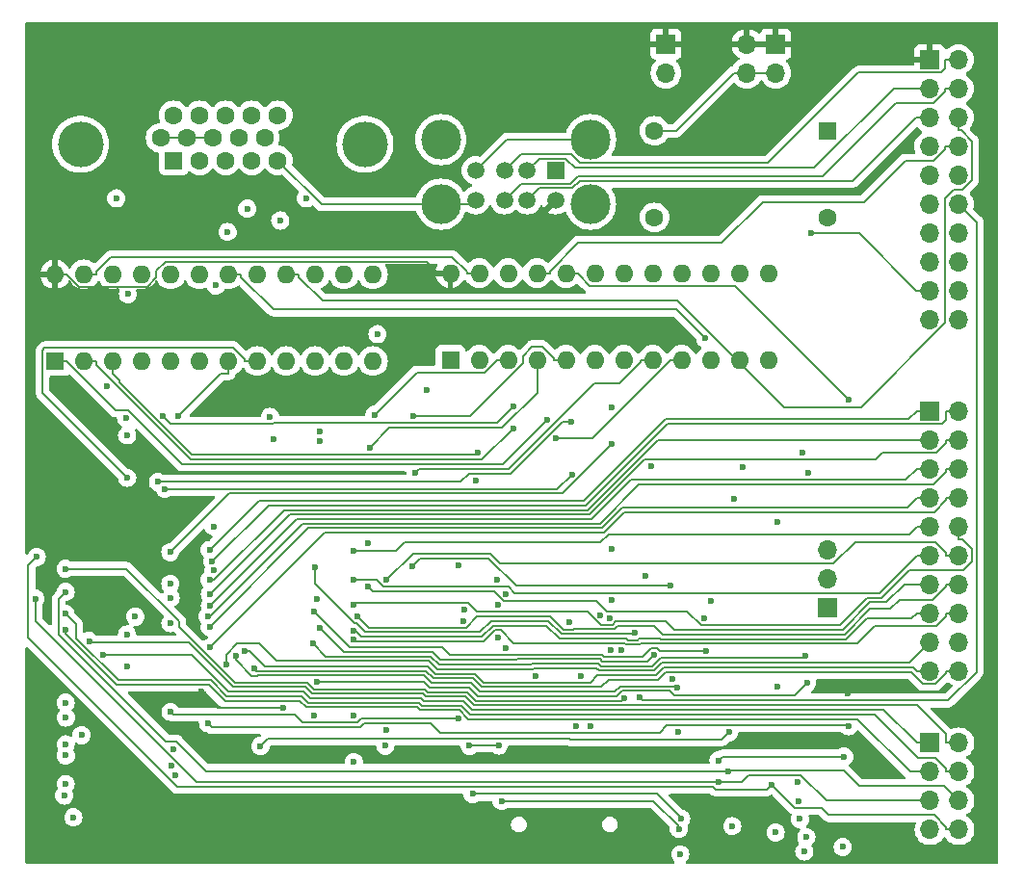
<source format=gbr>
%TF.GenerationSoftware,KiCad,Pcbnew,8.0.4+dfsg-1*%
%TF.CreationDate,2024-12-19T01:42:37-05:00*%
%TF.ProjectId,VGA_SRAM_COMP,5647415f-5352-4414-9d5f-434f4d502e6b,rev?*%
%TF.SameCoordinates,Original*%
%TF.FileFunction,Copper,L3,Inr*%
%TF.FilePolarity,Positive*%
%FSLAX46Y46*%
G04 Gerber Fmt 4.6, Leading zero omitted, Abs format (unit mm)*
G04 Created by KiCad (PCBNEW 8.0.4+dfsg-1) date 2024-12-19 01:42:37*
%MOMM*%
%LPD*%
G01*
G04 APERTURE LIST*
%TA.AperFunction,ComponentPad*%
%ADD10R,1.700000X1.700000*%
%TD*%
%TA.AperFunction,ComponentPad*%
%ADD11O,1.700000X1.700000*%
%TD*%
%TA.AperFunction,ComponentPad*%
%ADD12R,1.600000X1.600000*%
%TD*%
%TA.AperFunction,ComponentPad*%
%ADD13C,1.600000*%
%TD*%
%TA.AperFunction,ComponentPad*%
%ADD14O,1.600000X1.600000*%
%TD*%
%TA.AperFunction,ComponentPad*%
%ADD15R,1.500000X1.500000*%
%TD*%
%TA.AperFunction,ComponentPad*%
%ADD16C,1.500000*%
%TD*%
%TA.AperFunction,ComponentPad*%
%ADD17C,3.500000*%
%TD*%
%TA.AperFunction,ComponentPad*%
%ADD18C,4.000000*%
%TD*%
%TA.AperFunction,ViaPad*%
%ADD19C,0.600000*%
%TD*%
%TA.AperFunction,Conductor*%
%ADD20C,0.200000*%
%TD*%
G04 APERTURE END LIST*
D10*
%TO.N,MCUMEMADDR0*%
%TO.C,J8*%
X137000000Y-91680000D03*
D11*
%TO.N,MCUMEMADDR1*%
X139540000Y-91680000D03*
%TO.N,MCUMEMADDR2*%
X137000000Y-94220000D03*
%TO.N,MCUMEMADDR3*%
X139540000Y-94220000D03*
%TO.N,MCUMEMADDR4*%
X137000000Y-96760000D03*
%TO.N,MCUMEMADDR5*%
X139540000Y-96760000D03*
%TO.N,MCUMEMADDR6*%
X137000000Y-99300000D03*
%TO.N,MCUMEMADDR7*%
X139540000Y-99300000D03*
%TO.N,MCUMEMADDR8*%
X137000000Y-101840000D03*
%TO.N,MCUMEMADDR9*%
X139540000Y-101840000D03*
%TO.N,MCUMEMADDR10*%
X137000000Y-104380000D03*
%TO.N,MCUMEMADDR11*%
X139540000Y-104380000D03*
%TO.N,MCUMEMADDR12*%
X137000000Y-106920000D03*
%TO.N,MCUMEMADDR13*%
X139540000Y-106920000D03*
%TO.N,MCUMEMADDR14*%
X137000000Y-109460000D03*
%TO.N,MCUMEMADDR15*%
X139540000Y-109460000D03*
%TO.N,MCUMEMADDR16*%
X137000000Y-112000000D03*
%TO.N,MCUMEMADDR17*%
X139540000Y-112000000D03*
%TO.N,MCUMEMADDR18*%
X137000000Y-114540000D03*
%TO.N,MCUMEMADDR19*%
X139540000Y-114540000D03*
%TD*%
D10*
%TO.N,DATA0*%
%TO.C,J7*%
X137000000Y-120880000D03*
D11*
%TO.N,DATA1*%
X139540000Y-120880000D03*
%TO.N,DATA2*%
X137000000Y-123420000D03*
%TO.N,DATA3*%
X139540000Y-123420000D03*
%TO.N,DATA4*%
X137000000Y-125960000D03*
%TO.N,DATA5*%
X139540000Y-125960000D03*
%TO.N,DATA6*%
X137000000Y-128500000D03*
%TO.N,DATA7*%
X139540000Y-128500000D03*
%TD*%
%TO.N,/MCU OE*%
%TO.C,J1*%
X139500000Y-83660000D03*
%TO.N,/MCU CE*%
X136960000Y-83660000D03*
%TO.N,/MCU WE*%
X139500000Y-81120000D03*
%TO.N,RESOLUTION*%
X136960000Y-81120000D03*
%TO.N,Net-(J1-Pin_16)*%
X139500000Y-78580000D03*
%TO.N,Net-(J1-Pin_15)*%
X136960000Y-78580000D03*
%TO.N,Net-(J1-Pin_14)*%
X139500000Y-76040000D03*
%TO.N,Net-(J1-Pin_13)*%
X136960000Y-76040000D03*
%TO.N,Net-(J1-Pin_12)*%
X139500000Y-73500000D03*
%TO.N,Net-(J1-Pin_11)*%
X136960000Y-73500000D03*
%TO.N,GND*%
X139500000Y-70960000D03*
X136960000Y-70960000D03*
%TO.N,~{SCREEN_VISIBLE}*%
X139500000Y-68420000D03*
%TO.N,~{V_VISIBLE}*%
X136960000Y-68420000D03*
%TO.N,H_VISIBLE*%
X139500000Y-65880000D03*
%TO.N,Net-(J1-Pin_5)*%
X136960000Y-65880000D03*
%TO.N,Net-(J1-Pin_4)*%
X139500000Y-63340000D03*
%TO.N,Net-(J1-Pin_3)*%
X136960000Y-63340000D03*
%TO.N,Net-(J1-Pin_2)*%
X139500000Y-60800000D03*
D10*
%TO.N,PWR*%
X136960000Y-60800000D03*
%TD*%
D12*
%TO.N,unconnected-(X1-NC-Pad1)*%
%TO.C,X1*%
X128016000Y-67056000D03*
D13*
%TO.N,GND*%
X112776000Y-67056000D03*
%TO.N,H_CLK*%
X112776000Y-74676000D03*
%TO.N,PWR*%
X128016000Y-74676000D03*
%TD*%
D12*
%TO.N,Net-(U5-Q0)*%
%TO.C,U9*%
X94840000Y-87200000D03*
D14*
%TO.N,A10*%
X97380000Y-87200000D03*
%TO.N,A11*%
X99920000Y-87200000D03*
%TO.N,A12*%
X102460000Y-87200000D03*
%TO.N,A13*%
X105000000Y-87200000D03*
%TO.N,A14*%
X107540000Y-87200000D03*
%TO.N,A15*%
X110080000Y-87200000D03*
%TO.N,A16*%
X112620000Y-87200000D03*
%TO.N,A17*%
X115160000Y-87200000D03*
%TO.N,A18*%
X117700000Y-87200000D03*
%TO.N,H_VISIBLE*%
X120240000Y-87200000D03*
%TO.N,GND*%
X122780000Y-87200000D03*
%TO.N,unconnected-(U9-I13-Pad13)*%
X122780000Y-79580000D03*
%TO.N,~{V_VISIBLE}*%
X120240000Y-79580000D03*
%TO.N,V_FRONT_PORCH*%
X117700000Y-79580000D03*
%TO.N,~{V_SYNC}*%
X115160000Y-79580000D03*
%TO.N,unconnected-(U9-IO17-Pad17)*%
X112620000Y-79580000D03*
%TO.N,unconnected-(U9-IO18-Pad18)*%
X110080000Y-79580000D03*
%TO.N,unconnected-(U9-IO19-Pad19)*%
X107540000Y-79580000D03*
%TO.N,~{V_RESET}*%
X105000000Y-79580000D03*
%TO.N,~{SCREEN_VISIBLE}*%
X102460000Y-79580000D03*
%TO.N,unconnected-(U9-IO22-Pad22)*%
X99920000Y-79580000D03*
%TO.N,Net-(U8-IO23)*%
X97380000Y-79580000D03*
%TO.N,PWR*%
X94840000Y-79580000D03*
%TD*%
D12*
%TO.N,A0*%
%TO.C,U8*%
X60100000Y-87300000D03*
D14*
%TO.N,A1*%
X62640000Y-87300000D03*
%TO.N,A2*%
X65180000Y-87300000D03*
%TO.N,A3*%
X67720000Y-87300000D03*
%TO.N,A4*%
X70260000Y-87300000D03*
%TO.N,A5*%
X72800000Y-87300000D03*
%TO.N,A6*%
X75340000Y-87300000D03*
%TO.N,A7*%
X77880000Y-87300000D03*
%TO.N,A8*%
X80420000Y-87300000D03*
%TO.N,A9*%
X82960000Y-87300000D03*
%TO.N,unconnected-(U8-I11-Pad11)*%
X85500000Y-87300000D03*
%TO.N,GND*%
X88040000Y-87300000D03*
%TO.N,unconnected-(U8-I13-Pad13)*%
X88040000Y-79680000D03*
%TO.N,unconnected-(U8-IO14-Pad14)*%
X85500000Y-79680000D03*
%TO.N,unconnected-(U8-IO15-Pad15)*%
X82960000Y-79680000D03*
%TO.N,H_VISIBLE*%
X80420000Y-79680000D03*
%TO.N,unconnected-(U8-IO17-Pad17)*%
X77880000Y-79680000D03*
%TO.N,~{H_SYNC}*%
X75340000Y-79680000D03*
%TO.N,unconnected-(U8-IO19-Pad19)*%
X72800000Y-79680000D03*
%TO.N,Net-(U3-~{MR})*%
X70260000Y-79680000D03*
%TO.N,unconnected-(U8-IO21-Pad21)*%
X67720000Y-79680000D03*
%TO.N,unconnected-(U8-IO22-Pad22)*%
X65180000Y-79680000D03*
%TO.N,Net-(U8-IO23)*%
X62640000Y-79680000D03*
%TO.N,PWR*%
X60100000Y-79680000D03*
%TD*%
D10*
%TO.N,PWR*%
%TO.C,JP1*%
X113792000Y-59436000D03*
D11*
%TO.N,RESOLUTION*%
X113792000Y-61976000D03*
%TD*%
D10*
%TO.N,GND*%
%TO.C,J6*%
X127975000Y-109025000D03*
D11*
%TO.N,Net-(J6-Pin_2)*%
X127975000Y-106485000D03*
X127975000Y-103945000D03*
%TD*%
D15*
%TO.N,PWR*%
%TO.C,J5*%
X104084000Y-70542300D03*
D16*
%TO.N,Net-(J1-Pin_3)*%
X101584000Y-70542300D03*
%TO.N,Net-(J1-Pin_2)*%
X99584000Y-70542300D03*
%TO.N,GND*%
X97084000Y-70542300D03*
%TO.N,PWR*%
X104084000Y-73162300D03*
%TO.N,Net-(J1-Pin_5)*%
X101584000Y-73162300D03*
%TO.N,Net-(J1-Pin_4)*%
X99584000Y-73162300D03*
%TO.N,GND*%
X97084000Y-73162300D03*
D17*
X107154000Y-67832300D03*
X94014000Y-67832300D03*
X107154000Y-73512300D03*
X94014000Y-73512300D03*
%TD*%
D13*
%TO.N,unconnected-(J3-Pad15)*%
%TO.C,J3*%
X79680000Y-65700000D03*
%TO.N,Net-(J3-Pad14)*%
X77390000Y-65700000D03*
%TO.N,Net-(J3-Pad13)*%
X75100000Y-65700000D03*
%TO.N,unconnected-(J3-Pad12)*%
X72810000Y-65700000D03*
%TO.N,unconnected-(J3-Pad11)*%
X70520000Y-65700000D03*
%TO.N,GND*%
X78535000Y-67680000D03*
%TO.N,unconnected-(J3-Pad9)*%
X76245000Y-67680000D03*
%TO.N,GND*%
X73955000Y-67680000D03*
X71665000Y-67680000D03*
X69375000Y-67680000D03*
X79680000Y-69660000D03*
%TO.N,unconnected-(J3-Pad4)*%
X77390000Y-69660000D03*
%TO.N,Net-(J3-Pad3)*%
X75100000Y-69660000D03*
%TO.N,Net-(J3-Pad2)*%
X72810000Y-69660000D03*
D12*
%TO.N,Net-(J3-Pad1)*%
X70520000Y-69660000D03*
D18*
%TO.N,N/C*%
X62335000Y-68240000D03*
X87335000Y-68240000D03*
%TD*%
D10*
%TO.N,PWR*%
%TO.C,J2*%
X123444000Y-59436000D03*
D11*
X120904000Y-59436000D03*
%TO.N,GND*%
X123444000Y-61976000D03*
X120904000Y-61976000D03*
%TD*%
D19*
%TO.N,PWR*%
X129750000Y-116550000D03*
%TO.N,DATA6*%
X123425000Y-128750000D03*
%TO.N,MEMADDR17*%
X99100000Y-121100000D03*
X96525000Y-121125000D03*
%TO.N,A19*%
X97085600Y-97796700D03*
X86349600Y-122553400D03*
%TO.N,MCUMEMADDR13*%
X86668700Y-109749500D03*
%TO.N,MCUMEMADDR19*%
X77597000Y-114355800D03*
%TO.N,MCUMEMADDR12*%
X86326000Y-108765300D03*
%TO.N,MCUMEMADDR16*%
X75162100Y-113984300D03*
%TO.N,MCUMEMADDR2*%
X73691000Y-106530000D03*
%TO.N,MCUMEMADDR0*%
X73692700Y-103899800D03*
%TO.N,MCUMEMADDR14*%
X86288000Y-110987800D03*
%TO.N,MCUMEMADDR11*%
X89215300Y-106561900D03*
%TO.N,MCUMEMADDR3*%
X73699600Y-107800000D03*
%TO.N,MCUMEMADDR9*%
X87584900Y-107147900D03*
%TO.N,MCUMEMADDR5*%
X73511600Y-109749600D03*
%TO.N,MCUMEMADDR6*%
X73679400Y-110682600D03*
%TO.N,MCUMEMADDR8*%
X86326800Y-103990000D03*
%TO.N,MCUMEMADDR18*%
X76721400Y-112795900D03*
%TO.N,MCUMEMADDR15*%
X86331300Y-111798300D03*
%TO.N,MCUMEMADDR7*%
X73694000Y-112482300D03*
%TO.N,MCUMEMADDR4*%
X73696600Y-108816700D03*
%TO.N,Net-(U11-CE)*%
X114163600Y-107059200D03*
X91463400Y-105367200D03*
X82876900Y-118470000D03*
%TO.N,Net-(U1-~{WE})*%
X125339000Y-124286600D03*
X117722600Y-108370300D03*
%TO.N,MCUMEMADDR10*%
X86352100Y-106530000D03*
%TO.N,MCUMEMADDR17*%
X73550900Y-119143800D03*
X129825000Y-119400000D03*
%TO.N,DATA2*%
X61029200Y-110940600D03*
%TO.N,MCUMEMADDR1*%
X73919100Y-104915500D03*
%TO.N,/MCU OE*%
X123558200Y-101474700D03*
%TO.N,DATA1*%
X63090000Y-111927500D03*
%TO.N,DATA5*%
X119262644Y-123339566D03*
X61029800Y-107593900D03*
%TO.N,DATA3*%
X61018800Y-109514200D03*
%TO.N,DATA0*%
X64334000Y-113145500D03*
%TO.N,Net-(U16-Pad8)*%
X117145800Y-109933700D03*
X120515200Y-96626600D03*
%TO.N,~{TIMING ADDR}*%
X109025200Y-103863200D03*
X112498500Y-96577300D03*
X95532800Y-118727600D03*
X70247400Y-118148800D03*
%TO.N,DATA7*%
X123059500Y-124523900D03*
X58481684Y-104527256D03*
%TO.N,DATA4*%
X118400000Y-124300000D03*
X58375000Y-108200000D03*
%TO.N,A17*%
X104122900Y-94100800D03*
X89198100Y-119740000D03*
%TO.N,A18*%
X89121900Y-121115400D03*
%TO.N,A16*%
X91759400Y-97149800D03*
X86328200Y-118470000D03*
%TO.N,Net-(U10-TC)*%
X69144000Y-97935600D03*
X105498100Y-92615100D03*
%TO.N,Net-(J1-Pin_15)*%
X125771100Y-95356600D03*
%TO.N,RESOLUTION*%
X126537600Y-76056700D03*
%TO.N,A14*%
X98996900Y-111585100D03*
%TO.N,A15*%
X99718600Y-112560800D03*
%TO.N,A13*%
X91548000Y-92117200D03*
X96060500Y-109195700D03*
%TO.N,A12*%
X99033100Y-108759600D03*
X87755700Y-94893300D03*
%TO.N,A11*%
X99747300Y-107776300D03*
X88179500Y-92013700D03*
%TO.N,A10*%
X83382500Y-94309300D03*
X98979700Y-106534100D03*
%TO.N,Net-(J1-Pin_16)*%
X126282300Y-97107300D03*
%TO.N,Net-(U5-Q0)*%
X83343100Y-93500000D03*
%TO.N,A9*%
X95553600Y-105260000D03*
X79286400Y-94161200D03*
%TO.N,A8*%
X78996700Y-92207700D03*
X87601500Y-103355000D03*
%TO.N,A7*%
X61702500Y-127422600D03*
X66433100Y-97573500D03*
%TO.N,A5*%
X66430300Y-93829200D03*
X61028100Y-124483800D03*
%TO.N,A4*%
X66332100Y-92290800D03*
X62432600Y-120194800D03*
%TO.N,A6*%
X70947900Y-92133400D03*
X60898000Y-125496800D03*
%TO.N,H_CLK*%
X69587800Y-92151600D03*
X100370500Y-91284800D03*
%TO.N,A3*%
X61041300Y-121979900D03*
X69764500Y-98546900D03*
X105514400Y-97261500D03*
%TO.N,A0*%
X61027500Y-117335000D03*
X103384000Y-92492700D03*
%TO.N,A2*%
X97245200Y-95387800D03*
X61026500Y-121010000D03*
%TO.N,A1*%
X61034200Y-118653600D03*
X100363100Y-93242900D03*
%TO.N,~{VGA_OUT}*%
X109042600Y-94583600D03*
X70228300Y-104099400D03*
%TO.N,MEMADDR6*%
X119331300Y-119942900D03*
X78150900Y-121155200D03*
%TO.N,MEMADDR1*%
X114775000Y-116050000D03*
X75962300Y-113198400D03*
%TO.N,MEMADDR19*%
X115125000Y-127525000D03*
X96805600Y-125367600D03*
%TO.N,MEMADDR18*%
X114924998Y-128425000D03*
X99338900Y-125969700D03*
%TO.N,MEMADDR7*%
X126200000Y-115600000D03*
X83073100Y-115542900D03*
%TO.N,~{OE}*%
X123598800Y-115898700D03*
X112003700Y-106192400D03*
%TO.N,MEMADDR3*%
X117309800Y-112755800D03*
X82891600Y-109337500D03*
X70294800Y-122903800D03*
%TO.N,MEMADDR12*%
X126125000Y-129150000D03*
X105270000Y-110295500D03*
X95954600Y-110141800D03*
%TO.N,MEMADDR4*%
X112745800Y-113126700D03*
X83377500Y-110729900D03*
X70675700Y-123727100D03*
%TO.N,MEMADDR5*%
X126025000Y-113200000D03*
X82748100Y-112157400D03*
%TO.N,MEMADDR15*%
X106300100Y-114964700D03*
X115050000Y-130675000D03*
%TO.N,DATA6*%
X110119900Y-116948000D03*
X61026900Y-105558000D03*
%TO.N,MEMADDR11*%
X119612000Y-128190500D03*
X108044400Y-109630000D03*
%TO.N,MEMADDR10*%
X125563900Y-127566700D03*
X108844600Y-109890800D03*
%TO.N,MEMADDR9*%
X125471700Y-125990100D03*
X109010100Y-108290400D03*
%TO.N,MEMADDR2*%
X114353100Y-115289900D03*
X83146600Y-108238600D03*
X70516700Y-121414100D03*
%TO.N,MEMADDR14*%
X125950000Y-130425000D03*
X108947600Y-112691500D03*
%TO.N,MEMADDR13*%
X129325000Y-130025000D03*
X109881800Y-112710900D03*
%TO.N,MEMADDR0*%
X111066300Y-111221100D03*
X82902300Y-105413000D03*
%TO.N,Net-(U2-B7)*%
X66500000Y-81417500D03*
X66442100Y-114110100D03*
%TO.N,Net-(U2-B6)*%
X64687700Y-89480600D03*
X66422900Y-111341300D03*
%TO.N,Net-(U2-B5)*%
X65481000Y-73000000D03*
X67144400Y-109767900D03*
%TO.N,Net-(U2-B4)*%
X74239400Y-80664200D03*
X70243200Y-110340000D03*
%TO.N,Net-(U2-B3)*%
X75261300Y-75952600D03*
X70250000Y-108106400D03*
%TO.N,Net-(U2-B2)*%
X76994700Y-73907200D03*
X70227700Y-106901600D03*
%TO.N,Net-(U2-B1)*%
X82155600Y-73000000D03*
X74018200Y-105726100D03*
%TO.N,Net-(U2-B0)*%
X79890200Y-74950800D03*
X74030600Y-101852400D03*
%TO.N,Net-(J3-Pad14)*%
X88439500Y-84939500D03*
%TO.N,Net-(J1-Pin_11)*%
X102342900Y-114964700D03*
%TO.N,Net-(J1-Pin_12)*%
X111470200Y-116895500D03*
%TO.N,Net-(J1-Pin_13)*%
X105891600Y-119371100D03*
%TO.N,Net-(J1-Pin_14)*%
X107158300Y-119371100D03*
%TO.N,GND*%
X129450000Y-122075000D03*
X118400000Y-122415700D03*
X119794800Y-99392300D03*
X114850000Y-119942900D03*
%TO.N,~{SCREEN_VISIBLE}*%
X109036900Y-91338900D03*
%TO.N,~{V_RESET}*%
X92800500Y-89887200D03*
X129863900Y-90708100D03*
%TO.N,~{H_SYNC}*%
X117226000Y-85289600D03*
%TO.N,PWR*%
X80125400Y-117793900D03*
X72930200Y-116363600D03*
%TD*%
D20*
%TO.N,MEMADDR18*%
X99338900Y-125969700D02*
X112700465Y-125969700D01*
X114924998Y-128194233D02*
X114924998Y-128425000D01*
X112700465Y-125969700D02*
X114924998Y-128194233D01*
%TO.N,MEMADDR19*%
X115125000Y-127475000D02*
X115125000Y-127525000D01*
X113017600Y-125367600D02*
X115125000Y-127475000D01*
X96805600Y-125367600D02*
X113017600Y-125367600D01*
%TO.N,MEMADDR1*%
X77348500Y-114955900D02*
X77845600Y-114955900D01*
%TO.N,MEMADDR7*%
X83073100Y-115542900D02*
X92551300Y-115542900D01*
X92551300Y-115542900D02*
X93006200Y-115997800D01*
%TO.N,MEMADDR1*%
X77845600Y-114955900D02*
X77858800Y-114942700D01*
%TO.N,MEMADDR7*%
X93006200Y-115997800D02*
X96480700Y-115997800D01*
%TO.N,MEMADDR1*%
X77858800Y-114942700D02*
X92516900Y-114942700D01*
%TO.N,MEMADDR7*%
X109922900Y-116291200D02*
X114125000Y-116291200D01*
%TO.N,MEMADDR1*%
X97413800Y-116365100D02*
X109283200Y-116365100D01*
X75962300Y-113569700D02*
X77348500Y-114955900D01*
X92516900Y-114942700D02*
X93171900Y-115597700D01*
%TO.N,MEMADDR7*%
X96480700Y-115997800D02*
X97248100Y-116765200D01*
%TO.N,MEMADDR1*%
X114615100Y-115890100D02*
X114775000Y-116050000D01*
%TO.N,MEMADDR7*%
X114508800Y-116675000D02*
X125125000Y-116675000D01*
%TO.N,MEMADDR1*%
X109758200Y-115890100D02*
X114615100Y-115890100D01*
%TO.N,MEMADDR7*%
X125125000Y-116675000D02*
X126200000Y-115600000D01*
X114125000Y-116291200D02*
X114508800Y-116675000D01*
%TO.N,MEMADDR1*%
X109283200Y-116365100D02*
X109758200Y-115890100D01*
X75962300Y-113198400D02*
X75962300Y-113569700D01*
%TO.N,MEMADDR7*%
X109448900Y-116765200D02*
X109922900Y-116291200D01*
%TO.N,MEMADDR1*%
X96646400Y-115597700D02*
X97413800Y-116365100D01*
%TO.N,MEMADDR7*%
X97248100Y-116765200D02*
X109448900Y-116765200D01*
%TO.N,MEMADDR1*%
X93171900Y-115597700D02*
X96646400Y-115597700D01*
%TO.N,MCUMEMADDR16*%
X135175000Y-113825000D02*
X137000000Y-112000000D01*
X102061700Y-114397400D02*
X102129300Y-114329800D01*
X113462000Y-113825000D02*
X135175000Y-113825000D01*
X107883300Y-114511300D02*
X112775700Y-114511300D01*
X78060100Y-112149000D02*
X79578900Y-113667800D01*
X76118900Y-112149000D02*
X78060100Y-112149000D01*
X75162100Y-113984300D02*
X75162200Y-113984300D01*
X92939400Y-113667800D02*
X93669000Y-114397400D01*
X93669000Y-114397400D02*
X102061700Y-114397400D01*
%TO.N,MEMADDR5*%
X113365100Y-113356000D02*
X125869000Y-113356000D01*
%TO.N,MCUMEMADDR16*%
X102129300Y-114329800D02*
X107701800Y-114329800D01*
X79578900Y-113667800D02*
X92939400Y-113667800D01*
X75162200Y-113105700D02*
X76118900Y-112149000D01*
%TO.N,MEMADDR5*%
X125869000Y-113356000D02*
X126025000Y-113200000D01*
%TO.N,MCUMEMADDR16*%
X112775700Y-114511300D02*
X113462000Y-113825000D01*
%TO.N,MEMADDR5*%
X112609900Y-114111200D02*
X113365100Y-113356000D01*
%TO.N,MCUMEMADDR16*%
X107701800Y-114329800D02*
X107883300Y-114511300D01*
%TO.N,MEMADDR5*%
X108049000Y-114111200D02*
X112609900Y-114111200D01*
X107867400Y-113929600D02*
X108049000Y-114111200D01*
X101963600Y-113929600D02*
X107867400Y-113929600D01*
X101896000Y-113997200D02*
X101963600Y-113929600D01*
X93834600Y-113997200D02*
X101896000Y-113997200D01*
%TO.N,MCUMEMADDR16*%
X75162200Y-113984300D02*
X75162200Y-113105700D01*
%TO.N,MEMADDR5*%
X93105100Y-113267700D02*
X93834600Y-113997200D01*
X83858400Y-113267700D02*
X93105100Y-113267700D01*
X82748100Y-112157400D02*
X83858400Y-113267700D01*
%TO.N,DATA4*%
X137000000Y-125960000D02*
X127861100Y-125960000D01*
%TO.N,DATA7*%
X57750000Y-111650100D02*
X70865500Y-124765600D01*
%TO.N,DATA5*%
X73365766Y-123339566D02*
X119262644Y-123339566D01*
%TO.N,DATA4*%
X125587600Y-123686500D02*
X121033000Y-123686500D01*
%TO.N,DATA7*%
X122633400Y-124950000D02*
X123059500Y-124523900D01*
X117946361Y-124765600D02*
X118130761Y-124950000D01*
%TO.N,DATA5*%
X61029800Y-107593900D02*
X60409900Y-108213800D01*
%TO.N,DATA7*%
X118130761Y-124950000D02*
X122633400Y-124950000D01*
X70865500Y-124765600D02*
X117946361Y-124765600D01*
%TO.N,DATA4*%
X58375000Y-108200000D02*
X58375000Y-110135300D01*
X127861100Y-125960000D02*
X125587600Y-123686500D01*
%TO.N,DATA5*%
X69847500Y-120755200D02*
X70781400Y-120755200D01*
X130788500Y-124690000D02*
X129384900Y-123286400D01*
%TO.N,DATA7*%
X57750000Y-105258940D02*
X57750000Y-111650100D01*
%TO.N,DATA5*%
X119315810Y-123286400D02*
X119262644Y-123339566D01*
%TO.N,DATA7*%
X58481684Y-104527256D02*
X57750000Y-105258940D01*
%TO.N,DATA4*%
X121033000Y-123686500D02*
X120419500Y-124300000D01*
X58375000Y-110135300D02*
X72539700Y-124300000D01*
X72539700Y-124300000D02*
X118400000Y-124300000D01*
%TO.N,DATA5*%
X139540000Y-125960000D02*
X138270000Y-124690000D01*
X138270000Y-124690000D02*
X130788500Y-124690000D01*
%TO.N,DATA4*%
X120419500Y-124300000D02*
X118400000Y-124300000D01*
%TO.N,DATA5*%
X60409900Y-108213800D02*
X60409900Y-111317600D01*
X129384900Y-123286400D02*
X119315810Y-123286400D01*
X70781400Y-120755200D02*
X73365766Y-123339566D01*
X60409900Y-111317600D02*
X69847500Y-120755200D01*
%TO.N,GND*%
X129450000Y-122075000D02*
X118740700Y-122075000D01*
X118740700Y-122075000D02*
X118400000Y-122415700D01*
%TO.N,MCUMEMADDR17*%
X87244200Y-119138900D02*
X93118300Y-119138900D01*
X73550900Y-119143800D02*
X73896100Y-119489000D01*
X73896100Y-119489000D02*
X86894100Y-119489000D01*
X93955900Y-119976500D02*
X113215200Y-119976500D01*
X86894100Y-119489000D02*
X87244200Y-119138900D01*
X113215200Y-119976500D02*
X113849000Y-119342700D01*
X93118300Y-119138900D02*
X93955900Y-119976500D01*
X113849000Y-119342700D02*
X129767700Y-119342700D01*
X129767700Y-119342700D02*
X129825000Y-119400000D01*
%TO.N,Net-(J1-Pin_12)*%
X141094900Y-75094900D02*
X141094900Y-114634800D01*
X139500000Y-73500000D02*
X141094900Y-75094900D01*
X141094900Y-114634800D02*
X138579700Y-117150000D01*
X138579700Y-117150000D02*
X111724700Y-117150000D01*
X111724700Y-117150000D02*
X111470200Y-116895500D01*
%TO.N,MEMADDR17*%
X99100000Y-121100000D02*
X96550000Y-121100000D01*
X96550000Y-121100000D02*
X96525000Y-121125000D01*
%TO.N,Net-(U8-IO23)*%
X63740100Y-79452000D02*
X63740100Y-79680000D01*
X65034500Y-78157600D02*
X63740100Y-79452000D01*
X94995000Y-78157600D02*
X65034500Y-78157600D01*
X96279900Y-79442500D02*
X94995000Y-78157600D01*
X96279900Y-79580000D02*
X96279900Y-79442500D01*
X97380000Y-79580000D02*
X96279900Y-79580000D01*
X62640000Y-79680000D02*
X63740100Y-79680000D01*
%TO.N,MCUMEMADDR13*%
X139540000Y-106920000D02*
X138389900Y-106920000D01*
X138389900Y-107160500D02*
X138389900Y-106920000D01*
X137240600Y-108309800D02*
X138389900Y-107160500D01*
X134316300Y-108309800D02*
X137240600Y-108309800D01*
X133516100Y-109110000D02*
X134316300Y-108309800D01*
X131711700Y-109110000D02*
X133516100Y-109110000D01*
X129483100Y-111338600D02*
X131711700Y-109110000D01*
X113503800Y-111338600D02*
X129483100Y-111338600D01*
X112760500Y-110595300D02*
X113503800Y-111338600D01*
X109554600Y-110595300D02*
X112760500Y-110595300D01*
X109258900Y-110891000D02*
X109554600Y-110595300D01*
X105675200Y-110891000D02*
X109258900Y-110891000D01*
X105665800Y-110900400D02*
X105675200Y-110891000D01*
X104745700Y-110900400D02*
X105665800Y-110900400D01*
X103605200Y-109759900D02*
X104745700Y-110900400D01*
X97185100Y-109759900D02*
X103605200Y-109759900D01*
X96203100Y-110741900D02*
X97185100Y-109759900D01*
X87661100Y-110741900D02*
X96203100Y-110741900D01*
X86668700Y-109749500D02*
X87661100Y-110741900D01*
%TO.N,MCUMEMADDR19*%
X139540000Y-114540000D02*
X138389900Y-114540000D01*
X138389900Y-114778300D02*
X138389900Y-114540000D01*
X137476000Y-115692200D02*
X138389900Y-114778300D01*
X136363600Y-115692200D02*
X137476000Y-115692200D01*
X135327700Y-114656300D02*
X136363600Y-115692200D01*
X113762300Y-114656300D02*
X135327700Y-114656300D01*
X113107100Y-115311500D02*
X113762300Y-114656300D01*
X108766000Y-115311500D02*
X113107100Y-115311500D01*
X108112500Y-115965000D02*
X108766000Y-115311500D01*
X97579500Y-115965000D02*
X108112500Y-115965000D01*
X96812100Y-115197600D02*
X97579500Y-115965000D01*
X93337600Y-115197600D02*
X96812100Y-115197600D01*
X92682600Y-114542600D02*
X93337600Y-115197600D01*
X77783800Y-114542600D02*
X92682600Y-114542600D01*
X77597000Y-114355800D02*
X77783800Y-114542600D01*
%TO.N,MCUMEMADDR12*%
X137000000Y-106920000D02*
X135849900Y-106920000D01*
X135849900Y-106920100D02*
X135849900Y-106920000D01*
X134742300Y-106920100D02*
X135849900Y-106920100D01*
X133152500Y-108509900D02*
X134742300Y-106920100D01*
X131746000Y-108509900D02*
X133152500Y-108509900D01*
X129317400Y-110938500D02*
X131746000Y-108509900D01*
X114516300Y-110938500D02*
X129317400Y-110938500D01*
X113773000Y-110195200D02*
X114516300Y-110938500D01*
X109388900Y-110195200D02*
X113773000Y-110195200D01*
X109093200Y-110490900D02*
X109388900Y-110195200D01*
X108056700Y-110490900D02*
X109093200Y-110490900D01*
X106925600Y-109359800D02*
X108056700Y-110490900D01*
X97203200Y-109359800D02*
X106925600Y-109359800D01*
X96398000Y-108554600D02*
X97203200Y-109359800D01*
X86536700Y-108554600D02*
X96398000Y-108554600D01*
X86326000Y-108765300D02*
X86536700Y-108554600D01*
%TO.N,MCUMEMADDR2*%
X74078300Y-106530000D02*
X73691000Y-106530000D01*
X80210900Y-100397400D02*
X74078300Y-106530000D01*
X106915900Y-100397400D02*
X80210900Y-100397400D01*
X113093300Y-94220000D02*
X106915900Y-100397400D01*
X137000000Y-94220000D02*
X113093300Y-94220000D01*
%TO.N,MCUMEMADDR0*%
X137000000Y-91680000D02*
X135849900Y-91680000D01*
X77995300Y-99597200D02*
X73692700Y-103899800D01*
X106584500Y-99597200D02*
X77995300Y-99597200D01*
X113751800Y-92429900D02*
X106584500Y-99597200D01*
X135100000Y-92429900D02*
X113751800Y-92429900D01*
X135849900Y-91680000D02*
X135100000Y-92429900D01*
%TO.N,MCUMEMADDR14*%
X137000000Y-109460000D02*
X135849900Y-109460000D01*
X86466100Y-110987800D02*
X86288000Y-110987800D01*
X87020400Y-111542100D02*
X86466100Y-110987800D01*
X97625500Y-111542100D02*
X87020400Y-111542100D01*
X98607500Y-110560100D02*
X97625500Y-111542100D01*
X103273800Y-110560100D02*
X98607500Y-110560100D01*
X104414300Y-111700600D02*
X103273800Y-110560100D01*
X107662100Y-111700600D02*
X104414300Y-111700600D01*
X107671500Y-111691200D02*
X107662100Y-111700600D01*
X110276600Y-111691200D02*
X107671500Y-111691200D01*
X110431000Y-111845600D02*
X110276600Y-111691200D01*
X111290600Y-111845600D02*
X110431000Y-111845600D01*
X111409800Y-111726400D02*
X111290600Y-111845600D01*
X113325800Y-111726400D02*
X111409800Y-111726400D01*
X113355000Y-111755600D02*
X113325800Y-111726400D01*
X129632000Y-111755600D02*
X113355000Y-111755600D01*
X131451100Y-109936500D02*
X129632000Y-111755600D01*
X135373400Y-109936500D02*
X131451100Y-109936500D01*
X135849900Y-109460000D02*
X135373400Y-109936500D01*
%TO.N,MCUMEMADDR11*%
X139540000Y-104380000D02*
X138389900Y-104380000D01*
X138389900Y-104141700D02*
X138389900Y-104380000D01*
X137438400Y-103190200D02*
X138389900Y-104141700D01*
X130425900Y-103190200D02*
X137438400Y-103190200D01*
X128520900Y-105095200D02*
X130425900Y-103190200D01*
X99216800Y-105095200D02*
X128520900Y-105095200D01*
X98354000Y-104232400D02*
X99216800Y-105095200D01*
X91544800Y-104232400D02*
X98354000Y-104232400D01*
X89215300Y-106561900D02*
X91544800Y-104232400D01*
%TO.N,MCUMEMADDR3*%
X139540000Y-94220000D02*
X138389900Y-94220000D01*
X80702100Y-100797500D02*
X73699600Y-107800000D01*
X107081600Y-100797500D02*
X80702100Y-100797500D01*
X111907300Y-95971800D02*
X107081600Y-100797500D01*
X132187800Y-95971800D02*
X111907300Y-95971800D01*
X132789500Y-95370100D02*
X132187800Y-95971800D01*
X137527400Y-95370100D02*
X132789500Y-95370100D01*
X138389900Y-94507600D02*
X137527400Y-95370100D01*
X138389900Y-94220000D02*
X138389900Y-94507600D01*
%TO.N,MCUMEMADDR9*%
X139540000Y-101840000D02*
X139540000Y-102990100D01*
X139827500Y-102990100D02*
X139540000Y-102990100D01*
X140692200Y-103854800D02*
X139827500Y-102990100D01*
X140692200Y-104890400D02*
X140692200Y-103854800D01*
X139932600Y-105650000D02*
X140692200Y-104890400D01*
X135145800Y-105650000D02*
X139932600Y-105650000D01*
X132686100Y-108109700D02*
X135145800Y-105650000D01*
X131491600Y-108109700D02*
X132686100Y-108109700D01*
X129062900Y-110538400D02*
X131491600Y-108109700D01*
X116901900Y-110538400D02*
X129062900Y-110538400D01*
X115654100Y-109290600D02*
X116901900Y-110538400D01*
X108595900Y-109290600D02*
X115654100Y-109290600D01*
X107684700Y-108379400D02*
X108595900Y-109290600D01*
X99501600Y-108379400D02*
X107684700Y-108379400D01*
X98684300Y-107562100D02*
X99501600Y-108379400D01*
X87999100Y-107562100D02*
X98684300Y-107562100D01*
X87584900Y-107147900D02*
X87999100Y-107562100D01*
%TO.N,MCUMEMADDR5*%
X139540000Y-96760000D02*
X138389900Y-96760000D01*
X73719600Y-109749600D02*
X73511600Y-109749600D01*
X81871500Y-101597700D02*
X73719600Y-109749600D01*
X107978800Y-101597700D02*
X81871500Y-101597700D01*
X111426700Y-98149800D02*
X107978800Y-101597700D01*
X137287600Y-98149800D02*
X111426700Y-98149800D01*
X138389900Y-97047500D02*
X137287600Y-98149800D01*
X138389900Y-96760000D02*
X138389900Y-97047500D01*
%TO.N,MCUMEMADDR6*%
X137000000Y-99300000D02*
X135849900Y-99300000D01*
X82364200Y-101997800D02*
X73679400Y-110682600D01*
X108144500Y-101997800D02*
X82364200Y-101997800D01*
X109972500Y-100169800D02*
X108144500Y-101997800D01*
X134980100Y-100169800D02*
X109972500Y-100169800D01*
X135849900Y-99300000D02*
X134980100Y-100169800D01*
%TO.N,MCUMEMADDR8*%
X137000000Y-101840000D02*
X135849900Y-101840000D01*
X135172600Y-102517300D02*
X135849900Y-101840000D01*
X108756600Y-102517300D02*
X135172600Y-102517300D01*
X108041500Y-103232400D02*
X108756600Y-102517300D01*
X90851500Y-103232400D02*
X108041500Y-103232400D01*
X90093900Y-103990000D02*
X90851500Y-103232400D01*
X86326800Y-103990000D02*
X90093900Y-103990000D01*
%TO.N,MCUMEMADDR18*%
X137000000Y-114540000D02*
X135849900Y-114540000D01*
X135553400Y-114243500D02*
X135849900Y-114540000D01*
X113609300Y-114243500D02*
X135553400Y-114243500D01*
X112941400Y-114911400D02*
X113609300Y-114243500D01*
X107774500Y-114911400D02*
X112941400Y-114911400D01*
X107121000Y-115564900D02*
X107774500Y-114911400D01*
X97745200Y-115564900D02*
X107121000Y-115564900D01*
X96977800Y-114797500D02*
X97745200Y-115564900D01*
X93503300Y-114797500D02*
X96977800Y-114797500D01*
X92848300Y-114142500D02*
X93503300Y-114797500D01*
X78532900Y-114142500D02*
X92848300Y-114142500D01*
X77186300Y-112795900D02*
X78532900Y-114142500D01*
X76721400Y-112795900D02*
X77186300Y-112795900D01*
%TO.N,MCUMEMADDR15*%
X139540000Y-109460000D02*
X138389900Y-109460000D01*
X86500400Y-111967400D02*
X86331300Y-111798300D01*
X97766100Y-111967400D02*
X86500400Y-111967400D01*
X98773300Y-110960200D02*
X97766100Y-111967400D01*
X99270300Y-110960200D02*
X98773300Y-110960200D01*
X100410800Y-112100700D02*
X99270300Y-110960200D01*
X107827800Y-112100700D02*
X100410800Y-112100700D01*
X107837200Y-112091300D02*
X107827800Y-112100700D01*
X110110900Y-112091300D02*
X107837200Y-112091300D01*
X110265300Y-112245700D02*
X110110900Y-112091300D01*
X111456300Y-112245700D02*
X110265300Y-112245700D01*
X111575500Y-112126500D02*
X111456300Y-112245700D01*
X113160100Y-112126500D02*
X111575500Y-112126500D01*
X113189300Y-112155700D02*
X113160100Y-112126500D01*
X130597800Y-112155700D02*
X113189300Y-112155700D01*
X132143400Y-110610100D02*
X130597800Y-112155700D01*
X137527400Y-110610100D02*
X132143400Y-110610100D01*
X138389900Y-109747600D02*
X137527400Y-110610100D01*
X138389900Y-109460000D02*
X138389900Y-109747600D01*
%TO.N,MCUMEMADDR7*%
X139540000Y-99300000D02*
X138389900Y-99300000D01*
X83778400Y-102397900D02*
X73694000Y-112482300D01*
X108310200Y-102397900D02*
X83778400Y-102397900D01*
X110138100Y-100570000D02*
X108310200Y-102397900D01*
X137358200Y-100570000D02*
X110138100Y-100570000D01*
X138389900Y-99538300D02*
X137358200Y-100570000D01*
X138389900Y-99300000D02*
X138389900Y-99538300D01*
%TO.N,MCUMEMADDR4*%
X137000000Y-96760000D02*
X135849900Y-96760000D01*
X81315700Y-101197600D02*
X73696600Y-108816700D01*
X107247300Y-101197600D02*
X81315700Y-101197600D01*
X110695300Y-97749600D02*
X107247300Y-101197600D01*
X134860300Y-97749600D02*
X110695300Y-97749600D01*
X135849900Y-96760000D02*
X134860300Y-97749600D01*
%TO.N,Net-(U11-CE)*%
X100615000Y-107059200D02*
X114163600Y-107059200D01*
X98188300Y-104632500D02*
X100615000Y-107059200D01*
X92198100Y-104632500D02*
X98188300Y-104632500D01*
X91463400Y-105367200D02*
X92198100Y-104632500D01*
%TO.N,MCUMEMADDR10*%
X137000000Y-104380000D02*
X135849900Y-104380000D01*
X132550100Y-107679800D02*
X135849900Y-104380000D01*
X100499500Y-107679800D02*
X132550100Y-107679800D01*
X99981700Y-107162000D02*
X100499500Y-107679800D01*
X88966800Y-107162000D02*
X99981700Y-107162000D01*
X88334800Y-106530000D02*
X88966800Y-107162000D01*
X86352100Y-106530000D02*
X88334800Y-106530000D01*
%TO.N,DATA2*%
X61029200Y-111311700D02*
X61029200Y-110940600D01*
X65480900Y-115763400D02*
X61029200Y-111311700D01*
X73628700Y-115763400D02*
X65480900Y-115763400D01*
X75059000Y-117193700D02*
X73628700Y-115763400D01*
X81612100Y-117193700D02*
X75059000Y-117193700D01*
X82161800Y-117743400D02*
X81612100Y-117193700D01*
X91922800Y-117743400D02*
X82161800Y-117743400D01*
X92177700Y-117998300D02*
X91922800Y-117743400D01*
X95652200Y-117998300D02*
X92177700Y-117998300D01*
X96419600Y-118765700D02*
X95652200Y-117998300D01*
X130576600Y-118765700D02*
X96419600Y-118765700D01*
X135230900Y-123420000D02*
X130576600Y-118765700D01*
X137000000Y-123420000D02*
X135230900Y-123420000D01*
%TO.N,MCUMEMADDR1*%
X139540000Y-91680000D02*
X138389900Y-91680000D01*
X78837300Y-99997300D02*
X73919100Y-104915500D01*
X106750200Y-99997300D02*
X78837300Y-99997300D01*
X113917400Y-92830100D02*
X106750200Y-99997300D01*
X138030500Y-92830100D02*
X113917400Y-92830100D01*
X138389900Y-92470700D02*
X138030500Y-92830100D01*
X138389900Y-91680000D02*
X138389900Y-92470700D01*
%TO.N,DATA1*%
X139540000Y-120880000D02*
X138389900Y-120880000D01*
X63223500Y-112061000D02*
X63090000Y-111927500D01*
X71817300Y-112061000D02*
X63223500Y-112061000D01*
X75721300Y-115965000D02*
X71817300Y-112061000D01*
X82080800Y-115965000D02*
X75721300Y-115965000D01*
X82658900Y-116543100D02*
X82080800Y-115965000D01*
X92419900Y-116543100D02*
X82658900Y-116543100D01*
X92674800Y-116798000D02*
X92419900Y-116543100D01*
X96149300Y-116798000D02*
X92674800Y-116798000D01*
X96916700Y-117565400D02*
X96149300Y-116798000D01*
X135866000Y-117565400D02*
X96916700Y-117565400D01*
X138389900Y-120089300D02*
X135866000Y-117565400D01*
X138389900Y-120880000D02*
X138389900Y-120089300D01*
%TO.N,DATA3*%
X139540000Y-123420000D02*
X138389900Y-123420000D01*
X61963600Y-110459000D02*
X61018800Y-109514200D01*
X61963600Y-111656200D02*
X61963600Y-110459000D01*
X65634100Y-115326700D02*
X61963600Y-111656200D01*
X73757800Y-115326700D02*
X65634100Y-115326700D01*
X75196300Y-116765200D02*
X73757800Y-115326700D01*
X81749400Y-116765200D02*
X75196300Y-116765200D01*
X82327500Y-117343300D02*
X81749400Y-116765200D01*
X92088500Y-117343300D02*
X82327500Y-117343300D01*
X92343400Y-117598200D02*
X92088500Y-117343300D01*
X95817900Y-117598200D02*
X92343400Y-117598200D01*
X96585300Y-118365600D02*
X95817900Y-117598200D01*
X132108300Y-118365600D02*
X96585300Y-118365600D01*
X135958200Y-122215500D02*
X132108300Y-118365600D01*
X137473000Y-122215500D02*
X135958200Y-122215500D01*
X138389900Y-123132400D02*
X137473000Y-122215500D01*
X138389900Y-123420000D02*
X138389900Y-123132400D01*
%TO.N,Net-(J1-Pin_4)*%
X139500000Y-63340000D02*
X138349900Y-63340000D01*
X101034300Y-71712000D02*
X99584000Y-73162300D01*
X105377100Y-71712000D02*
X101034300Y-71712000D01*
X106035800Y-71053300D02*
X105377100Y-71712000D01*
X127574900Y-71053300D02*
X106035800Y-71053300D01*
X134018200Y-64610000D02*
X127574900Y-71053300D01*
X137318200Y-64610000D02*
X134018200Y-64610000D01*
X138349900Y-63578300D02*
X137318200Y-64610000D01*
X138349900Y-63340000D02*
X138349900Y-63578300D01*
%TO.N,Net-(J1-Pin_5)*%
X130227700Y-71462200D02*
X135809900Y-65880000D01*
X106192800Y-71462200D02*
X130227700Y-71462200D01*
X105542800Y-72112200D02*
X106192800Y-71462200D01*
X102634100Y-72112200D02*
X105542800Y-72112200D01*
X101584000Y-73162300D02*
X102634100Y-72112200D01*
X136960000Y-65880000D02*
X135809900Y-65880000D01*
%TO.N,DATA0*%
X137000000Y-120880000D02*
X135849900Y-120880000D01*
X72142400Y-113145500D02*
X64334000Y-113145500D01*
X75362000Y-116365100D02*
X72142400Y-113145500D01*
X81915100Y-116365100D02*
X75362000Y-116365100D01*
X82493200Y-116943200D02*
X81915100Y-116365100D01*
X92254200Y-116943200D02*
X82493200Y-116943200D01*
X92509100Y-117198100D02*
X92254200Y-116943200D01*
X95983600Y-117198100D02*
X92509100Y-117198100D01*
X96751000Y-117965500D02*
X95983600Y-117198100D01*
X132935400Y-117965500D02*
X96751000Y-117965500D01*
X135849900Y-120880000D02*
X132935400Y-117965500D01*
%TO.N,~{TIMING ADDR}*%
X70492700Y-118394100D02*
X70247400Y-118148800D01*
X81169400Y-118394100D02*
X70492700Y-118394100D01*
X81864200Y-119088900D02*
X81169400Y-118394100D01*
X86628200Y-119088900D02*
X81864200Y-119088900D01*
X86989500Y-118727600D02*
X86628200Y-119088900D01*
X95532800Y-118727600D02*
X86989500Y-118727600D01*
%TO.N,DATA7*%
X138389900Y-128261700D02*
X138389900Y-128500000D01*
X137358200Y-127230000D02*
X138389900Y-128261700D01*
X128096200Y-127230000D02*
X137358200Y-127230000D01*
X127456500Y-126590300D02*
X128096200Y-127230000D01*
X125125900Y-126590300D02*
X127456500Y-126590300D01*
X123059500Y-124523900D02*
X125125900Y-126590300D01*
X139540000Y-128500000D02*
X138389900Y-128500000D01*
%TO.N,A17*%
X115160000Y-87200000D02*
X114059900Y-87200000D01*
X107296600Y-94100800D02*
X104122900Y-94100800D01*
X114059900Y-87337500D02*
X107296600Y-94100800D01*
X114059900Y-87200000D02*
X114059900Y-87337500D01*
%TO.N,A16*%
X112620000Y-87200000D02*
X111519900Y-87200000D01*
X92112700Y-96796500D02*
X91759400Y-97149800D01*
X99930200Y-96796500D02*
X92112700Y-96796500D01*
X107479600Y-89247100D02*
X99930200Y-96796500D01*
X109700700Y-89247100D02*
X107479600Y-89247100D01*
X111519900Y-87427900D02*
X109700700Y-89247100D01*
X111519900Y-87200000D02*
X111519900Y-87427900D01*
%TO.N,Net-(U10-TC)*%
X95715200Y-97935600D02*
X69144000Y-97935600D01*
X96454200Y-97196600D02*
X95715200Y-97935600D01*
X100096000Y-97196600D02*
X96454200Y-97196600D01*
X104677500Y-92615100D02*
X100096000Y-97196600D01*
X105498100Y-92615100D02*
X104677500Y-92615100D01*
%TO.N,RESOLUTION*%
X130746600Y-76056700D02*
X135809900Y-81120000D01*
X126537600Y-76056700D02*
X130746600Y-76056700D01*
X136960000Y-81120000D02*
X135809900Y-81120000D01*
%TO.N,A13*%
X105000000Y-87200000D02*
X103899900Y-87200000D01*
X96567700Y-92117200D02*
X91548000Y-92117200D01*
X101190000Y-87494900D02*
X96567700Y-92117200D01*
X101190000Y-86903100D02*
X101190000Y-87494900D01*
X102014500Y-86078600D02*
X101190000Y-86903100D01*
X102916000Y-86078600D02*
X102014500Y-86078600D01*
X103899900Y-87062500D02*
X102916000Y-86078600D01*
X103899900Y-87200000D02*
X103899900Y-87062500D01*
%TO.N,A12*%
X89456200Y-93192800D02*
X87755700Y-94893300D01*
X99378000Y-93192800D02*
X89456200Y-93192800D01*
X102460000Y-90110800D02*
X99378000Y-93192800D01*
X102460000Y-87200000D02*
X102460000Y-90110800D01*
%TO.N,A11*%
X91893100Y-88300100D02*
X88179500Y-92013700D01*
X97857400Y-88300100D02*
X91893100Y-88300100D01*
X98819900Y-87337600D02*
X97857400Y-88300100D01*
X98819900Y-87200000D02*
X98819900Y-87337600D01*
X99920000Y-87200000D02*
X98819900Y-87200000D01*
%TO.N,A7*%
X58999800Y-90140200D02*
X66433100Y-97573500D01*
X58999800Y-86361100D02*
X58999800Y-90140200D01*
X59192900Y-86168000D02*
X58999800Y-86361100D01*
X75785400Y-86168000D02*
X59192900Y-86168000D01*
X76779900Y-87162500D02*
X75785400Y-86168000D01*
X76779900Y-87300000D02*
X76779900Y-87162500D01*
X77880000Y-87300000D02*
X76779900Y-87300000D01*
%TO.N,A6*%
X75340000Y-87300000D02*
X75340000Y-88400100D01*
X74681200Y-88400100D02*
X70947900Y-92133400D01*
X75340000Y-88400100D02*
X74681200Y-88400100D01*
%TO.N,H_CLK*%
X98927200Y-92728100D02*
X100370500Y-91284800D01*
X79325000Y-92728100D02*
X98927200Y-92728100D01*
X79245300Y-92807800D02*
X79325000Y-92728100D01*
X70244000Y-92807800D02*
X79245300Y-92807800D01*
X69587800Y-92151600D02*
X70244000Y-92807800D01*
%TO.N,A3*%
X104229000Y-98546900D02*
X69764500Y-98546900D01*
X105514400Y-97261500D02*
X104229000Y-98546900D01*
%TO.N,A0*%
X60100000Y-87300000D02*
X61200100Y-87300000D01*
X61200100Y-87437500D02*
X61200100Y-87300000D01*
X65395300Y-91632700D02*
X61200100Y-87437500D01*
X66522800Y-91632700D02*
X65395300Y-91632700D01*
X71286500Y-96396400D02*
X66522800Y-91632700D01*
X99480300Y-96396400D02*
X71286500Y-96396400D01*
X103384000Y-92492700D02*
X99480300Y-96396400D01*
%TO.N,A2*%
X65180000Y-87300000D02*
X65180000Y-88400100D01*
X97139600Y-95493400D02*
X97245200Y-95387800D01*
X72080800Y-95493400D02*
X97139600Y-95493400D01*
X65781000Y-89193600D02*
X72080800Y-95493400D01*
X65781000Y-89001100D02*
X65781000Y-89193600D01*
X65180000Y-88400100D02*
X65781000Y-89001100D01*
%TO.N,A1*%
X62640000Y-87300000D02*
X63740100Y-87300000D01*
X63740100Y-87684400D02*
X63740100Y-87300000D01*
X65380900Y-89325200D02*
X63740100Y-87684400D01*
X65380900Y-89379200D02*
X65380900Y-89325200D01*
X71989700Y-95988000D02*
X65380900Y-89379200D01*
X97618000Y-95988000D02*
X71989700Y-95988000D01*
X100363100Y-93242900D02*
X97618000Y-95988000D01*
%TO.N,~{VGA_OUT}*%
X75380700Y-98947000D02*
X70228300Y-104099400D01*
X104679200Y-98947000D02*
X75380700Y-98947000D01*
X109042600Y-94583600D02*
X104679200Y-98947000D01*
%TO.N,MEMADDR6*%
X118708000Y-120566200D02*
X119331300Y-119942900D01*
X105363400Y-120566200D02*
X118708000Y-120566200D01*
X105285200Y-120488000D02*
X105363400Y-120566200D01*
X78818100Y-120488000D02*
X105285200Y-120488000D01*
X78150900Y-121155200D02*
X78818100Y-120488000D01*
%TO.N,Net-(J1-Pin_3)*%
X133785900Y-63340000D02*
X136960000Y-63340000D01*
X126825800Y-70300100D02*
X133785900Y-63340000D01*
X105794400Y-70300100D02*
X126825800Y-70300100D01*
X104986400Y-69492100D02*
X105794400Y-70300100D01*
X102634200Y-69492100D02*
X104986400Y-69492100D01*
X101584000Y-70542300D02*
X102634200Y-69492100D01*
%TO.N,MEMADDR3*%
X113223600Y-112755800D02*
X117309800Y-112755800D01*
X112994400Y-112526600D02*
X113223600Y-112755800D01*
X112497300Y-112526600D02*
X112994400Y-112526600D01*
X111712900Y-113311000D02*
X112497300Y-112526600D01*
X108380400Y-113311000D02*
X111712900Y-113311000D01*
X108164500Y-113095100D02*
X108380400Y-113311000D01*
X100578000Y-113095100D02*
X108164500Y-113095100D01*
X100512100Y-113161000D02*
X100578000Y-113095100D01*
X94778400Y-113161000D02*
X100512100Y-113161000D01*
X94084800Y-112467400D02*
X94778400Y-113161000D01*
X86021500Y-112467400D02*
X94084800Y-112467400D01*
X82891600Y-109337500D02*
X86021500Y-112467400D01*
%TO.N,MEMADDR4*%
X112161400Y-113711100D02*
X112745800Y-113126700D01*
X108214700Y-113711100D02*
X112161400Y-113711100D01*
X108003600Y-113500000D02*
X108214700Y-113711100D01*
X100738900Y-113500000D02*
X108003600Y-113500000D01*
X100677800Y-113561100D02*
X100738900Y-113500000D01*
X93964300Y-113561100D02*
X100677800Y-113561100D01*
X93270700Y-112867500D02*
X93964300Y-113561100D01*
X85515100Y-112867500D02*
X93270700Y-112867500D01*
X83377500Y-110729900D02*
X85515100Y-112867500D01*
%TO.N,DATA6*%
X66371100Y-105558000D02*
X61026900Y-105558000D01*
X70999400Y-110186300D02*
X66371100Y-105558000D01*
X70999400Y-110677200D02*
X70999400Y-110186300D01*
X75887100Y-115564900D02*
X70999400Y-110677200D01*
X82246500Y-115564900D02*
X75887100Y-115564900D01*
X82824600Y-116143000D02*
X82246500Y-115564900D01*
X92585600Y-116143000D02*
X82824600Y-116143000D01*
X92840500Y-116397900D02*
X92585600Y-116143000D01*
X96315000Y-116397900D02*
X92840500Y-116397900D01*
X97082400Y-117165300D02*
X96315000Y-116397900D01*
X109902600Y-117165300D02*
X97082400Y-117165300D01*
X110119900Y-116948000D02*
X109902600Y-117165300D01*
%TO.N,MEMADDR0*%
X110996300Y-111291100D02*
X111066300Y-111221100D01*
X106936900Y-111291100D02*
X110996300Y-111291100D01*
X106927500Y-111300500D02*
X106936900Y-111291100D01*
X104580000Y-111300500D02*
X106927500Y-111300500D01*
X103439500Y-110160000D02*
X104580000Y-111300500D01*
X98441800Y-110160000D02*
X103439500Y-110160000D01*
X97459800Y-111142000D02*
X98441800Y-110160000D01*
X87366900Y-111142000D02*
X97459800Y-111142000D01*
X86574600Y-110349700D02*
X87366900Y-111142000D01*
X86406900Y-110349700D02*
X86574600Y-110349700D01*
X82902300Y-106845100D02*
X86406900Y-110349700D01*
X82902300Y-105413000D02*
X82902300Y-106845100D01*
%TO.N,GND*%
X120904000Y-61976000D02*
X123444000Y-61976000D01*
X114673900Y-67056000D02*
X112776000Y-67056000D01*
X119753900Y-61976000D02*
X114673900Y-67056000D01*
X120904000Y-61976000D02*
X119753900Y-61976000D01*
X69375000Y-67680000D02*
X71665000Y-67680000D01*
X71665000Y-67680000D02*
X73955000Y-67680000D01*
X96734000Y-73512300D02*
X97084000Y-73162300D01*
X94014000Y-73512300D02*
X96734000Y-73512300D01*
X83532300Y-73512300D02*
X94014000Y-73512300D01*
X79680000Y-69660000D02*
X83532300Y-73512300D01*
X99794000Y-67832300D02*
X97084000Y-70542300D01*
X107154000Y-67832300D02*
X99794000Y-67832300D01*
%TO.N,Net-(J1-Pin_2)*%
X139500000Y-60800000D02*
X138349900Y-60800000D01*
X101034300Y-69092000D02*
X99584000Y-70542300D01*
X105434900Y-69092000D02*
X101034300Y-69092000D01*
X106236300Y-69893400D02*
X105434900Y-69092000D01*
X122774000Y-69893400D02*
X106236300Y-69893400D01*
X130717200Y-61950200D02*
X122774000Y-69893400D01*
X138013000Y-61950200D02*
X130717200Y-61950200D01*
X138349900Y-61613300D02*
X138013000Y-61950200D01*
X138349900Y-60800000D02*
X138349900Y-61613300D01*
%TO.N,~{SCREEN_VISIBLE}*%
X138349900Y-68658300D02*
X138349900Y-68420000D01*
X137318200Y-69690000D02*
X138349900Y-68658300D01*
X134811300Y-69690000D02*
X137318200Y-69690000D01*
X131191400Y-73309900D02*
X134811300Y-69690000D01*
X122278500Y-73309900D02*
X131191400Y-73309900D01*
X118685400Y-76903000D02*
X122278500Y-73309900D01*
X106099600Y-76903000D02*
X118685400Y-76903000D01*
X103560100Y-79442500D02*
X106099600Y-76903000D01*
X103560100Y-79580000D02*
X103560100Y-79442500D01*
X102460000Y-79580000D02*
X103560100Y-79580000D01*
X139500000Y-68420000D02*
X138349900Y-68420000D01*
%TO.N,~{V_RESET}*%
X119835900Y-80680100D02*
X129863900Y-90708100D01*
X107062600Y-80680100D02*
X119835900Y-80680100D01*
X106100100Y-79717600D02*
X107062600Y-80680100D01*
X106100100Y-79580000D02*
X106100100Y-79717600D01*
X105000000Y-79580000D02*
X106100100Y-79580000D01*
%TO.N,~{H_SYNC}*%
X75340000Y-79680000D02*
X76440100Y-79680000D01*
X114712600Y-82776200D02*
X117226000Y-85289600D01*
X79308300Y-82776200D02*
X114712600Y-82776200D01*
X76440100Y-79908000D02*
X79308300Y-82776200D01*
X76440100Y-79680000D02*
X76440100Y-79908000D01*
%TO.N,H_VISIBLE*%
X120240000Y-87200000D02*
X119995700Y-87200000D01*
X139500000Y-65880000D02*
X139500000Y-67030100D01*
X124145900Y-91350200D02*
X119995700Y-87200000D01*
X130951400Y-91350200D02*
X124145900Y-91350200D01*
X138349800Y-83951800D02*
X130951400Y-91350200D01*
X138349800Y-72961800D02*
X138349800Y-83951800D01*
X139081600Y-72230000D02*
X138349800Y-72961800D01*
X139866000Y-72230000D02*
X139081600Y-72230000D01*
X140697800Y-71398200D02*
X139866000Y-72230000D01*
X140697800Y-67989600D02*
X140697800Y-71398200D01*
X139738300Y-67030100D02*
X140697800Y-67989600D01*
X139500000Y-67030100D02*
X139738300Y-67030100D01*
X80420000Y-79680000D02*
X81520100Y-79680000D01*
X114771700Y-81976000D02*
X119995700Y-87200000D01*
X83588100Y-81976000D02*
X114771700Y-81976000D01*
X81520100Y-79908000D02*
X83588100Y-81976000D01*
X81520100Y-79680000D02*
X81520100Y-79908000D01*
%TO.N,PWR*%
X60100000Y-79680000D02*
X61200100Y-79680000D01*
X94840000Y-79580000D02*
X93739900Y-79580000D01*
X61200100Y-79817500D02*
X61200100Y-79680000D01*
X62178000Y-80795400D02*
X61200100Y-79817500D01*
X68169800Y-80795400D02*
X62178000Y-80795400D01*
X68990000Y-79975200D02*
X68169800Y-80795400D01*
X68990000Y-79364600D02*
X68990000Y-79975200D01*
X69787800Y-78566800D02*
X68990000Y-79364600D01*
X92726700Y-78566800D02*
X69787800Y-78566800D01*
X93739900Y-79580000D02*
X92726700Y-78566800D01*
X74360500Y-117793900D02*
X80125400Y-117793900D01*
X72930200Y-116363600D02*
X74360500Y-117793900D01*
X113792000Y-59436000D02*
X120904000Y-59436000D01*
X120904000Y-59436000D02*
X123444000Y-59436000D01*
%TD*%
%TA.AperFunction,Conductor*%
%TO.N,PWR*%
G36*
X122978075Y-59243007D02*
G01*
X122944000Y-59370174D01*
X122944000Y-59501826D01*
X122978075Y-59628993D01*
X123010988Y-59686000D01*
X121337012Y-59686000D01*
X121369925Y-59628993D01*
X121404000Y-59501826D01*
X121404000Y-59370174D01*
X121369925Y-59243007D01*
X121337012Y-59186000D01*
X123010988Y-59186000D01*
X122978075Y-59243007D01*
G37*
%TD.AperFunction*%
%TA.AperFunction,Conductor*%
G36*
X142942539Y-57520185D02*
G01*
X142988294Y-57572989D01*
X142999500Y-57624500D01*
X142999500Y-131375500D01*
X142979815Y-131442539D01*
X142927011Y-131488294D01*
X142875500Y-131499500D01*
X115656940Y-131499500D01*
X115589901Y-131479815D01*
X115544146Y-131427011D01*
X115534202Y-131357853D01*
X115563227Y-131294297D01*
X115569259Y-131287819D01*
X115679816Y-131177262D01*
X115775789Y-131024522D01*
X115835368Y-130854255D01*
X115835369Y-130854249D01*
X115855565Y-130675003D01*
X115855565Y-130674996D01*
X115835369Y-130495750D01*
X115835368Y-130495745D01*
X115810612Y-130424996D01*
X115775789Y-130325478D01*
X115679816Y-130172738D01*
X115552262Y-130045184D01*
X115520144Y-130025003D01*
X115399523Y-129949211D01*
X115229254Y-129889631D01*
X115229249Y-129889630D01*
X115050004Y-129869435D01*
X115049996Y-129869435D01*
X114870750Y-129889630D01*
X114870745Y-129889631D01*
X114700476Y-129949211D01*
X114547737Y-130045184D01*
X114420184Y-130172737D01*
X114324211Y-130325476D01*
X114264631Y-130495745D01*
X114264630Y-130495750D01*
X114244435Y-130674996D01*
X114244435Y-130675003D01*
X114264630Y-130854249D01*
X114264631Y-130854254D01*
X114324211Y-131024523D01*
X114420184Y-131177262D01*
X114530741Y-131287819D01*
X114564226Y-131349142D01*
X114559242Y-131418834D01*
X114517370Y-131474767D01*
X114451906Y-131499184D01*
X114443060Y-131499500D01*
X57624500Y-131499500D01*
X57557461Y-131479815D01*
X57511706Y-131427011D01*
X57500500Y-131375500D01*
X57500500Y-127422596D01*
X60896935Y-127422596D01*
X60896935Y-127422603D01*
X60917130Y-127601849D01*
X60917131Y-127601854D01*
X60976711Y-127772123D01*
X61019975Y-127840976D01*
X61072684Y-127924862D01*
X61200238Y-128052416D01*
X61352978Y-128148389D01*
X61523245Y-128207968D01*
X61523250Y-128207969D01*
X61702496Y-128228165D01*
X61702500Y-128228165D01*
X61702504Y-128228165D01*
X61881749Y-128207969D01*
X61881752Y-128207968D01*
X61881755Y-128207968D01*
X62052022Y-128148389D01*
X62118624Y-128106540D01*
X100162031Y-128106540D01*
X100188950Y-128241867D01*
X100188953Y-128241877D01*
X100241753Y-128369349D01*
X100241760Y-128369362D01*
X100318417Y-128484086D01*
X100318420Y-128484090D01*
X100415986Y-128581656D01*
X100415990Y-128581659D01*
X100530714Y-128658316D01*
X100530727Y-128658323D01*
X100658199Y-128711123D01*
X100658204Y-128711125D01*
X100658208Y-128711125D01*
X100658209Y-128711126D01*
X100793536Y-128738045D01*
X100793539Y-128738045D01*
X100931527Y-128738045D01*
X101022573Y-128719934D01*
X101066860Y-128711125D01*
X101194343Y-128658320D01*
X101309074Y-128581659D01*
X101406646Y-128484087D01*
X101483307Y-128369356D01*
X101485372Y-128364372D01*
X101515146Y-128292489D01*
X101536112Y-128241873D01*
X101554707Y-128148389D01*
X101563032Y-128106540D01*
X108162031Y-128106540D01*
X108188950Y-128241867D01*
X108188953Y-128241877D01*
X108241753Y-128369349D01*
X108241760Y-128369362D01*
X108318417Y-128484086D01*
X108318420Y-128484090D01*
X108415986Y-128581656D01*
X108415990Y-128581659D01*
X108530714Y-128658316D01*
X108530727Y-128658323D01*
X108658199Y-128711123D01*
X108658204Y-128711125D01*
X108658208Y-128711125D01*
X108658209Y-128711126D01*
X108793536Y-128738045D01*
X108793539Y-128738045D01*
X108931527Y-128738045D01*
X109022573Y-128719934D01*
X109066860Y-128711125D01*
X109194343Y-128658320D01*
X109309074Y-128581659D01*
X109406646Y-128484087D01*
X109483307Y-128369356D01*
X109485372Y-128364372D01*
X109515146Y-128292489D01*
X109536112Y-128241873D01*
X109554707Y-128148389D01*
X109563032Y-128106540D01*
X109563032Y-127968549D01*
X109536113Y-127833222D01*
X109536112Y-127833221D01*
X109536112Y-127833217D01*
X109518036Y-127789577D01*
X109483310Y-127705740D01*
X109483303Y-127705727D01*
X109406646Y-127591003D01*
X109406643Y-127590999D01*
X109309077Y-127493433D01*
X109309073Y-127493430D01*
X109194349Y-127416773D01*
X109194336Y-127416766D01*
X109066864Y-127363966D01*
X109066854Y-127363963D01*
X108931527Y-127337045D01*
X108931525Y-127337045D01*
X108793539Y-127337045D01*
X108793537Y-127337045D01*
X108658209Y-127363963D01*
X108658199Y-127363966D01*
X108530727Y-127416766D01*
X108530714Y-127416773D01*
X108415990Y-127493430D01*
X108415986Y-127493433D01*
X108318420Y-127590999D01*
X108318417Y-127591003D01*
X108241760Y-127705727D01*
X108241753Y-127705740D01*
X108188953Y-127833212D01*
X108188950Y-127833222D01*
X108162032Y-127968549D01*
X108162032Y-127968552D01*
X108162032Y-128106538D01*
X108162032Y-128106540D01*
X108162031Y-128106540D01*
X101563032Y-128106540D01*
X101563032Y-127968549D01*
X101536113Y-127833222D01*
X101536112Y-127833221D01*
X101536112Y-127833217D01*
X101518036Y-127789577D01*
X101483310Y-127705740D01*
X101483303Y-127705727D01*
X101406646Y-127591003D01*
X101406643Y-127590999D01*
X101309077Y-127493433D01*
X101309073Y-127493430D01*
X101194349Y-127416773D01*
X101194336Y-127416766D01*
X101066864Y-127363966D01*
X101066854Y-127363963D01*
X100931527Y-127337045D01*
X100931525Y-127337045D01*
X100793539Y-127337045D01*
X100793537Y-127337045D01*
X100658209Y-127363963D01*
X100658199Y-127363966D01*
X100530727Y-127416766D01*
X100530714Y-127416773D01*
X100415990Y-127493430D01*
X100415986Y-127493433D01*
X100318420Y-127590999D01*
X100318417Y-127591003D01*
X100241760Y-127705727D01*
X100241753Y-127705740D01*
X100188953Y-127833212D01*
X100188950Y-127833222D01*
X100162032Y-127968549D01*
X100162032Y-127968552D01*
X100162032Y-128106538D01*
X100162032Y-128106540D01*
X100162031Y-128106540D01*
X62118624Y-128106540D01*
X62204762Y-128052416D01*
X62332316Y-127924862D01*
X62428289Y-127772122D01*
X62487868Y-127601855D01*
X62489091Y-127590999D01*
X62508065Y-127422603D01*
X62508065Y-127422596D01*
X62487869Y-127243350D01*
X62487868Y-127243345D01*
X62464120Y-127175478D01*
X62428289Y-127073078D01*
X62332316Y-126920338D01*
X62204762Y-126792784D01*
X62144739Y-126755069D01*
X62052023Y-126696811D01*
X61881754Y-126637231D01*
X61881749Y-126637230D01*
X61702504Y-126617035D01*
X61702496Y-126617035D01*
X61523250Y-126637230D01*
X61523245Y-126637231D01*
X61352976Y-126696811D01*
X61200237Y-126792784D01*
X61072684Y-126920337D01*
X60976711Y-127073076D01*
X60917131Y-127243345D01*
X60917130Y-127243350D01*
X60896935Y-127422596D01*
X57500500Y-127422596D01*
X57500500Y-125496796D01*
X60092435Y-125496796D01*
X60092435Y-125496803D01*
X60112630Y-125676049D01*
X60112631Y-125676054D01*
X60172211Y-125846323D01*
X60265170Y-125994265D01*
X60268184Y-125999062D01*
X60395738Y-126126616D01*
X60548478Y-126222589D01*
X60718745Y-126282168D01*
X60718750Y-126282169D01*
X60897996Y-126302365D01*
X60898000Y-126302365D01*
X60898004Y-126302365D01*
X61077249Y-126282169D01*
X61077252Y-126282168D01*
X61077255Y-126282168D01*
X61247522Y-126222589D01*
X61400262Y-126126616D01*
X61527816Y-125999062D01*
X61623789Y-125846322D01*
X61683368Y-125676055D01*
X61683369Y-125676049D01*
X61703565Y-125496803D01*
X61703565Y-125496796D01*
X61683369Y-125317550D01*
X61683366Y-125317537D01*
X61623789Y-125147278D01*
X61620769Y-125141006D01*
X61623613Y-125139636D01*
X61608357Y-125085837D01*
X61628663Y-125018983D01*
X61644672Y-124999305D01*
X61657916Y-124986062D01*
X61753889Y-124833322D01*
X61813468Y-124663055D01*
X61813469Y-124663049D01*
X61833665Y-124483803D01*
X61833665Y-124483796D01*
X61813469Y-124304550D01*
X61813468Y-124304545D01*
X61753888Y-124134276D01*
X61682397Y-124020500D01*
X61657916Y-123981538D01*
X61530362Y-123853984D01*
X61426489Y-123788716D01*
X61377623Y-123758011D01*
X61207354Y-123698431D01*
X61207349Y-123698430D01*
X61028104Y-123678235D01*
X61028096Y-123678235D01*
X60848850Y-123698430D01*
X60848845Y-123698431D01*
X60678576Y-123758011D01*
X60525837Y-123853984D01*
X60398284Y-123981537D01*
X60302311Y-124134276D01*
X60242731Y-124304545D01*
X60242730Y-124304550D01*
X60222535Y-124483796D01*
X60222535Y-124483803D01*
X60242730Y-124663049D01*
X60242733Y-124663062D01*
X60302310Y-124833321D01*
X60305331Y-124839594D01*
X60302533Y-124840941D01*
X60317737Y-124895069D01*
X60297266Y-124961873D01*
X60281432Y-124981287D01*
X60268188Y-124994531D01*
X60268186Y-124994534D01*
X60172211Y-125147276D01*
X60112631Y-125317545D01*
X60112630Y-125317550D01*
X60092435Y-125496796D01*
X57500500Y-125496796D01*
X57500500Y-121009996D01*
X60220935Y-121009996D01*
X60220935Y-121010003D01*
X60241130Y-121189249D01*
X60241131Y-121189254D01*
X60300712Y-121359525D01*
X60351752Y-121440756D01*
X60370752Y-121507993D01*
X60351752Y-121572698D01*
X60315512Y-121630374D01*
X60255931Y-121800645D01*
X60255930Y-121800650D01*
X60235735Y-121979896D01*
X60235735Y-121979903D01*
X60255930Y-122159149D01*
X60255931Y-122159154D01*
X60315511Y-122329423D01*
X60369723Y-122415700D01*
X60411484Y-122482162D01*
X60539038Y-122609716D01*
X60629380Y-122666482D01*
X60690388Y-122704816D01*
X60691778Y-122705689D01*
X60787164Y-122739066D01*
X60862045Y-122765268D01*
X60862050Y-122765269D01*
X61041296Y-122785465D01*
X61041300Y-122785465D01*
X61041304Y-122785465D01*
X61220549Y-122765269D01*
X61220552Y-122765268D01*
X61220555Y-122765268D01*
X61390822Y-122705689D01*
X61543562Y-122609716D01*
X61671116Y-122482162D01*
X61767089Y-122329422D01*
X61826668Y-122159155D01*
X61834097Y-122093224D01*
X61846865Y-121979903D01*
X61846865Y-121979896D01*
X61826669Y-121800650D01*
X61826668Y-121800645D01*
X61815256Y-121768031D01*
X61767089Y-121630378D01*
X61767088Y-121630376D01*
X61716046Y-121549143D01*
X61697046Y-121481906D01*
X61716045Y-121417201D01*
X61752289Y-121359522D01*
X61791476Y-121247533D01*
X61811866Y-121189262D01*
X61811869Y-121189249D01*
X61832065Y-121010003D01*
X61832065Y-121009999D01*
X61830928Y-120999909D01*
X61842982Y-120931087D01*
X61890330Y-120879707D01*
X61957940Y-120862082D01*
X62020120Y-120881030D01*
X62083078Y-120920589D01*
X62241276Y-120975945D01*
X62253345Y-120980168D01*
X62253350Y-120980169D01*
X62432596Y-121000365D01*
X62432600Y-121000365D01*
X62432604Y-121000365D01*
X62611849Y-120980169D01*
X62611852Y-120980168D01*
X62611855Y-120980168D01*
X62782122Y-120920589D01*
X62934862Y-120824616D01*
X63062416Y-120697062D01*
X63158389Y-120544322D01*
X63217968Y-120374055D01*
X63218444Y-120369830D01*
X63238165Y-120194803D01*
X63238165Y-120194796D01*
X63217969Y-120015550D01*
X63217968Y-120015545D01*
X63205362Y-119979519D01*
X63158389Y-119845278D01*
X63156018Y-119841505D01*
X63105413Y-119760967D01*
X63062416Y-119692538D01*
X62934862Y-119564984D01*
X62902959Y-119544938D01*
X62782123Y-119469011D01*
X62611854Y-119409431D01*
X62611849Y-119409430D01*
X62432604Y-119389235D01*
X62432596Y-119389235D01*
X62253350Y-119409430D01*
X62253345Y-119409431D01*
X62083076Y-119469011D01*
X61930337Y-119564984D01*
X61802784Y-119692537D01*
X61706811Y-119845276D01*
X61647231Y-120015545D01*
X61647230Y-120015550D01*
X61627035Y-120194796D01*
X61627035Y-120194801D01*
X61628172Y-120204896D01*
X61616114Y-120273718D01*
X61568763Y-120325095D01*
X61501152Y-120342717D01*
X61438979Y-120323769D01*
X61376023Y-120284211D01*
X61205754Y-120224631D01*
X61205749Y-120224630D01*
X61026504Y-120204435D01*
X61026496Y-120204435D01*
X60847250Y-120224630D01*
X60847245Y-120224631D01*
X60676976Y-120284211D01*
X60524237Y-120380184D01*
X60396684Y-120507737D01*
X60300711Y-120660476D01*
X60241131Y-120830745D01*
X60241130Y-120830750D01*
X60220935Y-121009996D01*
X57500500Y-121009996D01*
X57500500Y-117334996D01*
X60221935Y-117334996D01*
X60221935Y-117335003D01*
X60242130Y-117514249D01*
X60242131Y-117514254D01*
X60301711Y-117684523D01*
X60369848Y-117792961D01*
X60397684Y-117837262D01*
X60461280Y-117900858D01*
X60470391Y-117909969D01*
X60503875Y-117971293D01*
X60498890Y-118040984D01*
X60470391Y-118085331D01*
X60404383Y-118151339D01*
X60308411Y-118304076D01*
X60248831Y-118474345D01*
X60248830Y-118474350D01*
X60228635Y-118653596D01*
X60228635Y-118653603D01*
X60248830Y-118832849D01*
X60248831Y-118832854D01*
X60308411Y-119003123D01*
X60315425Y-119014285D01*
X60404384Y-119155862D01*
X60531938Y-119283416D01*
X60595023Y-119323055D01*
X60684284Y-119379142D01*
X60684678Y-119379389D01*
X60770536Y-119409432D01*
X60854945Y-119438968D01*
X60854950Y-119438969D01*
X61034196Y-119459165D01*
X61034200Y-119459165D01*
X61034204Y-119459165D01*
X61213449Y-119438969D01*
X61213452Y-119438968D01*
X61213455Y-119438968D01*
X61383722Y-119379389D01*
X61536462Y-119283416D01*
X61664016Y-119155862D01*
X61759989Y-119003122D01*
X61819568Y-118832855D01*
X61819569Y-118832849D01*
X61839765Y-118653603D01*
X61839765Y-118653596D01*
X61819569Y-118474350D01*
X61819568Y-118474345D01*
X61768379Y-118328055D01*
X61759989Y-118304078D01*
X61664016Y-118151338D01*
X61591309Y-118078631D01*
X61557824Y-118017308D01*
X61562808Y-117947616D01*
X61591309Y-117903269D01*
X61593720Y-117900858D01*
X61657316Y-117837262D01*
X61753289Y-117684522D01*
X61812868Y-117514255D01*
X61812869Y-117514249D01*
X61833065Y-117335003D01*
X61833065Y-117334996D01*
X61812869Y-117155750D01*
X61812868Y-117155745D01*
X61753288Y-116985476D01*
X61657315Y-116832737D01*
X61529762Y-116705184D01*
X61377023Y-116609211D01*
X61206754Y-116549631D01*
X61206749Y-116549630D01*
X61027504Y-116529435D01*
X61027496Y-116529435D01*
X60848250Y-116549630D01*
X60848245Y-116549631D01*
X60677976Y-116609211D01*
X60525237Y-116705184D01*
X60397684Y-116832737D01*
X60301711Y-116985476D01*
X60242131Y-117155745D01*
X60242130Y-117155750D01*
X60221935Y-117334996D01*
X57500500Y-117334996D01*
X57500500Y-112549197D01*
X57520185Y-112482158D01*
X57572989Y-112436403D01*
X57642147Y-112426459D01*
X57705703Y-112455484D01*
X57712181Y-112461516D01*
X70380639Y-125129974D01*
X70380649Y-125129985D01*
X70384979Y-125134315D01*
X70384980Y-125134316D01*
X70496784Y-125246120D01*
X70571687Y-125289365D01*
X70633715Y-125325177D01*
X70786443Y-125366101D01*
X70786446Y-125366101D01*
X70952153Y-125366101D01*
X70952169Y-125366100D01*
X95889053Y-125366100D01*
X95956092Y-125385785D01*
X96001847Y-125438589D01*
X96012273Y-125476217D01*
X96020230Y-125546850D01*
X96020231Y-125546854D01*
X96079811Y-125717123D01*
X96084507Y-125724596D01*
X96175784Y-125869862D01*
X96303338Y-125997416D01*
X96456078Y-126093389D01*
X96614862Y-126148950D01*
X96626345Y-126152968D01*
X96626350Y-126152969D01*
X96805596Y-126173165D01*
X96805600Y-126173165D01*
X96805604Y-126173165D01*
X96984849Y-126152969D01*
X96984852Y-126152968D01*
X96984855Y-126152968D01*
X97155122Y-126093389D01*
X97307862Y-125997416D01*
X97307867Y-125997410D01*
X97310697Y-125995155D01*
X97312875Y-125994265D01*
X97313758Y-125993711D01*
X97313855Y-125993865D01*
X97375383Y-125968745D01*
X97388012Y-125968100D01*
X98422341Y-125968100D01*
X98489380Y-125987785D01*
X98535135Y-126040589D01*
X98545561Y-126078216D01*
X98553530Y-126148950D01*
X98553531Y-126148954D01*
X98613111Y-126319223D01*
X98678736Y-126423664D01*
X98709084Y-126471962D01*
X98836638Y-126599516D01*
X98989378Y-126695489D01*
X99159645Y-126755068D01*
X99159650Y-126755069D01*
X99338896Y-126775265D01*
X99338900Y-126775265D01*
X99338904Y-126775265D01*
X99518149Y-126755069D01*
X99518152Y-126755068D01*
X99518155Y-126755068D01*
X99688422Y-126695489D01*
X99841162Y-126599516D01*
X99841167Y-126599510D01*
X99843997Y-126597255D01*
X99846175Y-126596365D01*
X99847058Y-126595811D01*
X99847155Y-126595965D01*
X99908683Y-126570845D01*
X99921312Y-126570200D01*
X112400368Y-126570200D01*
X112467407Y-126589885D01*
X112488049Y-126606519D01*
X114096153Y-128214624D01*
X114129638Y-128275947D01*
X114131692Y-128316188D01*
X114119433Y-128424996D01*
X114119433Y-128425003D01*
X114139628Y-128604249D01*
X114139629Y-128604254D01*
X114199209Y-128774523D01*
X114227983Y-128820316D01*
X114295182Y-128927262D01*
X114422736Y-129054816D01*
X114575476Y-129150789D01*
X114675646Y-129185840D01*
X114745743Y-129210368D01*
X114745748Y-129210369D01*
X114924994Y-129230565D01*
X114924998Y-129230565D01*
X114925002Y-129230565D01*
X115104247Y-129210369D01*
X115104250Y-129210368D01*
X115104253Y-129210368D01*
X115274520Y-129150789D01*
X115427260Y-129054816D01*
X115554814Y-128927262D01*
X115650787Y-128774522D01*
X115710366Y-128604255D01*
X115712912Y-128581659D01*
X115730563Y-128425003D01*
X115730563Y-128424996D01*
X115710367Y-128245753D01*
X115710365Y-128245742D01*
X115691033Y-128190496D01*
X118806435Y-128190496D01*
X118806435Y-128190503D01*
X118826630Y-128369749D01*
X118826631Y-128369754D01*
X118886211Y-128540023D01*
X118982184Y-128692762D01*
X119109738Y-128820316D01*
X119262478Y-128916289D01*
X119299533Y-128929255D01*
X119432745Y-128975868D01*
X119432750Y-128975869D01*
X119611996Y-128996065D01*
X119612000Y-128996065D01*
X119612004Y-128996065D01*
X119791249Y-128975869D01*
X119791252Y-128975868D01*
X119791255Y-128975868D01*
X119961522Y-128916289D01*
X120114262Y-128820316D01*
X120184582Y-128749996D01*
X122619435Y-128749996D01*
X122619435Y-128750003D01*
X122639630Y-128929249D01*
X122639631Y-128929254D01*
X122699211Y-129099523D01*
X122753448Y-129185840D01*
X122795184Y-129252262D01*
X122922738Y-129379816D01*
X123075478Y-129475789D01*
X123143306Y-129499523D01*
X123245745Y-129535368D01*
X123245750Y-129535369D01*
X123424996Y-129555565D01*
X123425000Y-129555565D01*
X123425004Y-129555565D01*
X123604249Y-129535369D01*
X123604252Y-129535368D01*
X123604255Y-129535368D01*
X123774522Y-129475789D01*
X123927262Y-129379816D01*
X124054816Y-129252262D01*
X124150789Y-129099522D01*
X124210368Y-128929255D01*
X124211829Y-128916288D01*
X124230565Y-128750003D01*
X124230565Y-128749996D01*
X124210369Y-128570750D01*
X124210368Y-128570745D01*
X124167779Y-128449032D01*
X124150789Y-128400478D01*
X124131484Y-128369755D01*
X124072541Y-128275947D01*
X124054816Y-128247738D01*
X123927262Y-128120184D01*
X123845738Y-128068959D01*
X123774523Y-128024211D01*
X123604254Y-127964631D01*
X123604249Y-127964630D01*
X123425004Y-127944435D01*
X123424996Y-127944435D01*
X123245750Y-127964630D01*
X123245745Y-127964631D01*
X123075476Y-128024211D01*
X122922737Y-128120184D01*
X122795184Y-128247737D01*
X122699211Y-128400476D01*
X122639631Y-128570745D01*
X122639630Y-128570750D01*
X122619435Y-128749996D01*
X120184582Y-128749996D01*
X120241816Y-128692762D01*
X120337789Y-128540022D01*
X120397368Y-128369755D01*
X120397369Y-128369749D01*
X120417565Y-128190503D01*
X120417565Y-128190496D01*
X120397369Y-128011250D01*
X120397368Y-128011245D01*
X120364118Y-127916222D01*
X120337789Y-127840978D01*
X120332912Y-127833217D01*
X120255817Y-127710521D01*
X120241816Y-127688238D01*
X120114262Y-127560684D01*
X120057476Y-127525003D01*
X119961523Y-127464711D01*
X119791254Y-127405131D01*
X119791249Y-127405130D01*
X119612004Y-127384935D01*
X119611996Y-127384935D01*
X119432750Y-127405130D01*
X119432745Y-127405131D01*
X119262476Y-127464711D01*
X119109737Y-127560684D01*
X118982184Y-127688237D01*
X118886211Y-127840976D01*
X118826631Y-128011245D01*
X118826630Y-128011250D01*
X118806435Y-128190496D01*
X115691033Y-128190496D01*
X115690988Y-128190366D01*
X115687426Y-128120587D01*
X115720349Y-128061729D01*
X115754813Y-128027265D01*
X115754813Y-128027264D01*
X115754816Y-128027262D01*
X115850789Y-127874522D01*
X115910368Y-127704255D01*
X115912173Y-127688237D01*
X115930565Y-127525003D01*
X115930565Y-127524996D01*
X115910369Y-127345750D01*
X115910368Y-127345745D01*
X115868859Y-127227119D01*
X115850789Y-127175478D01*
X115831729Y-127145145D01*
X115786445Y-127073076D01*
X115754816Y-127022738D01*
X115627262Y-126895184D01*
X115525752Y-126831401D01*
X115474521Y-126799210D01*
X115304249Y-126739630D01*
X115273679Y-126736186D01*
X115209266Y-126709119D01*
X115199883Y-126700647D01*
X114648186Y-126148950D01*
X114077015Y-125577780D01*
X114043531Y-125516458D01*
X114048515Y-125446766D01*
X114090387Y-125390833D01*
X114155851Y-125366416D01*
X114164697Y-125366100D01*
X117646263Y-125366100D01*
X117713302Y-125385785D01*
X117733944Y-125402419D01*
X117762045Y-125430520D01*
X117846847Y-125479480D01*
X117846848Y-125479481D01*
X117898970Y-125509574D01*
X117898973Y-125509576D01*
X117898975Y-125509576D01*
X117898976Y-125509577D01*
X118051704Y-125550501D01*
X118051707Y-125550501D01*
X118217414Y-125550501D01*
X118217430Y-125550500D01*
X122546731Y-125550500D01*
X122546747Y-125550501D01*
X122554343Y-125550501D01*
X122712454Y-125550501D01*
X122712457Y-125550501D01*
X122865185Y-125509577D01*
X122902838Y-125487838D01*
X122917313Y-125479481D01*
X122917313Y-125479480D01*
X122917314Y-125479480D01*
X122992479Y-125436083D01*
X123060374Y-125419612D01*
X123126401Y-125442464D01*
X123142156Y-125455791D01*
X124641039Y-126954674D01*
X124641049Y-126954685D01*
X124757185Y-127070821D01*
X124761095Y-127073078D01*
X124778139Y-127082918D01*
X124826355Y-127133483D01*
X124839580Y-127202090D01*
X124833183Y-127231261D01*
X124778531Y-127387445D01*
X124778530Y-127387450D01*
X124758335Y-127566696D01*
X124758335Y-127566703D01*
X124778530Y-127745949D01*
X124778531Y-127745954D01*
X124838111Y-127916223D01*
X124897818Y-128011245D01*
X124934084Y-128068962D01*
X125061638Y-128196516D01*
X125139998Y-128245753D01*
X125188051Y-128275947D01*
X125214378Y-128292489D01*
X125282106Y-128316188D01*
X125384645Y-128352068D01*
X125384650Y-128352069D01*
X125457120Y-128360233D01*
X125493849Y-128364372D01*
X125558264Y-128391438D01*
X125597819Y-128449032D01*
X125599958Y-128518869D01*
X125567649Y-128575273D01*
X125495183Y-128647739D01*
X125399211Y-128800476D01*
X125339631Y-128970745D01*
X125339630Y-128970750D01*
X125319435Y-129149996D01*
X125319435Y-129150003D01*
X125339630Y-129329249D01*
X125339631Y-129329254D01*
X125399211Y-129499523D01*
X125480215Y-129628439D01*
X125499215Y-129695676D01*
X125478847Y-129762511D01*
X125452545Y-129791349D01*
X125447741Y-129795180D01*
X125320184Y-129922737D01*
X125224211Y-130075476D01*
X125164631Y-130245745D01*
X125164630Y-130245750D01*
X125144435Y-130424996D01*
X125144435Y-130425003D01*
X125164630Y-130604249D01*
X125164631Y-130604254D01*
X125224211Y-130774523D01*
X125320184Y-130927262D01*
X125447738Y-131054816D01*
X125600478Y-131150789D01*
X125770745Y-131210368D01*
X125770750Y-131210369D01*
X125949996Y-131230565D01*
X125950000Y-131230565D01*
X125950004Y-131230565D01*
X126129249Y-131210369D01*
X126129252Y-131210368D01*
X126129255Y-131210368D01*
X126299522Y-131150789D01*
X126452262Y-131054816D01*
X126579816Y-130927262D01*
X126675789Y-130774522D01*
X126735368Y-130604255D01*
X126744043Y-130527262D01*
X126755565Y-130425003D01*
X126755565Y-130424996D01*
X126735369Y-130245750D01*
X126735368Y-130245745D01*
X126720848Y-130204249D01*
X126675789Y-130075478D01*
X126644069Y-130024996D01*
X128519435Y-130024996D01*
X128519435Y-130025003D01*
X128539630Y-130204249D01*
X128539631Y-130204254D01*
X128599211Y-130374523D01*
X128675384Y-130495750D01*
X128695184Y-130527262D01*
X128822738Y-130654816D01*
X128975478Y-130750789D01*
X129043306Y-130774523D01*
X129145745Y-130810368D01*
X129145750Y-130810369D01*
X129324996Y-130830565D01*
X129325000Y-130830565D01*
X129325004Y-130830565D01*
X129504249Y-130810369D01*
X129504252Y-130810368D01*
X129504255Y-130810368D01*
X129674522Y-130750789D01*
X129827262Y-130654816D01*
X129954816Y-130527262D01*
X130050789Y-130374522D01*
X130110368Y-130204255D01*
X130113919Y-130172738D01*
X130130565Y-130025003D01*
X130130565Y-130024996D01*
X130110369Y-129845750D01*
X130110368Y-129845745D01*
X130106630Y-129835063D01*
X130050789Y-129675478D01*
X130049882Y-129674035D01*
X130011582Y-129613080D01*
X129954816Y-129522738D01*
X129827262Y-129395184D01*
X129802804Y-129379816D01*
X129674523Y-129299211D01*
X129504254Y-129239631D01*
X129504249Y-129239630D01*
X129325004Y-129219435D01*
X129324996Y-129219435D01*
X129145750Y-129239630D01*
X129145745Y-129239631D01*
X128975476Y-129299211D01*
X128822737Y-129395184D01*
X128695184Y-129522737D01*
X128599211Y-129675476D01*
X128539631Y-129845745D01*
X128539630Y-129845750D01*
X128519435Y-130024996D01*
X126644069Y-130024996D01*
X126594783Y-129946558D01*
X126575784Y-129879324D01*
X126596152Y-129812488D01*
X126622471Y-129783637D01*
X126627258Y-129779819D01*
X126627259Y-129779817D01*
X126627262Y-129779816D01*
X126754816Y-129652262D01*
X126850789Y-129499522D01*
X126910368Y-129329255D01*
X126920466Y-129239631D01*
X126930565Y-129150003D01*
X126930565Y-129149996D01*
X126910369Y-128970750D01*
X126910368Y-128970745D01*
X126891313Y-128916288D01*
X126850789Y-128800478D01*
X126834480Y-128774523D01*
X126761465Y-128658320D01*
X126754816Y-128647738D01*
X126627262Y-128520184D01*
X126625169Y-128518869D01*
X126474523Y-128424211D01*
X126304254Y-128364631D01*
X126304249Y-128364630D01*
X126195049Y-128352327D01*
X126130635Y-128325261D01*
X126091079Y-128267666D01*
X126088942Y-128197829D01*
X126121248Y-128141429D01*
X126193716Y-128068962D01*
X126289689Y-127916222D01*
X126349268Y-127745955D01*
X126353260Y-127710524D01*
X126369465Y-127566703D01*
X126369465Y-127566696D01*
X126349269Y-127387450D01*
X126349266Y-127387437D01*
X126338180Y-127355755D01*
X126334618Y-127285976D01*
X126369346Y-127225349D01*
X126431339Y-127193121D01*
X126455221Y-127190800D01*
X127156403Y-127190800D01*
X127223442Y-127210485D01*
X127244084Y-127227119D01*
X127611339Y-127594374D01*
X127611349Y-127594385D01*
X127615679Y-127598715D01*
X127615680Y-127598716D01*
X127727484Y-127710520D01*
X127727486Y-127710521D01*
X127727490Y-127710524D01*
X127864409Y-127789573D01*
X127864416Y-127789577D01*
X127976219Y-127819534D01*
X128017142Y-127830500D01*
X128017143Y-127830500D01*
X135627440Y-127830500D01*
X135694479Y-127850185D01*
X135740234Y-127902989D01*
X135750178Y-127972147D01*
X135739823Y-128006900D01*
X135726098Y-128036335D01*
X135726096Y-128036340D01*
X135726094Y-128036344D01*
X135664938Y-128264586D01*
X135664936Y-128264596D01*
X135644341Y-128499999D01*
X135644341Y-128500000D01*
X135664936Y-128735403D01*
X135664938Y-128735413D01*
X135726094Y-128963655D01*
X135726096Y-128963659D01*
X135726097Y-128963663D01*
X135806003Y-129135022D01*
X135825965Y-129177830D01*
X135825967Y-129177834D01*
X135910957Y-129299211D01*
X135961505Y-129371401D01*
X136128599Y-129538495D01*
X136225384Y-129606265D01*
X136322165Y-129674032D01*
X136322167Y-129674033D01*
X136322170Y-129674035D01*
X136536337Y-129773903D01*
X136764592Y-129835063D01*
X136952918Y-129851539D01*
X136999999Y-129855659D01*
X137000000Y-129855659D01*
X137000001Y-129855659D01*
X137039234Y-129852226D01*
X137235408Y-129835063D01*
X137463663Y-129773903D01*
X137677830Y-129674035D01*
X137871401Y-129538495D01*
X138038495Y-129371401D01*
X138168427Y-129185838D01*
X138223000Y-129142216D01*
X138292499Y-129135022D01*
X138354854Y-129166544D01*
X138371572Y-129185838D01*
X138501505Y-129371401D01*
X138668599Y-129538495D01*
X138765384Y-129606265D01*
X138862165Y-129674032D01*
X138862167Y-129674033D01*
X138862170Y-129674035D01*
X139076337Y-129773903D01*
X139304592Y-129835063D01*
X139492918Y-129851539D01*
X139539999Y-129855659D01*
X139540000Y-129855659D01*
X139540001Y-129855659D01*
X139579234Y-129852226D01*
X139775408Y-129835063D01*
X140003663Y-129773903D01*
X140217830Y-129674035D01*
X140411401Y-129538495D01*
X140578495Y-129371401D01*
X140714035Y-129177830D01*
X140813903Y-128963663D01*
X140875063Y-128735408D01*
X140895659Y-128500000D01*
X140875063Y-128264592D01*
X140813903Y-128036337D01*
X140714035Y-127822171D01*
X140678992Y-127772123D01*
X140578494Y-127628597D01*
X140411402Y-127461506D01*
X140411396Y-127461501D01*
X140225842Y-127331575D01*
X140182217Y-127276998D01*
X140175023Y-127207500D01*
X140206546Y-127145145D01*
X140225842Y-127128425D01*
X140290834Y-127082917D01*
X140411401Y-126998495D01*
X140578495Y-126831401D01*
X140714035Y-126637830D01*
X140813903Y-126423663D01*
X140875063Y-126195408D01*
X140895659Y-125960000D01*
X140875063Y-125724592D01*
X140813903Y-125496337D01*
X140714035Y-125282171D01*
X140701530Y-125264311D01*
X140578494Y-125088597D01*
X140411402Y-124921506D01*
X140411396Y-124921501D01*
X140225842Y-124791575D01*
X140182217Y-124736998D01*
X140175023Y-124667500D01*
X140206546Y-124605145D01*
X140225842Y-124588425D01*
X140248026Y-124572891D01*
X140411401Y-124458495D01*
X140578495Y-124291401D01*
X140714035Y-124097830D01*
X140813903Y-123883663D01*
X140875063Y-123655408D01*
X140895659Y-123420000D01*
X140875063Y-123184592D01*
X140813903Y-122956337D01*
X140714035Y-122742171D01*
X140710933Y-122737740D01*
X140578494Y-122548597D01*
X140411402Y-122381506D01*
X140411396Y-122381501D01*
X140225842Y-122251575D01*
X140182217Y-122196998D01*
X140175023Y-122127500D01*
X140206546Y-122065145D01*
X140225842Y-122048425D01*
X140323701Y-121979903D01*
X140411401Y-121918495D01*
X140578495Y-121751401D01*
X140714035Y-121557830D01*
X140813903Y-121343663D01*
X140875063Y-121115408D01*
X140895659Y-120880000D01*
X140875063Y-120644592D01*
X140813903Y-120416337D01*
X140714035Y-120202171D01*
X140708875Y-120194801D01*
X140578494Y-120008597D01*
X140411402Y-119841506D01*
X140411395Y-119841501D01*
X140217834Y-119705967D01*
X140217830Y-119705965D01*
X140189036Y-119692538D01*
X140003663Y-119606097D01*
X140003659Y-119606096D01*
X140003655Y-119606094D01*
X139775413Y-119544938D01*
X139775403Y-119544936D01*
X139540001Y-119524341D01*
X139539999Y-119524341D01*
X139304596Y-119544936D01*
X139304586Y-119544938D01*
X139076344Y-119606094D01*
X139076330Y-119606099D01*
X138936516Y-119671296D01*
X138867439Y-119681788D01*
X138803655Y-119653268D01*
X138796431Y-119646595D01*
X137982685Y-118832849D01*
X137112015Y-117962180D01*
X137078531Y-117900858D01*
X137083515Y-117831166D01*
X137125387Y-117775233D01*
X137190851Y-117750816D01*
X137199697Y-117750500D01*
X138493031Y-117750500D01*
X138493047Y-117750501D01*
X138500643Y-117750501D01*
X138658754Y-117750501D01*
X138658757Y-117750501D01*
X138811485Y-117709577D01*
X138867464Y-117677257D01*
X138948416Y-117630520D01*
X139060220Y-117518716D01*
X139060220Y-117518714D01*
X139070424Y-117508511D01*
X139070428Y-117508506D01*
X141453406Y-115125528D01*
X141453411Y-115125524D01*
X141463614Y-115115320D01*
X141463616Y-115115320D01*
X141575420Y-115003516D01*
X141577178Y-115000469D01*
X141626140Y-114915667D01*
X141626140Y-114915666D01*
X141636511Y-114897700D01*
X141654477Y-114866585D01*
X141695401Y-114713857D01*
X141695401Y-114555743D01*
X141695401Y-114548148D01*
X141695400Y-114548130D01*
X141695400Y-75015845D01*
X141695399Y-75015841D01*
X141690104Y-74996080D01*
X141670150Y-74921606D01*
X141665082Y-74902690D01*
X141665082Y-74902689D01*
X141654478Y-74863118D01*
X141654477Y-74863115D01*
X141635585Y-74830394D01*
X141602970Y-74773903D01*
X141575420Y-74726184D01*
X141463616Y-74614380D01*
X141463615Y-74614379D01*
X141459285Y-74610049D01*
X141459274Y-74610039D01*
X140832766Y-73983531D01*
X140799281Y-73922208D01*
X140800672Y-73863757D01*
X140807879Y-73836860D01*
X140835063Y-73735408D01*
X140855659Y-73500000D01*
X140835063Y-73264592D01*
X140773903Y-73036337D01*
X140674035Y-72822171D01*
X140612052Y-72733649D01*
X140538494Y-72628597D01*
X140515246Y-72605349D01*
X140481761Y-72544026D01*
X140486745Y-72474334D01*
X140515244Y-72429989D01*
X141056306Y-71888928D01*
X141056311Y-71888924D01*
X141066514Y-71878720D01*
X141066516Y-71878720D01*
X141178320Y-71766916D01*
X141203659Y-71723027D01*
X141234030Y-71670424D01*
X141234031Y-71670422D01*
X141257374Y-71629990D01*
X141257375Y-71629989D01*
X141257375Y-71629987D01*
X141257377Y-71629985D01*
X141298301Y-71477257D01*
X141298301Y-71319143D01*
X141298301Y-71311548D01*
X141298300Y-71311530D01*
X141298300Y-68078659D01*
X141298301Y-68078646D01*
X141298301Y-67910545D01*
X141298301Y-67910543D01*
X141257377Y-67757815D01*
X141198883Y-67656501D01*
X141178320Y-67620884D01*
X141066516Y-67509080D01*
X141066515Y-67509079D01*
X141062185Y-67504749D01*
X141062174Y-67504739D01*
X140511346Y-66953911D01*
X140477861Y-66892588D01*
X140482845Y-66822896D01*
X140511343Y-66778551D01*
X140538495Y-66751401D01*
X140674035Y-66557830D01*
X140773903Y-66343663D01*
X140835063Y-66115408D01*
X140855659Y-65880000D01*
X140855582Y-65879125D01*
X140845327Y-65761908D01*
X140835063Y-65644592D01*
X140773903Y-65416337D01*
X140674035Y-65202171D01*
X140668425Y-65194158D01*
X140538494Y-65008597D01*
X140371402Y-64841506D01*
X140371396Y-64841501D01*
X140185842Y-64711575D01*
X140142217Y-64656998D01*
X140135023Y-64587500D01*
X140166546Y-64525145D01*
X140185842Y-64508425D01*
X140236061Y-64473261D01*
X140371401Y-64378495D01*
X140538495Y-64211401D01*
X140674035Y-64017830D01*
X140773903Y-63803663D01*
X140835063Y-63575408D01*
X140855659Y-63340000D01*
X140835063Y-63104592D01*
X140773903Y-62876337D01*
X140674035Y-62662171D01*
X140668198Y-62653834D01*
X140538494Y-62468597D01*
X140371402Y-62301506D01*
X140371396Y-62301501D01*
X140185842Y-62171575D01*
X140142217Y-62116998D01*
X140135023Y-62047500D01*
X140166546Y-61985145D01*
X140185842Y-61968425D01*
X140208026Y-61952891D01*
X140371401Y-61838495D01*
X140538495Y-61671401D01*
X140674035Y-61477830D01*
X140773903Y-61263663D01*
X140835063Y-61035408D01*
X140855659Y-60800000D01*
X140835063Y-60564592D01*
X140773903Y-60336337D01*
X140674035Y-60122171D01*
X140668019Y-60113578D01*
X140538494Y-59928597D01*
X140371402Y-59761506D01*
X140371395Y-59761501D01*
X140177834Y-59625967D01*
X140177830Y-59625965D01*
X140106727Y-59592809D01*
X139963663Y-59526097D01*
X139963659Y-59526096D01*
X139963655Y-59526094D01*
X139735413Y-59464938D01*
X139735403Y-59464936D01*
X139500001Y-59444341D01*
X139499999Y-59444341D01*
X139264596Y-59464936D01*
X139264586Y-59464938D01*
X139036344Y-59526094D01*
X139036335Y-59526098D01*
X138822171Y-59625964D01*
X138822169Y-59625965D01*
X138628600Y-59761503D01*
X138506284Y-59883819D01*
X138444961Y-59917303D01*
X138375269Y-59912319D01*
X138319336Y-59870447D01*
X138302421Y-59839470D01*
X138253354Y-59707913D01*
X138253350Y-59707906D01*
X138167190Y-59592812D01*
X138167187Y-59592809D01*
X138052093Y-59506649D01*
X138052086Y-59506645D01*
X137917379Y-59456403D01*
X137917372Y-59456401D01*
X137857844Y-59450000D01*
X137210000Y-59450000D01*
X137210000Y-60366988D01*
X137152993Y-60334075D01*
X137025826Y-60300000D01*
X136894174Y-60300000D01*
X136767007Y-60334075D01*
X136710000Y-60366988D01*
X136710000Y-59450000D01*
X136062155Y-59450000D01*
X136002627Y-59456401D01*
X136002620Y-59456403D01*
X135867913Y-59506645D01*
X135867906Y-59506649D01*
X135752812Y-59592809D01*
X135752809Y-59592812D01*
X135666649Y-59707906D01*
X135666645Y-59707913D01*
X135616403Y-59842620D01*
X135616401Y-59842627D01*
X135610000Y-59902155D01*
X135610000Y-60550000D01*
X136526988Y-60550000D01*
X136494075Y-60607007D01*
X136460000Y-60734174D01*
X136460000Y-60865826D01*
X136494075Y-60992993D01*
X136526988Y-61050000D01*
X135610000Y-61050000D01*
X135610000Y-61225700D01*
X135590315Y-61292739D01*
X135537511Y-61338494D01*
X135486000Y-61349700D01*
X130638143Y-61349700D01*
X130485415Y-61390623D01*
X130468308Y-61400500D01*
X130468307Y-61400500D01*
X130348490Y-61469675D01*
X130348482Y-61469681D01*
X130236680Y-61581484D01*
X130236678Y-61581486D01*
X126395984Y-65422181D01*
X122561584Y-69256581D01*
X122500261Y-69290066D01*
X122473903Y-69292900D01*
X109116699Y-69292900D01*
X109049660Y-69273215D01*
X109003905Y-69220411D01*
X108993961Y-69151253D01*
X109013596Y-69100010D01*
X109107172Y-68959965D01*
X109237652Y-68695377D01*
X109332481Y-68416022D01*
X109390034Y-68126680D01*
X109403188Y-67925995D01*
X109409329Y-67832307D01*
X109409329Y-67832292D01*
X109390035Y-67537936D01*
X109390034Y-67537920D01*
X109332481Y-67248578D01*
X109267108Y-67055998D01*
X111470532Y-67055998D01*
X111470532Y-67056001D01*
X111490364Y-67282686D01*
X111490366Y-67282697D01*
X111549258Y-67502488D01*
X111549261Y-67502497D01*
X111645431Y-67708732D01*
X111645432Y-67708734D01*
X111775954Y-67895141D01*
X111936858Y-68056045D01*
X111936861Y-68056047D01*
X112123266Y-68186568D01*
X112329504Y-68282739D01*
X112329509Y-68282740D01*
X112329511Y-68282741D01*
X112382415Y-68296916D01*
X112549308Y-68341635D01*
X112711230Y-68355801D01*
X112775998Y-68361468D01*
X112776000Y-68361468D01*
X112776002Y-68361468D01*
X112832796Y-68356499D01*
X113002692Y-68341635D01*
X113222496Y-68282739D01*
X113428734Y-68186568D01*
X113615139Y-68056047D01*
X113776047Y-67895139D01*
X113906118Y-67709375D01*
X113960693Y-67665752D01*
X114007692Y-67656500D01*
X114587231Y-67656500D01*
X114587247Y-67656501D01*
X114594843Y-67656501D01*
X114752954Y-67656501D01*
X114752957Y-67656501D01*
X114905685Y-67615577D01*
X114955804Y-67586639D01*
X115042616Y-67536520D01*
X115154420Y-67424716D01*
X115154420Y-67424714D01*
X115164628Y-67414507D01*
X115164630Y-67414504D01*
X119710939Y-62868194D01*
X119772260Y-62834711D01*
X119841952Y-62839695D01*
X119886299Y-62868195D01*
X120032599Y-63014495D01*
X120032602Y-63014497D01*
X120032603Y-63014498D01*
X120226165Y-63150032D01*
X120226167Y-63150033D01*
X120226170Y-63150035D01*
X120440337Y-63249903D01*
X120668592Y-63311063D01*
X120856918Y-63327539D01*
X120903999Y-63331659D01*
X120904000Y-63331659D01*
X120904001Y-63331659D01*
X120943234Y-63328226D01*
X121139408Y-63311063D01*
X121367663Y-63249903D01*
X121581830Y-63150035D01*
X121775401Y-63014495D01*
X121942495Y-62847401D01*
X122072425Y-62661842D01*
X122127002Y-62618217D01*
X122196500Y-62611023D01*
X122258855Y-62642546D01*
X122275575Y-62661842D01*
X122405500Y-62847395D01*
X122405505Y-62847401D01*
X122572599Y-63014495D01*
X122669384Y-63082265D01*
X122766165Y-63150032D01*
X122766167Y-63150033D01*
X122766170Y-63150035D01*
X122980337Y-63249903D01*
X123208592Y-63311063D01*
X123396918Y-63327539D01*
X123443999Y-63331659D01*
X123444000Y-63331659D01*
X123444001Y-63331659D01*
X123483234Y-63328226D01*
X123679408Y-63311063D01*
X123907663Y-63249903D01*
X124121830Y-63150035D01*
X124315401Y-63014495D01*
X124482495Y-62847401D01*
X124618035Y-62653830D01*
X124717903Y-62439663D01*
X124779063Y-62211408D01*
X124799659Y-61976000D01*
X124779063Y-61740592D01*
X124717903Y-61512337D01*
X124618035Y-61298171D01*
X124614231Y-61292739D01*
X124482496Y-61104600D01*
X124427896Y-61050000D01*
X124360179Y-60982283D01*
X124326696Y-60920963D01*
X124331680Y-60851271D01*
X124373551Y-60795337D01*
X124404529Y-60778422D01*
X124536086Y-60729354D01*
X124536093Y-60729350D01*
X124651187Y-60643190D01*
X124651190Y-60643187D01*
X124737350Y-60528093D01*
X124737354Y-60528086D01*
X124787596Y-60393379D01*
X124787598Y-60393372D01*
X124793999Y-60333844D01*
X124794000Y-60333827D01*
X124794000Y-59686000D01*
X123877012Y-59686000D01*
X123909925Y-59628993D01*
X123944000Y-59501826D01*
X123944000Y-59370174D01*
X123909925Y-59243007D01*
X123877012Y-59186000D01*
X124794000Y-59186000D01*
X124794000Y-58538172D01*
X124793999Y-58538155D01*
X124787598Y-58478627D01*
X124787596Y-58478620D01*
X124737354Y-58343913D01*
X124737350Y-58343906D01*
X124651190Y-58228812D01*
X124651187Y-58228809D01*
X124536093Y-58142649D01*
X124536086Y-58142645D01*
X124401379Y-58092403D01*
X124401372Y-58092401D01*
X124341844Y-58086000D01*
X123694000Y-58086000D01*
X123694000Y-59002988D01*
X123636993Y-58970075D01*
X123509826Y-58936000D01*
X123378174Y-58936000D01*
X123251007Y-58970075D01*
X123194000Y-59002988D01*
X123194000Y-58086000D01*
X122546155Y-58086000D01*
X122486627Y-58092401D01*
X122486620Y-58092403D01*
X122351913Y-58142645D01*
X122351906Y-58142649D01*
X122236812Y-58228809D01*
X122236809Y-58228812D01*
X122150649Y-58343906D01*
X122150646Y-58343911D01*
X122101385Y-58475987D01*
X122059513Y-58531920D01*
X121994049Y-58556337D01*
X121925776Y-58541485D01*
X121897522Y-58520334D01*
X121775082Y-58397894D01*
X121581578Y-58262399D01*
X121367492Y-58162570D01*
X121367486Y-58162567D01*
X121154000Y-58105364D01*
X121154000Y-59002988D01*
X121096993Y-58970075D01*
X120969826Y-58936000D01*
X120838174Y-58936000D01*
X120711007Y-58970075D01*
X120654000Y-59002988D01*
X120654000Y-58105364D01*
X120653999Y-58105364D01*
X120440513Y-58162567D01*
X120440507Y-58162570D01*
X120226422Y-58262399D01*
X120226420Y-58262400D01*
X120032926Y-58397886D01*
X120032920Y-58397891D01*
X119865891Y-58564920D01*
X119865886Y-58564926D01*
X119730400Y-58758420D01*
X119730399Y-58758422D01*
X119630570Y-58972507D01*
X119630567Y-58972513D01*
X119573364Y-59185999D01*
X119573364Y-59186000D01*
X120470988Y-59186000D01*
X120438075Y-59243007D01*
X120404000Y-59370174D01*
X120404000Y-59501826D01*
X120438075Y-59628993D01*
X120470988Y-59686000D01*
X119573364Y-59686000D01*
X119630567Y-59899486D01*
X119630570Y-59899492D01*
X119730399Y-60113578D01*
X119865894Y-60307082D01*
X120032917Y-60474105D01*
X120218595Y-60604119D01*
X120262219Y-60658696D01*
X120269412Y-60728195D01*
X120237890Y-60790549D01*
X120218595Y-60807269D01*
X120032594Y-60937508D01*
X119865505Y-61104597D01*
X119729965Y-61298169D01*
X119721063Y-61317260D01*
X119674889Y-61369698D01*
X119640777Y-61384627D01*
X119522115Y-61416423D01*
X119485119Y-61437783D01*
X119485118Y-61437782D01*
X119385187Y-61495477D01*
X119385182Y-61495481D01*
X119299180Y-61581484D01*
X119273380Y-61607284D01*
X119273378Y-61607286D01*
X116862831Y-64017834D01*
X114461484Y-66419181D01*
X114400161Y-66452666D01*
X114373803Y-66455500D01*
X114007692Y-66455500D01*
X113940653Y-66435815D01*
X113906119Y-66402625D01*
X113776047Y-66216861D01*
X113776045Y-66216858D01*
X113615141Y-66055954D01*
X113428734Y-65925432D01*
X113428732Y-65925431D01*
X113222497Y-65829261D01*
X113222488Y-65829258D01*
X113002697Y-65770366D01*
X113002693Y-65770365D01*
X113002692Y-65770365D01*
X113002691Y-65770364D01*
X113002686Y-65770364D01*
X112776002Y-65750532D01*
X112775998Y-65750532D01*
X112549313Y-65770364D01*
X112549302Y-65770366D01*
X112329511Y-65829258D01*
X112329502Y-65829261D01*
X112123267Y-65925431D01*
X112123265Y-65925432D01*
X111936858Y-66055954D01*
X111775954Y-66216858D01*
X111645432Y-66403265D01*
X111645431Y-66403267D01*
X111549261Y-66609502D01*
X111549258Y-66609511D01*
X111490366Y-66829302D01*
X111490364Y-66829313D01*
X111470532Y-67055998D01*
X109267108Y-67055998D01*
X109237652Y-66969223D01*
X109107172Y-66704636D01*
X109104104Y-66700045D01*
X109014433Y-66565842D01*
X108943273Y-66459343D01*
X108900655Y-66410747D01*
X108748758Y-66237541D01*
X108526955Y-66043025D01*
X108281667Y-65879129D01*
X108281660Y-65879125D01*
X108017080Y-65748649D01*
X107737730Y-65653821D01*
X107737724Y-65653819D01*
X107737722Y-65653819D01*
X107448380Y-65596266D01*
X107448373Y-65596265D01*
X107448363Y-65596264D01*
X107154007Y-65576971D01*
X107153993Y-65576971D01*
X106859636Y-65596264D01*
X106859624Y-65596265D01*
X106859620Y-65596266D01*
X106859612Y-65596267D01*
X106859609Y-65596268D01*
X106570283Y-65653818D01*
X106570269Y-65653821D01*
X106290919Y-65748649D01*
X106026334Y-65879128D01*
X105781041Y-66043028D01*
X105559241Y-66237541D01*
X105364728Y-66459341D01*
X105200828Y-66704634D01*
X105070349Y-66969219D01*
X105009776Y-67147659D01*
X104969587Y-67204813D01*
X104904877Y-67231166D01*
X104892357Y-67231800D01*
X99880670Y-67231800D01*
X99880654Y-67231799D01*
X99873058Y-67231799D01*
X99714943Y-67231799D01*
X99652306Y-67248583D01*
X99562214Y-67272723D01*
X99562209Y-67272726D01*
X99425290Y-67351775D01*
X99425282Y-67351781D01*
X97485880Y-69291182D01*
X97424557Y-69324667D01*
X97366106Y-69323276D01*
X97301977Y-69306093D01*
X97084002Y-69287023D01*
X97083998Y-69287023D01*
X96989985Y-69295248D01*
X96866023Y-69306093D01*
X96866020Y-69306093D01*
X96654677Y-69362722D01*
X96654668Y-69362726D01*
X96456361Y-69455198D01*
X96456357Y-69455200D01*
X96277121Y-69580702D01*
X96122402Y-69735421D01*
X95996900Y-69914657D01*
X95996898Y-69914661D01*
X95904426Y-70112968D01*
X95904422Y-70112977D01*
X95847793Y-70324320D01*
X95847793Y-70324323D01*
X95845073Y-70355415D01*
X95831735Y-70507876D01*
X95828723Y-70542300D01*
X95844671Y-70724596D01*
X95847793Y-70760275D01*
X95847793Y-70760279D01*
X95904422Y-70971622D01*
X95904424Y-70971626D01*
X95904425Y-70971630D01*
X95918727Y-71002300D01*
X95996897Y-71169938D01*
X95996898Y-71169939D01*
X96122402Y-71349177D01*
X96277123Y-71503898D01*
X96456361Y-71629402D01*
X96654670Y-71721875D01*
X96658973Y-71723028D01*
X96694416Y-71732525D01*
X96754076Y-71768890D01*
X96784605Y-71831737D01*
X96776310Y-71901113D01*
X96731825Y-71954990D01*
X96694416Y-71972075D01*
X96654674Y-71982723D01*
X96654668Y-71982726D01*
X96456361Y-72075198D01*
X96456357Y-72075200D01*
X96277124Y-72200700D01*
X96124486Y-72353338D01*
X96063163Y-72386822D01*
X95993471Y-72381838D01*
X95937538Y-72339966D01*
X95933720Y-72334572D01*
X95803273Y-72139343D01*
X95803271Y-72139341D01*
X95803270Y-72139339D01*
X95608758Y-71917541D01*
X95386955Y-71723025D01*
X95141667Y-71559129D01*
X95141660Y-71559125D01*
X94877080Y-71428649D01*
X94597730Y-71333821D01*
X94597724Y-71333819D01*
X94597722Y-71333819D01*
X94308380Y-71276266D01*
X94308373Y-71276265D01*
X94308363Y-71276264D01*
X94014007Y-71256971D01*
X94013993Y-71256971D01*
X93719636Y-71276264D01*
X93719624Y-71276265D01*
X93719620Y-71276266D01*
X93719612Y-71276267D01*
X93719609Y-71276268D01*
X93430283Y-71333818D01*
X93430269Y-71333821D01*
X93150919Y-71428649D01*
X92886334Y-71559128D01*
X92641041Y-71723028D01*
X92419241Y-71917541D01*
X92224728Y-72139341D01*
X92060828Y-72384634D01*
X91930349Y-72649219D01*
X91869776Y-72827659D01*
X91829587Y-72884813D01*
X91764877Y-72911166D01*
X91752357Y-72911800D01*
X83832397Y-72911800D01*
X83765358Y-72892115D01*
X83744716Y-72875481D01*
X80971941Y-70102706D01*
X80938456Y-70041383D01*
X80939847Y-69982931D01*
X80947306Y-69955094D01*
X80965635Y-69886692D01*
X80985468Y-69660000D01*
X80965635Y-69433308D01*
X80906739Y-69213504D01*
X80810568Y-69007266D01*
X80680047Y-68820861D01*
X80680045Y-68820858D01*
X80519141Y-68659954D01*
X80332734Y-68529432D01*
X80332732Y-68529431D01*
X80126497Y-68433261D01*
X80126488Y-68433258D01*
X79906697Y-68374366D01*
X79906687Y-68374364D01*
X79832782Y-68367898D01*
X79767714Y-68342445D01*
X79726736Y-68285853D01*
X79724187Y-68239994D01*
X84829556Y-68239994D01*
X84829556Y-68240005D01*
X84849310Y-68554004D01*
X84849311Y-68554011D01*
X84908270Y-68863083D01*
X85005497Y-69162316D01*
X85005499Y-69162321D01*
X85139461Y-69447003D01*
X85139464Y-69447009D01*
X85308051Y-69712661D01*
X85308054Y-69712665D01*
X85508606Y-69955090D01*
X85508608Y-69955092D01*
X85508610Y-69955094D01*
X85677454Y-70113649D01*
X85737968Y-70170476D01*
X85737978Y-70170484D01*
X85992504Y-70355408D01*
X85992509Y-70355410D01*
X85992516Y-70355416D01*
X86268234Y-70506994D01*
X86268239Y-70506996D01*
X86268241Y-70506997D01*
X86268242Y-70506998D01*
X86560771Y-70622818D01*
X86560774Y-70622819D01*
X86864499Y-70700802D01*
X86865527Y-70701066D01*
X86931010Y-70709338D01*
X87177670Y-70740499D01*
X87177679Y-70740499D01*
X87177682Y-70740500D01*
X87177684Y-70740500D01*
X87492316Y-70740500D01*
X87492318Y-70740500D01*
X87492321Y-70740499D01*
X87492329Y-70740499D01*
X87678593Y-70716968D01*
X87804473Y-70701066D01*
X88109225Y-70622819D01*
X88109228Y-70622818D01*
X88401757Y-70506998D01*
X88401758Y-70506997D01*
X88401756Y-70506997D01*
X88401766Y-70506994D01*
X88677484Y-70355416D01*
X88932030Y-70170478D01*
X89161390Y-69955094D01*
X89361947Y-69712663D01*
X89530537Y-69447007D01*
X89664503Y-69162315D01*
X89761731Y-68863079D01*
X89820688Y-68554015D01*
X89820689Y-68554004D01*
X89840444Y-68240005D01*
X89840444Y-68239994D01*
X89820689Y-67925995D01*
X89820688Y-67925988D01*
X89820688Y-67925985D01*
X89802815Y-67832292D01*
X91758671Y-67832292D01*
X91758671Y-67832307D01*
X91777964Y-68126663D01*
X91777965Y-68126673D01*
X91777966Y-68126680D01*
X91823838Y-68357299D01*
X91835518Y-68416016D01*
X91835521Y-68416030D01*
X91930349Y-68695380D01*
X92060825Y-68959960D01*
X92060829Y-68959967D01*
X92224725Y-69205255D01*
X92419241Y-69427058D01*
X92641044Y-69621574D01*
X92811428Y-69735421D01*
X92886335Y-69785472D01*
X93150923Y-69915952D01*
X93430278Y-70010781D01*
X93719620Y-70068334D01*
X93747888Y-70070186D01*
X94013993Y-70087629D01*
X94014000Y-70087629D01*
X94014007Y-70087629D01*
X94249675Y-70072181D01*
X94308380Y-70068334D01*
X94597722Y-70010781D01*
X94877077Y-69915952D01*
X95141665Y-69785472D01*
X95386957Y-69621573D01*
X95608758Y-69427058D01*
X95803273Y-69205257D01*
X95967172Y-68959965D01*
X96097652Y-68695377D01*
X96192481Y-68416022D01*
X96250034Y-68126680D01*
X96263188Y-67925995D01*
X96269329Y-67832307D01*
X96269329Y-67832292D01*
X96250035Y-67537936D01*
X96250034Y-67537920D01*
X96192481Y-67248578D01*
X96097652Y-66969223D01*
X95967172Y-66704636D01*
X95964104Y-66700045D01*
X95874433Y-66565842D01*
X95803273Y-66459343D01*
X95760655Y-66410747D01*
X95608758Y-66237541D01*
X95386955Y-66043025D01*
X95141667Y-65879129D01*
X95141660Y-65879125D01*
X94877080Y-65748649D01*
X94597730Y-65653821D01*
X94597724Y-65653819D01*
X94597722Y-65653819D01*
X94308380Y-65596266D01*
X94308373Y-65596265D01*
X94308363Y-65596264D01*
X94014007Y-65576971D01*
X94013993Y-65576971D01*
X93719636Y-65596264D01*
X93719624Y-65596265D01*
X93719620Y-65596266D01*
X93719612Y-65596267D01*
X93719609Y-65596268D01*
X93430283Y-65653818D01*
X93430269Y-65653821D01*
X93150919Y-65748649D01*
X92886334Y-65879128D01*
X92641041Y-66043028D01*
X92419241Y-66237541D01*
X92224728Y-66459341D01*
X92060828Y-66704634D01*
X91930349Y-66969219D01*
X91835521Y-67248569D01*
X91835518Y-67248583D01*
X91777968Y-67537909D01*
X91777964Y-67537936D01*
X91758671Y-67832292D01*
X89802815Y-67832292D01*
X89761731Y-67616921D01*
X89664503Y-67317685D01*
X89643345Y-67272723D01*
X89584495Y-67147659D01*
X89530537Y-67032993D01*
X89463106Y-66926738D01*
X89361948Y-66767338D01*
X89361945Y-66767334D01*
X89161393Y-66524909D01*
X89161391Y-66524907D01*
X89158527Y-66522217D01*
X88932030Y-66309522D01*
X88932027Y-66309520D01*
X88932021Y-66309515D01*
X88677495Y-66124591D01*
X88677488Y-66124586D01*
X88677484Y-66124584D01*
X88401766Y-65973006D01*
X88401763Y-65973004D01*
X88401758Y-65973002D01*
X88401757Y-65973001D01*
X88109228Y-65857181D01*
X88109225Y-65857180D01*
X87804476Y-65778934D01*
X87804463Y-65778932D01*
X87492329Y-65739500D01*
X87492318Y-65739500D01*
X87177682Y-65739500D01*
X87177670Y-65739500D01*
X86865536Y-65778932D01*
X86865523Y-65778934D01*
X86560774Y-65857180D01*
X86560771Y-65857181D01*
X86268242Y-65973001D01*
X86268241Y-65973002D01*
X85992516Y-66124584D01*
X85992504Y-66124591D01*
X85737978Y-66309515D01*
X85737968Y-66309523D01*
X85508608Y-66524907D01*
X85508606Y-66524909D01*
X85308054Y-66767334D01*
X85308051Y-66767338D01*
X85139464Y-67032990D01*
X85139461Y-67032996D01*
X85005499Y-67317678D01*
X85005497Y-67317683D01*
X84908270Y-67616916D01*
X84849311Y-67925988D01*
X84849310Y-67925995D01*
X84829556Y-68239994D01*
X79724187Y-68239994D01*
X79722859Y-68216091D01*
X79731208Y-68191968D01*
X79761739Y-68126496D01*
X79820635Y-67906692D01*
X79840468Y-67680000D01*
X79839221Y-67665752D01*
X79828972Y-67548597D01*
X79820635Y-67453308D01*
X79761739Y-67233504D01*
X79731208Y-67168031D01*
X79720717Y-67098957D01*
X79749236Y-67035173D01*
X79807712Y-66996933D01*
X79832782Y-66992101D01*
X79906692Y-66985635D01*
X80126496Y-66926739D01*
X80332734Y-66830568D01*
X80519139Y-66700047D01*
X80680047Y-66539139D01*
X80810568Y-66352734D01*
X80906739Y-66146496D01*
X80965635Y-65926692D01*
X80985468Y-65700000D01*
X80965635Y-65473308D01*
X80906739Y-65253504D01*
X80810568Y-65047266D01*
X80680047Y-64860861D01*
X80680045Y-64860858D01*
X80519141Y-64699954D01*
X80332734Y-64569432D01*
X80332732Y-64569431D01*
X80126497Y-64473261D01*
X80126488Y-64473258D01*
X79906697Y-64414366D01*
X79906693Y-64414365D01*
X79906692Y-64414365D01*
X79906691Y-64414364D01*
X79906686Y-64414364D01*
X79680002Y-64394532D01*
X79679998Y-64394532D01*
X79453313Y-64414364D01*
X79453302Y-64414366D01*
X79233511Y-64473258D01*
X79233502Y-64473261D01*
X79027267Y-64569431D01*
X79027265Y-64569432D01*
X78840858Y-64699954D01*
X78679953Y-64860859D01*
X78636575Y-64922811D01*
X78581998Y-64966436D01*
X78512500Y-64973630D01*
X78450145Y-64942107D01*
X78433425Y-64922811D01*
X78390046Y-64860859D01*
X78229141Y-64699954D01*
X78042734Y-64569432D01*
X78042732Y-64569431D01*
X77836497Y-64473261D01*
X77836488Y-64473258D01*
X77616697Y-64414366D01*
X77616693Y-64414365D01*
X77616692Y-64414365D01*
X77616691Y-64414364D01*
X77616686Y-64414364D01*
X77390002Y-64394532D01*
X77389998Y-64394532D01*
X77163313Y-64414364D01*
X77163302Y-64414366D01*
X76943511Y-64473258D01*
X76943502Y-64473261D01*
X76737267Y-64569431D01*
X76737265Y-64569432D01*
X76550858Y-64699954D01*
X76389953Y-64860859D01*
X76346575Y-64922811D01*
X76291998Y-64966436D01*
X76222500Y-64973630D01*
X76160145Y-64942107D01*
X76143425Y-64922811D01*
X76100046Y-64860859D01*
X75939141Y-64699954D01*
X75752734Y-64569432D01*
X75752732Y-64569431D01*
X75546497Y-64473261D01*
X75546488Y-64473258D01*
X75326697Y-64414366D01*
X75326693Y-64414365D01*
X75326692Y-64414365D01*
X75326691Y-64414364D01*
X75326686Y-64414364D01*
X75100002Y-64394532D01*
X75099998Y-64394532D01*
X74873313Y-64414364D01*
X74873302Y-64414366D01*
X74653511Y-64473258D01*
X74653502Y-64473261D01*
X74447267Y-64569431D01*
X74447265Y-64569432D01*
X74260858Y-64699954D01*
X74099953Y-64860859D01*
X74056575Y-64922811D01*
X74001998Y-64966436D01*
X73932500Y-64973630D01*
X73870145Y-64942107D01*
X73853425Y-64922811D01*
X73810046Y-64860859D01*
X73649141Y-64699954D01*
X73462734Y-64569432D01*
X73462732Y-64569431D01*
X73256497Y-64473261D01*
X73256488Y-64473258D01*
X73036697Y-64414366D01*
X73036693Y-64414365D01*
X73036692Y-64414365D01*
X73036691Y-64414364D01*
X73036686Y-64414364D01*
X72810002Y-64394532D01*
X72809998Y-64394532D01*
X72583313Y-64414364D01*
X72583302Y-64414366D01*
X72363511Y-64473258D01*
X72363502Y-64473261D01*
X72157267Y-64569431D01*
X72157265Y-64569432D01*
X71970858Y-64699954D01*
X71809953Y-64860859D01*
X71766575Y-64922811D01*
X71711998Y-64966436D01*
X71642500Y-64973630D01*
X71580145Y-64942107D01*
X71563425Y-64922811D01*
X71520046Y-64860859D01*
X71359141Y-64699954D01*
X71172734Y-64569432D01*
X71172732Y-64569431D01*
X70966497Y-64473261D01*
X70966488Y-64473258D01*
X70746697Y-64414366D01*
X70746693Y-64414365D01*
X70746692Y-64414365D01*
X70746691Y-64414364D01*
X70746686Y-64414364D01*
X70520002Y-64394532D01*
X70519998Y-64394532D01*
X70293313Y-64414364D01*
X70293302Y-64414366D01*
X70073511Y-64473258D01*
X70073502Y-64473261D01*
X69867267Y-64569431D01*
X69867265Y-64569432D01*
X69680858Y-64699954D01*
X69519954Y-64860858D01*
X69389432Y-65047265D01*
X69389431Y-65047267D01*
X69293261Y-65253502D01*
X69293258Y-65253511D01*
X69234366Y-65473302D01*
X69234364Y-65473313D01*
X69214532Y-65699998D01*
X69214532Y-65700001D01*
X69234364Y-65926686D01*
X69234366Y-65926697D01*
X69293258Y-66146488D01*
X69293260Y-66146492D01*
X69293261Y-66146496D01*
X69321998Y-66208123D01*
X69323790Y-66211965D01*
X69334282Y-66281043D01*
X69305762Y-66344827D01*
X69247286Y-66383066D01*
X69222217Y-66387898D01*
X69148312Y-66394364D01*
X69148302Y-66394366D01*
X68928511Y-66453258D01*
X68928502Y-66453261D01*
X68722267Y-66549431D01*
X68722265Y-66549432D01*
X68535858Y-66679954D01*
X68374954Y-66840858D01*
X68244432Y-67027265D01*
X68244431Y-67027267D01*
X68148261Y-67233502D01*
X68148258Y-67233511D01*
X68089366Y-67453302D01*
X68089364Y-67453313D01*
X68069532Y-67679998D01*
X68069532Y-67680001D01*
X68089364Y-67906686D01*
X68089366Y-67906697D01*
X68148258Y-68126488D01*
X68148261Y-68126497D01*
X68244431Y-68332732D01*
X68244432Y-68332734D01*
X68374954Y-68519141D01*
X68535858Y-68680045D01*
X68535861Y-68680047D01*
X68722266Y-68810568D01*
X68928504Y-68906739D01*
X69127594Y-68960084D01*
X69187254Y-68996449D01*
X69217783Y-69059295D01*
X69219500Y-69079859D01*
X69219500Y-70507870D01*
X69219501Y-70507876D01*
X69225908Y-70567483D01*
X69276202Y-70702328D01*
X69276206Y-70702335D01*
X69362452Y-70817544D01*
X69362455Y-70817547D01*
X69477664Y-70903793D01*
X69477671Y-70903797D01*
X69612517Y-70954091D01*
X69612516Y-70954091D01*
X69619444Y-70954835D01*
X69672127Y-70960500D01*
X71367872Y-70960499D01*
X71427483Y-70954091D01*
X71562331Y-70903796D01*
X71677546Y-70817546D01*
X71763796Y-70702331D01*
X71764104Y-70701506D01*
X71764630Y-70700802D01*
X71768047Y-70694546D01*
X71768946Y-70695037D01*
X71805974Y-70645571D01*
X71871437Y-70621152D01*
X71939711Y-70636002D01*
X71967968Y-70657155D01*
X71970858Y-70660045D01*
X71970861Y-70660047D01*
X72157266Y-70790568D01*
X72363504Y-70886739D01*
X72583308Y-70945635D01*
X72745230Y-70959801D01*
X72809998Y-70965468D01*
X72810000Y-70965468D01*
X72810002Y-70965468D01*
X72872511Y-70959999D01*
X73036692Y-70945635D01*
X73256496Y-70886739D01*
X73462734Y-70790568D01*
X73649139Y-70660047D01*
X73810047Y-70499139D01*
X73853425Y-70437188D01*
X73908001Y-70393563D01*
X73977499Y-70386369D01*
X74039854Y-70417891D01*
X74056573Y-70437186D01*
X74087770Y-70481740D01*
X74099955Y-70499142D01*
X74260858Y-70660045D01*
X74260861Y-70660047D01*
X74447266Y-70790568D01*
X74653504Y-70886739D01*
X74873308Y-70945635D01*
X75035230Y-70959801D01*
X75099998Y-70965468D01*
X75100000Y-70965468D01*
X75100002Y-70965468D01*
X75162511Y-70959999D01*
X75326692Y-70945635D01*
X75546496Y-70886739D01*
X75752734Y-70790568D01*
X75939139Y-70660047D01*
X76100047Y-70499139D01*
X76143425Y-70437188D01*
X76198001Y-70393563D01*
X76267499Y-70386369D01*
X76329854Y-70417891D01*
X76346573Y-70437186D01*
X76377770Y-70481740D01*
X76389955Y-70499142D01*
X76550858Y-70660045D01*
X76550861Y-70660047D01*
X76737266Y-70790568D01*
X76943504Y-70886739D01*
X77163308Y-70945635D01*
X77325230Y-70959801D01*
X77389998Y-70965468D01*
X77390000Y-70965468D01*
X77390002Y-70965468D01*
X77452511Y-70959999D01*
X77616692Y-70945635D01*
X77836496Y-70886739D01*
X78042734Y-70790568D01*
X78229139Y-70660047D01*
X78390047Y-70499139D01*
X78433425Y-70437188D01*
X78488001Y-70393563D01*
X78557499Y-70386369D01*
X78619854Y-70417891D01*
X78636573Y-70437186D01*
X78667770Y-70481740D01*
X78679955Y-70499142D01*
X78840858Y-70660045D01*
X78840861Y-70660047D01*
X79027266Y-70790568D01*
X79233504Y-70886739D01*
X79453308Y-70945635D01*
X79615230Y-70959801D01*
X79679998Y-70965468D01*
X79680000Y-70965468D01*
X79680002Y-70965468D01*
X79742511Y-70959999D01*
X79906692Y-70945635D01*
X80002932Y-70919847D01*
X80072781Y-70921510D01*
X80122706Y-70951941D01*
X81510932Y-72340167D01*
X81544417Y-72401490D01*
X81539433Y-72471182D01*
X81528245Y-72493820D01*
X81429811Y-72650476D01*
X81370231Y-72820745D01*
X81370230Y-72820750D01*
X81350035Y-72999996D01*
X81350035Y-73000003D01*
X81370230Y-73179249D01*
X81370231Y-73179254D01*
X81429811Y-73349523D01*
X81464631Y-73404938D01*
X81525784Y-73502262D01*
X81653338Y-73629816D01*
X81806078Y-73725789D01*
X81976345Y-73785368D01*
X81976350Y-73785369D01*
X82155596Y-73805565D01*
X82155600Y-73805565D01*
X82155604Y-73805565D01*
X82334849Y-73785369D01*
X82334852Y-73785368D01*
X82334855Y-73785368D01*
X82505122Y-73725789D01*
X82657862Y-73629816D01*
X82657863Y-73629814D01*
X82661778Y-73627355D01*
X82729015Y-73608354D01*
X82795850Y-73628721D01*
X82815432Y-73644667D01*
X83047439Y-73876674D01*
X83047449Y-73876685D01*
X83051779Y-73881015D01*
X83051780Y-73881016D01*
X83163584Y-73992820D01*
X83163586Y-73992821D01*
X83216319Y-74023266D01*
X83216318Y-74023266D01*
X83216321Y-74023267D01*
X83300509Y-74071874D01*
X83300510Y-74071875D01*
X83300512Y-74071875D01*
X83300515Y-74071877D01*
X83453243Y-74112801D01*
X83453246Y-74112801D01*
X83618953Y-74112801D01*
X83618969Y-74112800D01*
X91752357Y-74112800D01*
X91819396Y-74132485D01*
X91865151Y-74185289D01*
X91869776Y-74196941D01*
X91930349Y-74375380D01*
X92060825Y-74639960D01*
X92060829Y-74639967D01*
X92224725Y-74885255D01*
X92419241Y-75107058D01*
X92641044Y-75301574D01*
X92672787Y-75322784D01*
X92886335Y-75465472D01*
X93150923Y-75595952D01*
X93430278Y-75690781D01*
X93719620Y-75748334D01*
X93747888Y-75750186D01*
X94013993Y-75767629D01*
X94014000Y-75767629D01*
X94014007Y-75767629D01*
X94249675Y-75752181D01*
X94308380Y-75748334D01*
X94597722Y-75690781D01*
X94877077Y-75595952D01*
X95141665Y-75465472D01*
X95386957Y-75301573D01*
X95608758Y-75107058D01*
X95803273Y-74885257D01*
X95967172Y-74639965D01*
X96097652Y-74375377D01*
X96147956Y-74227187D01*
X96188144Y-74170034D01*
X96252853Y-74143681D01*
X96321537Y-74156495D01*
X96336489Y-74165466D01*
X96456361Y-74249402D01*
X96654670Y-74341875D01*
X96866023Y-74398507D01*
X97048926Y-74414508D01*
X97083998Y-74417577D01*
X97084000Y-74417577D01*
X97084002Y-74417577D01*
X97112254Y-74415105D01*
X97301977Y-74398507D01*
X97513330Y-74341875D01*
X97711639Y-74249402D01*
X97890877Y-74123898D01*
X98045598Y-73969177D01*
X98171102Y-73789939D01*
X98221618Y-73681606D01*
X98267790Y-73629167D01*
X98334984Y-73610015D01*
X98401865Y-73630231D01*
X98446382Y-73681607D01*
X98494766Y-73785368D01*
X98496898Y-73789939D01*
X98622402Y-73969177D01*
X98777123Y-74123898D01*
X98956361Y-74249402D01*
X99154670Y-74341875D01*
X99366023Y-74398507D01*
X99548926Y-74414508D01*
X99583998Y-74417577D01*
X99584000Y-74417577D01*
X99584002Y-74417577D01*
X99612254Y-74415105D01*
X99801977Y-74398507D01*
X100013330Y-74341875D01*
X100211639Y-74249402D01*
X100390877Y-74123898D01*
X100496319Y-74018456D01*
X100557642Y-73984971D01*
X100627334Y-73989955D01*
X100671681Y-74018456D01*
X100777123Y-74123898D01*
X100956361Y-74249402D01*
X101154670Y-74341875D01*
X101366023Y-74398507D01*
X101548926Y-74414508D01*
X101583998Y-74417577D01*
X101584000Y-74417577D01*
X101584002Y-74417577D01*
X101612254Y-74415105D01*
X101801977Y-74398507D01*
X102013330Y-74341875D01*
X102211639Y-74249402D01*
X102390877Y-74123898D01*
X102545598Y-73969177D01*
X102671102Y-73789939D01*
X102721894Y-73681014D01*
X102768066Y-73628575D01*
X102835259Y-73609423D01*
X102902141Y-73629639D01*
X102946658Y-73681015D01*
X102997331Y-73789684D01*
X102997332Y-73789686D01*
X103040874Y-73851871D01*
X103633696Y-73259048D01*
X103655349Y-73339853D01*
X103715909Y-73444746D01*
X103801554Y-73530391D01*
X103906447Y-73590951D01*
X103987248Y-73612602D01*
X103394427Y-74205424D01*
X103456612Y-74248966D01*
X103654840Y-74341401D01*
X103654849Y-74341405D01*
X103866105Y-74398010D01*
X103866115Y-74398012D01*
X104083999Y-74417075D01*
X104084001Y-74417075D01*
X104301884Y-74398012D01*
X104301894Y-74398010D01*
X104513150Y-74341405D01*
X104513159Y-74341401D01*
X104711388Y-74248966D01*
X104711394Y-74248962D01*
X104831333Y-74164980D01*
X104897539Y-74142652D01*
X104965306Y-74159662D01*
X105013120Y-74210609D01*
X105019876Y-74226695D01*
X105070349Y-74375380D01*
X105200825Y-74639960D01*
X105200829Y-74639967D01*
X105364725Y-74885255D01*
X105559241Y-75107058D01*
X105781044Y-75301574D01*
X105812787Y-75322784D01*
X106026335Y-75465472D01*
X106290923Y-75595952D01*
X106570278Y-75690781D01*
X106859620Y-75748334D01*
X106887888Y-75750186D01*
X107153993Y-75767629D01*
X107154000Y-75767629D01*
X107154007Y-75767629D01*
X107389675Y-75752181D01*
X107448380Y-75748334D01*
X107737722Y-75690781D01*
X108017077Y-75595952D01*
X108281665Y-75465472D01*
X108526957Y-75301573D01*
X108748758Y-75107058D01*
X108943273Y-74885257D01*
X109083096Y-74675998D01*
X111470532Y-74675998D01*
X111470532Y-74676001D01*
X111490364Y-74902686D01*
X111490366Y-74902697D01*
X111549258Y-75122488D01*
X111549261Y-75122497D01*
X111645431Y-75328732D01*
X111645432Y-75328734D01*
X111775953Y-75515140D01*
X111936858Y-75676045D01*
X111964003Y-75695052D01*
X112123266Y-75806568D01*
X112329504Y-75902739D01*
X112549308Y-75961635D01*
X112711230Y-75975801D01*
X112775998Y-75981468D01*
X112776000Y-75981468D01*
X112776002Y-75981468D01*
X112832673Y-75976509D01*
X113002692Y-75961635D01*
X113222496Y-75902739D01*
X113428734Y-75806568D01*
X113615139Y-75676047D01*
X113695236Y-75595950D01*
X113776047Y-75515140D01*
X113883155Y-75362171D01*
X113906568Y-75328734D01*
X114002739Y-75122496D01*
X114061635Y-74902692D01*
X114080018Y-74692569D01*
X114081468Y-74676001D01*
X114081468Y-74675998D01*
X114069438Y-74538495D01*
X114061635Y-74449308D01*
X114002739Y-74229504D01*
X113906568Y-74023266D01*
X113776047Y-73836861D01*
X113776046Y-73836860D01*
X113776045Y-73836858D01*
X113615141Y-73675954D01*
X113428734Y-73545432D01*
X113428732Y-73545431D01*
X113222497Y-73449261D01*
X113222488Y-73449258D01*
X113002697Y-73390366D01*
X113002693Y-73390365D01*
X113002692Y-73390365D01*
X113002691Y-73390364D01*
X113002686Y-73390364D01*
X112776002Y-73370532D01*
X112775998Y-73370532D01*
X112549313Y-73390364D01*
X112549302Y-73390366D01*
X112329511Y-73449258D01*
X112329502Y-73449261D01*
X112123267Y-73545431D01*
X112123265Y-73545432D01*
X111936858Y-73675954D01*
X111775954Y-73836858D01*
X111645432Y-74023265D01*
X111645432Y-74023266D01*
X111549261Y-74229502D01*
X111549258Y-74229511D01*
X111490366Y-74449302D01*
X111490364Y-74449313D01*
X111470532Y-74675998D01*
X109083096Y-74675998D01*
X109107172Y-74639965D01*
X109237652Y-74375377D01*
X109332481Y-74096022D01*
X109390034Y-73806680D01*
X109394705Y-73735412D01*
X109409329Y-73512307D01*
X109409329Y-73512292D01*
X109390035Y-73217936D01*
X109390034Y-73217920D01*
X109332481Y-72928578D01*
X109237652Y-72649223D01*
X109107172Y-72384636D01*
X109020946Y-72255590D01*
X109000069Y-72188913D01*
X109018554Y-72121533D01*
X109070532Y-72074843D01*
X109124049Y-72062700D01*
X130141031Y-72062700D01*
X130141047Y-72062701D01*
X130148643Y-72062701D01*
X130306754Y-72062701D01*
X130306757Y-72062701D01*
X130459485Y-72021777D01*
X130509604Y-71992839D01*
X130596416Y-71942720D01*
X130708220Y-71830916D01*
X130708220Y-71830914D01*
X130718428Y-71820707D01*
X130718430Y-71820704D01*
X135766939Y-66772194D01*
X135828260Y-66738711D01*
X135897952Y-66743695D01*
X135942299Y-66772195D01*
X136088599Y-66918495D01*
X136088602Y-66918497D01*
X136088603Y-66918498D01*
X136274158Y-67048425D01*
X136317783Y-67103002D01*
X136324977Y-67172500D01*
X136293454Y-67234855D01*
X136274158Y-67251575D01*
X136088597Y-67381505D01*
X135921505Y-67548597D01*
X135785965Y-67742169D01*
X135785964Y-67742171D01*
X135686098Y-67956335D01*
X135686094Y-67956344D01*
X135624938Y-68184586D01*
X135624936Y-68184596D01*
X135604341Y-68419999D01*
X135604341Y-68420000D01*
X135624936Y-68655403D01*
X135624938Y-68655413D01*
X135686094Y-68883655D01*
X135686095Y-68883658D01*
X135686097Y-68883663D01*
X135699822Y-68913097D01*
X135710314Y-68982171D01*
X135681795Y-69045956D01*
X135623319Y-69084196D01*
X135587440Y-69089500D01*
X134897970Y-69089500D01*
X134897954Y-69089499D01*
X134890358Y-69089499D01*
X134732243Y-69089499D01*
X134655879Y-69109961D01*
X134579514Y-69130423D01*
X134579509Y-69130426D01*
X134442590Y-69209475D01*
X134442582Y-69209481D01*
X130978984Y-72673081D01*
X130917661Y-72706566D01*
X130891303Y-72709400D01*
X122365170Y-72709400D01*
X122365154Y-72709399D01*
X122357558Y-72709399D01*
X122199443Y-72709399D01*
X122123079Y-72729861D01*
X122046714Y-72750323D01*
X122046709Y-72750326D01*
X121909790Y-72829375D01*
X121909782Y-72829381D01*
X118472984Y-76266181D01*
X118411661Y-76299666D01*
X118385303Y-76302500D01*
X106020540Y-76302500D01*
X105979619Y-76313464D01*
X105979619Y-76313465D01*
X105942351Y-76323451D01*
X105867814Y-76343423D01*
X105867809Y-76343426D01*
X105730890Y-76422475D01*
X105730882Y-76422481D01*
X105619078Y-76534286D01*
X103523956Y-78629407D01*
X103462633Y-78662892D01*
X103392941Y-78657908D01*
X103348594Y-78629407D01*
X103299141Y-78579954D01*
X103112734Y-78449432D01*
X103112732Y-78449431D01*
X102906497Y-78353261D01*
X102906488Y-78353258D01*
X102686697Y-78294366D01*
X102686693Y-78294365D01*
X102686692Y-78294365D01*
X102686691Y-78294364D01*
X102686686Y-78294364D01*
X102460002Y-78274532D01*
X102459998Y-78274532D01*
X102233313Y-78294364D01*
X102233302Y-78294366D01*
X102013511Y-78353258D01*
X102013502Y-78353261D01*
X101807267Y-78449431D01*
X101807265Y-78449432D01*
X101620858Y-78579954D01*
X101459954Y-78740858D01*
X101329432Y-78927265D01*
X101329431Y-78927267D01*
X101302382Y-78985275D01*
X101256209Y-79037714D01*
X101189016Y-79056866D01*
X101122135Y-79036650D01*
X101077618Y-78985275D01*
X101062672Y-78953223D01*
X101050568Y-78927266D01*
X100920047Y-78740861D01*
X100920045Y-78740858D01*
X100759141Y-78579954D01*
X100572734Y-78449432D01*
X100572732Y-78449431D01*
X100366497Y-78353261D01*
X100366488Y-78353258D01*
X100146697Y-78294366D01*
X100146693Y-78294365D01*
X100146692Y-78294365D01*
X100146691Y-78294364D01*
X100146686Y-78294364D01*
X99920002Y-78274532D01*
X99919998Y-78274532D01*
X99693313Y-78294364D01*
X99693302Y-78294366D01*
X99473511Y-78353258D01*
X99473502Y-78353261D01*
X99267267Y-78449431D01*
X99267265Y-78449432D01*
X99080858Y-78579954D01*
X98919954Y-78740858D01*
X98789432Y-78927265D01*
X98789431Y-78927267D01*
X98762382Y-78985275D01*
X98716209Y-79037714D01*
X98649016Y-79056866D01*
X98582135Y-79036650D01*
X98537618Y-78985275D01*
X98522672Y-78953223D01*
X98510568Y-78927266D01*
X98380047Y-78740861D01*
X98380045Y-78740858D01*
X98219141Y-78579954D01*
X98032734Y-78449432D01*
X98032732Y-78449431D01*
X97826497Y-78353261D01*
X97826488Y-78353258D01*
X97606697Y-78294366D01*
X97606693Y-78294365D01*
X97606692Y-78294365D01*
X97606691Y-78294364D01*
X97606686Y-78294364D01*
X97380002Y-78274532D01*
X97379998Y-78274532D01*
X97153313Y-78294364D01*
X97153302Y-78294366D01*
X96933511Y-78353258D01*
X96933502Y-78353261D01*
X96727267Y-78449431D01*
X96727265Y-78449432D01*
X96540861Y-78579952D01*
X96491403Y-78629409D01*
X96430079Y-78662893D01*
X96360387Y-78657907D01*
X96316042Y-78629407D01*
X95482590Y-77795955D01*
X95482588Y-77795952D01*
X95363715Y-77677079D01*
X95333287Y-77659512D01*
X95261297Y-77617949D01*
X95226785Y-77598023D01*
X95074057Y-77557099D01*
X94915943Y-77557099D01*
X94908347Y-77557099D01*
X94908331Y-77557100D01*
X65121169Y-77557100D01*
X65121153Y-77557099D01*
X65113557Y-77557099D01*
X64955443Y-77557099D01*
X64802715Y-77598023D01*
X64768203Y-77617949D01*
X64716993Y-77647514D01*
X64665784Y-77677079D01*
X64665782Y-77677081D01*
X64553978Y-77788886D01*
X63658706Y-78684157D01*
X63597383Y-78717642D01*
X63527691Y-78712658D01*
X63483344Y-78684157D01*
X63479141Y-78679954D01*
X63292734Y-78549432D01*
X63292732Y-78549431D01*
X63086497Y-78453261D01*
X63086488Y-78453258D01*
X62866697Y-78394366D01*
X62866693Y-78394365D01*
X62866692Y-78394365D01*
X62866691Y-78394364D01*
X62866686Y-78394364D01*
X62640002Y-78374532D01*
X62639998Y-78374532D01*
X62413313Y-78394364D01*
X62413302Y-78394366D01*
X62193511Y-78453258D01*
X62193502Y-78453261D01*
X61987267Y-78549431D01*
X61987265Y-78549432D01*
X61800858Y-78679954D01*
X61639954Y-78840858D01*
X61514223Y-79020423D01*
X61509432Y-79027266D01*
X61501786Y-79043664D01*
X61482106Y-79085867D01*
X61435933Y-79138306D01*
X61368739Y-79157457D01*
X61301858Y-79137241D01*
X61257342Y-79085865D01*
X61230135Y-79027520D01*
X61230134Y-79027518D01*
X61099657Y-78841179D01*
X60938820Y-78680342D01*
X60752482Y-78549865D01*
X60546328Y-78453734D01*
X60350000Y-78401127D01*
X60350000Y-79364314D01*
X60345606Y-79359920D01*
X60254394Y-79307259D01*
X60152661Y-79280000D01*
X60047339Y-79280000D01*
X59945606Y-79307259D01*
X59854394Y-79359920D01*
X59850000Y-79364314D01*
X59850000Y-78401127D01*
X59653671Y-78453734D01*
X59447517Y-78549865D01*
X59261179Y-78680342D01*
X59100342Y-78841179D01*
X58969865Y-79027517D01*
X58873734Y-79233673D01*
X58873730Y-79233682D01*
X58821127Y-79429999D01*
X58821128Y-79430000D01*
X59784314Y-79430000D01*
X59779920Y-79434394D01*
X59727259Y-79525606D01*
X59700000Y-79627339D01*
X59700000Y-79732661D01*
X59727259Y-79834394D01*
X59779920Y-79925606D01*
X59784314Y-79930000D01*
X58821128Y-79930000D01*
X58873730Y-80126317D01*
X58873734Y-80126326D01*
X58969865Y-80332482D01*
X59100342Y-80518820D01*
X59261179Y-80679657D01*
X59447517Y-80810134D01*
X59653673Y-80906265D01*
X59653682Y-80906269D01*
X59849999Y-80958872D01*
X59850000Y-80958871D01*
X59850000Y-79995686D01*
X59854394Y-80000080D01*
X59945606Y-80052741D01*
X60047339Y-80080000D01*
X60152661Y-80080000D01*
X60254394Y-80052741D01*
X60345606Y-80000080D01*
X60350000Y-79995686D01*
X60350000Y-80958872D01*
X60546317Y-80906269D01*
X60546326Y-80906265D01*
X60752482Y-80810134D01*
X60938820Y-80679657D01*
X61099657Y-80518820D01*
X61230132Y-80332484D01*
X61257341Y-80274134D01*
X61303513Y-80221695D01*
X61370707Y-80202542D01*
X61437588Y-80222757D01*
X61482106Y-80274133D01*
X61509431Y-80332732D01*
X61509432Y-80332734D01*
X61639954Y-80519141D01*
X61800858Y-80680045D01*
X61800861Y-80680047D01*
X61987266Y-80810568D01*
X62193504Y-80906739D01*
X62193509Y-80906740D01*
X62193511Y-80906741D01*
X62225223Y-80915238D01*
X62413308Y-80965635D01*
X62575230Y-80979801D01*
X62639998Y-80985468D01*
X62640000Y-80985468D01*
X62640002Y-80985468D01*
X62696673Y-80980509D01*
X62866692Y-80965635D01*
X63086496Y-80906739D01*
X63292734Y-80810568D01*
X63479139Y-80680047D01*
X63640047Y-80519139D01*
X63770568Y-80332734D01*
X63770577Y-80332713D01*
X63771663Y-80330834D01*
X63772370Y-80330159D01*
X63773673Y-80328299D01*
X63774046Y-80328560D01*
X63822225Y-80282613D01*
X63846957Y-80273050D01*
X63901702Y-80258382D01*
X63971552Y-80260045D01*
X64029414Y-80299209D01*
X64046174Y-80325748D01*
X64049429Y-80332729D01*
X64049432Y-80332734D01*
X64179954Y-80519141D01*
X64340858Y-80680045D01*
X64340861Y-80680047D01*
X64527266Y-80810568D01*
X64733504Y-80906739D01*
X64733509Y-80906740D01*
X64733511Y-80906741D01*
X64765223Y-80915238D01*
X64953308Y-80965635D01*
X65115230Y-80979801D01*
X65179998Y-80985468D01*
X65180000Y-80985468D01*
X65180002Y-80985468D01*
X65236673Y-80980509D01*
X65406692Y-80965635D01*
X65625126Y-80907106D01*
X65694974Y-80908769D01*
X65752837Y-80947931D01*
X65780341Y-81012160D01*
X65774260Y-81067835D01*
X65714632Y-81238242D01*
X65714630Y-81238250D01*
X65694435Y-81417496D01*
X65694435Y-81417503D01*
X65714630Y-81596749D01*
X65714631Y-81596754D01*
X65774211Y-81767023D01*
X65793571Y-81797834D01*
X65870184Y-81919762D01*
X65997738Y-82047316D01*
X66150478Y-82143289D01*
X66320745Y-82202868D01*
X66320750Y-82202869D01*
X66499996Y-82223065D01*
X66500000Y-82223065D01*
X66500004Y-82223065D01*
X66679249Y-82202869D01*
X66679252Y-82202868D01*
X66679255Y-82202868D01*
X66849522Y-82143289D01*
X67002262Y-82047316D01*
X67129816Y-81919762D01*
X67225789Y-81767022D01*
X67285368Y-81596755D01*
X67296779Y-81495480D01*
X67305565Y-81417503D01*
X67305565Y-81417496D01*
X67285369Y-81238250D01*
X67285366Y-81238237D01*
X67236086Y-81097403D01*
X67232524Y-81027624D01*
X67267252Y-80966997D01*
X67329246Y-80934769D01*
X67385219Y-80936672D01*
X67493308Y-80965635D01*
X67655230Y-80979801D01*
X67719998Y-80985468D01*
X67720000Y-80985468D01*
X67720002Y-80985468D01*
X67776673Y-80980509D01*
X67946692Y-80965635D01*
X68166496Y-80906739D01*
X68372734Y-80810568D01*
X68559139Y-80680047D01*
X68720047Y-80519139D01*
X68850568Y-80332734D01*
X68877618Y-80274724D01*
X68923790Y-80222285D01*
X68990983Y-80203133D01*
X69057865Y-80223348D01*
X69102382Y-80274725D01*
X69129429Y-80332728D01*
X69129432Y-80332734D01*
X69259954Y-80519141D01*
X69420858Y-80680045D01*
X69420861Y-80680047D01*
X69607266Y-80810568D01*
X69813504Y-80906739D01*
X69813509Y-80906740D01*
X69813511Y-80906741D01*
X69845223Y-80915238D01*
X70033308Y-80965635D01*
X70195230Y-80979801D01*
X70259998Y-80985468D01*
X70260000Y-80985468D01*
X70260002Y-80985468D01*
X70316673Y-80980509D01*
X70486692Y-80965635D01*
X70706496Y-80906739D01*
X70912734Y-80810568D01*
X71099139Y-80680047D01*
X71260047Y-80519139D01*
X71390568Y-80332734D01*
X71417618Y-80274724D01*
X71463790Y-80222285D01*
X71530983Y-80203133D01*
X71597865Y-80223348D01*
X71642382Y-80274725D01*
X71669429Y-80332728D01*
X71669432Y-80332734D01*
X71799954Y-80519141D01*
X71960858Y-80680045D01*
X71960861Y-80680047D01*
X72147266Y-80810568D01*
X72353504Y-80906739D01*
X72353509Y-80906740D01*
X72353511Y-80906741D01*
X72385223Y-80915238D01*
X72573308Y-80965635D01*
X72735230Y-80979801D01*
X72799998Y-80985468D01*
X72800000Y-80985468D01*
X72800002Y-80985468D01*
X72856673Y-80980509D01*
X73026692Y-80965635D01*
X73246496Y-80906739D01*
X73319769Y-80872570D01*
X73388843Y-80862079D01*
X73452628Y-80890598D01*
X73489214Y-80943999D01*
X73513610Y-81013721D01*
X73532748Y-81044179D01*
X73609584Y-81166462D01*
X73737138Y-81294016D01*
X73889878Y-81389989D01*
X74006961Y-81430958D01*
X74060145Y-81449568D01*
X74060150Y-81449569D01*
X74239396Y-81469765D01*
X74239400Y-81469765D01*
X74239404Y-81469765D01*
X74418649Y-81449569D01*
X74418652Y-81449568D01*
X74418655Y-81449568D01*
X74588922Y-81389989D01*
X74741662Y-81294016D01*
X74869216Y-81166462D01*
X74963705Y-81016082D01*
X75016038Y-80969793D01*
X75085092Y-80959144D01*
X75100789Y-80962280D01*
X75113308Y-80965635D01*
X75275230Y-80979801D01*
X75339998Y-80985468D01*
X75340000Y-80985468D01*
X75340002Y-80985468D01*
X75396673Y-80980509D01*
X75566692Y-80965635D01*
X75786496Y-80906739D01*
X75992734Y-80810568D01*
X76179139Y-80680047D01*
X76183342Y-80675843D01*
X76244659Y-80642357D01*
X76314351Y-80647338D01*
X76358706Y-80675841D01*
X78823439Y-83140574D01*
X78823449Y-83140585D01*
X78827779Y-83144915D01*
X78827780Y-83144916D01*
X78939584Y-83256720D01*
X78939586Y-83256721D01*
X78939590Y-83256724D01*
X79076509Y-83335773D01*
X79076516Y-83335777D01*
X79188319Y-83365734D01*
X79229242Y-83376700D01*
X79229243Y-83376700D01*
X114412503Y-83376700D01*
X114479542Y-83396385D01*
X114500184Y-83413019D01*
X116395298Y-85308133D01*
X116428783Y-85369456D01*
X116430837Y-85381930D01*
X116440630Y-85468849D01*
X116500210Y-85639121D01*
X116530596Y-85687480D01*
X116596184Y-85791862D01*
X116723738Y-85919416D01*
X116782283Y-85956202D01*
X116849187Y-85998241D01*
X116895478Y-86050576D01*
X116906126Y-86119630D01*
X116877751Y-86183478D01*
X116862927Y-86198219D01*
X116860868Y-86199946D01*
X116699951Y-86360862D01*
X116569432Y-86547265D01*
X116569431Y-86547267D01*
X116542382Y-86605275D01*
X116496209Y-86657714D01*
X116429016Y-86676866D01*
X116362135Y-86656650D01*
X116317618Y-86605275D01*
X116306202Y-86580793D01*
X116290568Y-86547266D01*
X116160047Y-86360861D01*
X116160045Y-86360858D01*
X115999141Y-86199954D01*
X115812734Y-86069432D01*
X115812732Y-86069431D01*
X115606497Y-85973261D01*
X115606488Y-85973258D01*
X115386697Y-85914366D01*
X115386693Y-85914365D01*
X115386692Y-85914365D01*
X115386691Y-85914364D01*
X115386686Y-85914364D01*
X115160002Y-85894532D01*
X115159998Y-85894532D01*
X114933313Y-85914364D01*
X114933302Y-85914366D01*
X114713511Y-85973258D01*
X114713502Y-85973261D01*
X114507267Y-86069431D01*
X114507265Y-86069432D01*
X114320858Y-86199954D01*
X114159954Y-86360858D01*
X114029433Y-86547264D01*
X114028325Y-86549184D01*
X114027616Y-86549859D01*
X114026327Y-86551701D01*
X114025956Y-86551441D01*
X113977754Y-86597396D01*
X113953037Y-86606950D01*
X113898297Y-86621617D01*
X113828449Y-86619955D01*
X113770587Y-86580793D01*
X113753824Y-86554249D01*
X113750568Y-86547266D01*
X113620047Y-86360861D01*
X113620045Y-86360858D01*
X113459141Y-86199954D01*
X113272734Y-86069432D01*
X113272732Y-86069431D01*
X113066497Y-85973261D01*
X113066488Y-85973258D01*
X112846697Y-85914366D01*
X112846693Y-85914365D01*
X112846692Y-85914365D01*
X112846691Y-85914364D01*
X112846686Y-85914364D01*
X112620002Y-85894532D01*
X112619998Y-85894532D01*
X112393313Y-85914364D01*
X112393302Y-85914366D01*
X112173511Y-85973258D01*
X112173502Y-85973261D01*
X111967267Y-86069431D01*
X111967265Y-86069432D01*
X111780858Y-86199954D01*
X111619954Y-86360858D01*
X111489433Y-86547264D01*
X111488325Y-86549184D01*
X111487616Y-86549859D01*
X111486327Y-86551701D01*
X111485956Y-86551441D01*
X111437754Y-86597396D01*
X111413037Y-86606950D01*
X111358297Y-86621617D01*
X111288449Y-86619955D01*
X111230587Y-86580793D01*
X111213824Y-86554249D01*
X111210568Y-86547266D01*
X111080047Y-86360861D01*
X111080045Y-86360858D01*
X110919141Y-86199954D01*
X110732734Y-86069432D01*
X110732732Y-86069431D01*
X110526497Y-85973261D01*
X110526488Y-85973258D01*
X110306697Y-85914366D01*
X110306693Y-85914365D01*
X110306692Y-85914365D01*
X110306691Y-85914364D01*
X110306686Y-85914364D01*
X110080002Y-85894532D01*
X110079998Y-85894532D01*
X109853313Y-85914364D01*
X109853302Y-85914366D01*
X109633511Y-85973258D01*
X109633502Y-85973261D01*
X109427267Y-86069431D01*
X109427265Y-86069432D01*
X109240858Y-86199954D01*
X109079954Y-86360858D01*
X108949432Y-86547265D01*
X108949431Y-86547267D01*
X108922382Y-86605275D01*
X108876209Y-86657714D01*
X108809016Y-86676866D01*
X108742135Y-86656650D01*
X108697618Y-86605275D01*
X108686202Y-86580793D01*
X108670568Y-86547266D01*
X108540047Y-86360861D01*
X108540045Y-86360858D01*
X108379141Y-86199954D01*
X108192734Y-86069432D01*
X108192732Y-86069431D01*
X107986497Y-85973261D01*
X107986488Y-85973258D01*
X107766697Y-85914366D01*
X107766693Y-85914365D01*
X107766692Y-85914365D01*
X107766691Y-85914364D01*
X107766686Y-85914364D01*
X107540002Y-85894532D01*
X107539998Y-85894532D01*
X107313313Y-85914364D01*
X107313302Y-85914366D01*
X107093511Y-85973258D01*
X107093502Y-85973261D01*
X106887267Y-86069431D01*
X106887265Y-86069432D01*
X106700858Y-86199954D01*
X106539954Y-86360858D01*
X106409432Y-86547265D01*
X106409431Y-86547267D01*
X106382382Y-86605275D01*
X106336209Y-86657714D01*
X106269016Y-86676866D01*
X106202135Y-86656650D01*
X106157618Y-86605275D01*
X106146202Y-86580793D01*
X106130568Y-86547266D01*
X106000047Y-86360861D01*
X106000045Y-86360858D01*
X105839141Y-86199954D01*
X105652734Y-86069432D01*
X105652732Y-86069431D01*
X105446497Y-85973261D01*
X105446488Y-85973258D01*
X105226697Y-85914366D01*
X105226693Y-85914365D01*
X105226692Y-85914365D01*
X105226691Y-85914364D01*
X105226686Y-85914364D01*
X105000002Y-85894532D01*
X104999998Y-85894532D01*
X104773313Y-85914364D01*
X104773302Y-85914366D01*
X104553511Y-85973258D01*
X104553502Y-85973261D01*
X104347267Y-86069431D01*
X104347265Y-86069432D01*
X104160861Y-86199952D01*
X104111403Y-86249409D01*
X104050079Y-86282893D01*
X103980387Y-86277907D01*
X103936042Y-86249407D01*
X103403590Y-85716955D01*
X103403588Y-85716952D01*
X103284717Y-85598081D01*
X103284716Y-85598080D01*
X103197904Y-85547960D01*
X103197904Y-85547959D01*
X103197900Y-85547958D01*
X103147785Y-85519023D01*
X102995057Y-85478099D01*
X102836943Y-85478099D01*
X102829347Y-85478099D01*
X102829331Y-85478100D01*
X102093557Y-85478100D01*
X101935443Y-85478100D01*
X101782715Y-85519023D01*
X101782714Y-85519023D01*
X101782712Y-85519024D01*
X101782709Y-85519025D01*
X101732596Y-85547959D01*
X101732595Y-85547960D01*
X101695607Y-85569315D01*
X101645785Y-85598079D01*
X101645782Y-85598081D01*
X101533978Y-85709886D01*
X100989206Y-86254657D01*
X100927883Y-86288142D01*
X100858191Y-86283158D01*
X100813844Y-86254657D01*
X100759141Y-86199954D01*
X100572734Y-86069432D01*
X100572732Y-86069431D01*
X100366497Y-85973261D01*
X100366488Y-85973258D01*
X100146697Y-85914366D01*
X100146693Y-85914365D01*
X100146692Y-85914365D01*
X100146691Y-85914364D01*
X100146686Y-85914364D01*
X99920002Y-85894532D01*
X99919998Y-85894532D01*
X99693313Y-85914364D01*
X99693302Y-85914366D01*
X99473511Y-85973258D01*
X99473502Y-85973261D01*
X99267267Y-86069431D01*
X99267265Y-86069432D01*
X99080858Y-86199954D01*
X98919954Y-86360858D01*
X98789433Y-86547264D01*
X98788325Y-86549184D01*
X98787616Y-86549859D01*
X98786327Y-86551701D01*
X98785956Y-86551441D01*
X98737754Y-86597396D01*
X98713037Y-86606950D01*
X98658297Y-86621617D01*
X98588449Y-86619955D01*
X98530587Y-86580793D01*
X98513824Y-86554249D01*
X98510568Y-86547266D01*
X98380047Y-86360861D01*
X98380045Y-86360858D01*
X98219141Y-86199954D01*
X98032734Y-86069432D01*
X98032732Y-86069431D01*
X97826497Y-85973261D01*
X97826488Y-85973258D01*
X97606697Y-85914366D01*
X97606693Y-85914365D01*
X97606692Y-85914365D01*
X97606691Y-85914364D01*
X97606686Y-85914364D01*
X97380002Y-85894532D01*
X97379998Y-85894532D01*
X97153313Y-85914364D01*
X97153302Y-85914366D01*
X96933511Y-85973258D01*
X96933502Y-85973261D01*
X96727267Y-86069431D01*
X96727265Y-86069432D01*
X96540858Y-86199954D01*
X96379954Y-86360858D01*
X96362725Y-86385464D01*
X96308147Y-86429088D01*
X96238648Y-86436280D01*
X96176294Y-86404757D01*
X96140882Y-86344526D01*
X96137861Y-86327591D01*
X96134091Y-86292516D01*
X96083797Y-86157671D01*
X96083793Y-86157664D01*
X95997547Y-86042455D01*
X95997544Y-86042452D01*
X95882335Y-85956206D01*
X95882328Y-85956202D01*
X95747482Y-85905908D01*
X95747483Y-85905908D01*
X95687883Y-85899501D01*
X95687881Y-85899500D01*
X95687873Y-85899500D01*
X95687864Y-85899500D01*
X93992129Y-85899500D01*
X93992123Y-85899501D01*
X93932516Y-85905908D01*
X93797671Y-85956202D01*
X93797664Y-85956206D01*
X93682455Y-86042452D01*
X93682452Y-86042455D01*
X93596206Y-86157664D01*
X93596202Y-86157671D01*
X93545908Y-86292517D01*
X93540552Y-86342339D01*
X93539500Y-86352127D01*
X93539500Y-87014957D01*
X93539501Y-87575600D01*
X93519816Y-87642639D01*
X93467013Y-87688394D01*
X93415501Y-87699600D01*
X91814040Y-87699600D01*
X91773119Y-87710564D01*
X91773119Y-87710565D01*
X91735851Y-87720551D01*
X91661314Y-87740523D01*
X91661309Y-87740526D01*
X91524390Y-87819575D01*
X91524382Y-87819581D01*
X91412578Y-87931386D01*
X88160965Y-91182998D01*
X88099642Y-91216483D01*
X88087168Y-91218537D01*
X88000250Y-91228330D01*
X87829978Y-91287910D01*
X87677237Y-91383884D01*
X87549684Y-91511437D01*
X87453711Y-91664176D01*
X87394131Y-91834445D01*
X87394130Y-91834449D01*
X87373508Y-92017484D01*
X87346442Y-92081897D01*
X87288847Y-92121453D01*
X87250288Y-92127600D01*
X79903587Y-92127600D01*
X79836548Y-92107915D01*
X79790793Y-92055111D01*
X79782697Y-92031196D01*
X79782070Y-92028453D01*
X79782068Y-92028448D01*
X79782068Y-92028445D01*
X79722489Y-91858178D01*
X79626516Y-91705438D01*
X79498962Y-91577884D01*
X79434254Y-91537225D01*
X79346223Y-91481911D01*
X79175954Y-91422331D01*
X79175949Y-91422330D01*
X78996704Y-91402135D01*
X78996696Y-91402135D01*
X78817450Y-91422330D01*
X78817445Y-91422331D01*
X78647176Y-91481911D01*
X78494437Y-91577884D01*
X78366884Y-91705437D01*
X78270911Y-91858176D01*
X78211331Y-92028445D01*
X78211330Y-92028449D01*
X78203587Y-92097183D01*
X78176521Y-92161597D01*
X78118927Y-92201152D01*
X78080367Y-92207300D01*
X72022596Y-92207300D01*
X71955557Y-92187615D01*
X71909802Y-92134811D01*
X71899858Y-92065653D01*
X71928883Y-92002097D01*
X71934915Y-91995619D01*
X73339214Y-90591321D01*
X74893616Y-89036919D01*
X74954939Y-89003434D01*
X74981297Y-89000600D01*
X75419055Y-89000600D01*
X75419057Y-89000600D01*
X75571784Y-88959677D01*
X75708716Y-88880620D01*
X75820520Y-88768816D01*
X75899577Y-88631884D01*
X75933050Y-88506960D01*
X75969413Y-88447304D01*
X75990834Y-88431663D01*
X75992713Y-88430577D01*
X75992734Y-88430568D01*
X76179139Y-88300047D01*
X76340047Y-88139139D01*
X76470568Y-87952734D01*
X76473822Y-87945756D01*
X76519993Y-87893315D01*
X76587186Y-87874161D01*
X76618295Y-87878381D01*
X76673037Y-87893049D01*
X76732695Y-87929412D01*
X76748329Y-87950822D01*
X76749429Y-87952727D01*
X76749432Y-87952734D01*
X76749435Y-87952738D01*
X76879954Y-88139141D01*
X77040858Y-88300045D01*
X77040861Y-88300047D01*
X77227266Y-88430568D01*
X77433504Y-88526739D01*
X77653308Y-88585635D01*
X77815230Y-88599801D01*
X77879998Y-88605468D01*
X77880000Y-88605468D01*
X77880002Y-88605468D01*
X77936807Y-88600498D01*
X78106692Y-88585635D01*
X78326496Y-88526739D01*
X78532734Y-88430568D01*
X78719139Y-88300047D01*
X78880047Y-88139139D01*
X79010568Y-87952734D01*
X79037618Y-87894724D01*
X79083790Y-87842285D01*
X79150983Y-87823133D01*
X79217865Y-87843348D01*
X79262382Y-87894725D01*
X79289429Y-87952728D01*
X79289432Y-87952734D01*
X79419954Y-88139141D01*
X79580858Y-88300045D01*
X79580861Y-88300047D01*
X79767266Y-88430568D01*
X79973504Y-88526739D01*
X80193308Y-88585635D01*
X80355230Y-88599801D01*
X80419998Y-88605468D01*
X80420000Y-88605468D01*
X80420002Y-88605468D01*
X80476807Y-88600498D01*
X80646692Y-88585635D01*
X80866496Y-88526739D01*
X81072734Y-88430568D01*
X81259139Y-88300047D01*
X81420047Y-88139139D01*
X81550568Y-87952734D01*
X81577618Y-87894724D01*
X81623790Y-87842285D01*
X81690983Y-87823133D01*
X81757865Y-87843348D01*
X81802382Y-87894725D01*
X81829429Y-87952728D01*
X81829432Y-87952734D01*
X81959954Y-88139141D01*
X82120858Y-88300045D01*
X82120861Y-88300047D01*
X82307266Y-88430568D01*
X82513504Y-88526739D01*
X82733308Y-88585635D01*
X82895230Y-88599801D01*
X82959998Y-88605468D01*
X82960000Y-88605468D01*
X82960002Y-88605468D01*
X83016807Y-88600498D01*
X83186692Y-88585635D01*
X83406496Y-88526739D01*
X83612734Y-88430568D01*
X83799139Y-88300047D01*
X83960047Y-88139139D01*
X84090568Y-87952734D01*
X84117618Y-87894724D01*
X84163790Y-87842285D01*
X84230983Y-87823133D01*
X84297865Y-87843348D01*
X84342382Y-87894725D01*
X84369429Y-87952728D01*
X84369432Y-87952734D01*
X84499954Y-88139141D01*
X84660858Y-88300045D01*
X84660861Y-88300047D01*
X84847266Y-88430568D01*
X85053504Y-88526739D01*
X85273308Y-88585635D01*
X85435230Y-88599801D01*
X85499998Y-88605468D01*
X85500000Y-88605468D01*
X85500002Y-88605468D01*
X85556807Y-88600498D01*
X85726692Y-88585635D01*
X85946496Y-88526739D01*
X86152734Y-88430568D01*
X86339139Y-88300047D01*
X86500047Y-88139139D01*
X86630568Y-87952734D01*
X86657618Y-87894724D01*
X86703790Y-87842285D01*
X86770983Y-87823133D01*
X86837865Y-87843348D01*
X86882382Y-87894725D01*
X86909429Y-87952728D01*
X86909432Y-87952734D01*
X87039954Y-88139141D01*
X87200858Y-88300045D01*
X87200861Y-88300047D01*
X87387266Y-88430568D01*
X87593504Y-88526739D01*
X87813308Y-88585635D01*
X87975230Y-88599801D01*
X88039998Y-88605468D01*
X88040000Y-88605468D01*
X88040002Y-88605468D01*
X88096807Y-88600498D01*
X88266692Y-88585635D01*
X88486496Y-88526739D01*
X88692734Y-88430568D01*
X88879139Y-88300047D01*
X89040047Y-88139139D01*
X89170568Y-87952734D01*
X89266739Y-87746496D01*
X89325635Y-87526692D01*
X89345468Y-87300000D01*
X89325635Y-87073308D01*
X89266739Y-86853504D01*
X89170568Y-86647266D01*
X89040047Y-86460861D01*
X89040045Y-86460858D01*
X88879141Y-86299954D01*
X88692734Y-86169432D01*
X88692732Y-86169431D01*
X88486497Y-86073261D01*
X88486488Y-86073258D01*
X88266697Y-86014366D01*
X88266693Y-86014365D01*
X88266692Y-86014365D01*
X88266691Y-86014364D01*
X88266686Y-86014364D01*
X88040002Y-85994532D01*
X88039998Y-85994532D01*
X87813313Y-86014364D01*
X87813302Y-86014366D01*
X87593511Y-86073258D01*
X87593502Y-86073261D01*
X87387267Y-86169431D01*
X87387265Y-86169432D01*
X87200858Y-86299954D01*
X87039954Y-86460858D01*
X86909432Y-86647265D01*
X86909431Y-86647267D01*
X86882382Y-86705275D01*
X86836209Y-86757714D01*
X86769016Y-86776866D01*
X86702135Y-86756650D01*
X86657618Y-86705275D01*
X86630568Y-86647266D01*
X86500047Y-86460861D01*
X86500045Y-86460858D01*
X86339141Y-86299954D01*
X86152734Y-86169432D01*
X86152732Y-86169431D01*
X85946497Y-86073261D01*
X85946488Y-86073258D01*
X85726697Y-86014366D01*
X85726693Y-86014365D01*
X85726692Y-86014365D01*
X85726691Y-86014364D01*
X85726686Y-86014364D01*
X85500002Y-85994532D01*
X85499998Y-85994532D01*
X85273313Y-86014364D01*
X85273302Y-86014366D01*
X85053511Y-86073258D01*
X85053502Y-86073261D01*
X84847267Y-86169431D01*
X84847265Y-86169432D01*
X84660858Y-86299954D01*
X84499954Y-86460858D01*
X84369432Y-86647265D01*
X84369431Y-86647267D01*
X84342382Y-86705275D01*
X84296209Y-86757714D01*
X84229016Y-86776866D01*
X84162135Y-86756650D01*
X84117618Y-86705275D01*
X84090568Y-86647266D01*
X83960047Y-86460861D01*
X83960045Y-86460858D01*
X83799141Y-86299954D01*
X83612734Y-86169432D01*
X83612732Y-86169431D01*
X83406497Y-86073261D01*
X83406488Y-86073258D01*
X83186697Y-86014366D01*
X83186693Y-86014365D01*
X83186692Y-86014365D01*
X83186691Y-86014364D01*
X83186686Y-86014364D01*
X82960002Y-85994532D01*
X82959998Y-85994532D01*
X82733313Y-86014364D01*
X82733302Y-86014366D01*
X82513511Y-86073258D01*
X82513502Y-86073261D01*
X82307267Y-86169431D01*
X82307265Y-86169432D01*
X82120858Y-86299954D01*
X81959954Y-86460858D01*
X81829432Y-86647265D01*
X81829431Y-86647267D01*
X81802382Y-86705275D01*
X81756209Y-86757714D01*
X81689016Y-86776866D01*
X81622135Y-86756650D01*
X81577618Y-86705275D01*
X81550568Y-86647266D01*
X81420047Y-86460861D01*
X81420045Y-86460858D01*
X81259141Y-86299954D01*
X81072734Y-86169432D01*
X81072732Y-86169431D01*
X80866497Y-86073261D01*
X80866488Y-86073258D01*
X80646697Y-86014366D01*
X80646693Y-86014365D01*
X80646692Y-86014365D01*
X80646691Y-86014364D01*
X80646686Y-86014364D01*
X80420002Y-85994532D01*
X80419998Y-85994532D01*
X80193313Y-86014364D01*
X80193302Y-86014366D01*
X79973511Y-86073258D01*
X79973502Y-86073261D01*
X79767267Y-86169431D01*
X79767265Y-86169432D01*
X79580858Y-86299954D01*
X79419954Y-86460858D01*
X79289432Y-86647265D01*
X79289431Y-86647267D01*
X79262382Y-86705275D01*
X79216209Y-86757714D01*
X79149016Y-86776866D01*
X79082135Y-86756650D01*
X79037618Y-86705275D01*
X79010568Y-86647266D01*
X78880047Y-86460861D01*
X78880045Y-86460858D01*
X78719141Y-86299954D01*
X78532734Y-86169432D01*
X78532732Y-86169431D01*
X78326497Y-86073261D01*
X78326488Y-86073258D01*
X78106697Y-86014366D01*
X78106693Y-86014365D01*
X78106692Y-86014365D01*
X78106691Y-86014364D01*
X78106686Y-86014364D01*
X77880002Y-85994532D01*
X77879998Y-85994532D01*
X77653313Y-86014364D01*
X77653302Y-86014366D01*
X77433511Y-86073258D01*
X77433502Y-86073261D01*
X77227267Y-86169431D01*
X77227265Y-86169432D01*
X77040861Y-86299952D01*
X76991403Y-86349409D01*
X76930079Y-86382893D01*
X76860387Y-86377907D01*
X76816042Y-86349407D01*
X76272990Y-85806355D01*
X76272988Y-85806352D01*
X76154117Y-85687481D01*
X76154116Y-85687480D01*
X76067304Y-85637360D01*
X76067304Y-85637359D01*
X76067300Y-85637358D01*
X76017185Y-85608423D01*
X75864457Y-85567499D01*
X75706343Y-85567499D01*
X75698747Y-85567499D01*
X75698731Y-85567500D01*
X59279570Y-85567500D01*
X59279554Y-85567499D01*
X59271958Y-85567499D01*
X59113843Y-85567499D01*
X59037479Y-85587961D01*
X58961114Y-85608423D01*
X58961109Y-85608426D01*
X58824190Y-85687475D01*
X58824182Y-85687481D01*
X58519279Y-85992384D01*
X58493380Y-86037243D01*
X58482434Y-86056204D01*
X58440223Y-86129315D01*
X58399299Y-86282043D01*
X58399299Y-86282045D01*
X58399299Y-86450146D01*
X58399300Y-86450159D01*
X58399300Y-90053530D01*
X58399299Y-90053548D01*
X58399299Y-90219254D01*
X58399298Y-90219254D01*
X58436630Y-90358578D01*
X58440223Y-90371985D01*
X58458463Y-90403577D01*
X58519279Y-90508914D01*
X58519281Y-90508917D01*
X58638149Y-90627785D01*
X58638155Y-90627790D01*
X65602398Y-97592034D01*
X65635883Y-97653357D01*
X65637937Y-97665831D01*
X65647730Y-97752749D01*
X65707310Y-97923021D01*
X65803284Y-98075762D01*
X65930838Y-98203316D01*
X66083578Y-98299289D01*
X66212795Y-98344504D01*
X66253845Y-98358868D01*
X66253850Y-98358869D01*
X66433096Y-98379065D01*
X66433100Y-98379065D01*
X66433104Y-98379065D01*
X66612349Y-98358869D01*
X66612352Y-98358868D01*
X66612355Y-98358868D01*
X66782622Y-98299289D01*
X66935362Y-98203316D01*
X67062916Y-98075762D01*
X67158889Y-97923022D01*
X67218468Y-97752755D01*
X67218469Y-97752749D01*
X67238665Y-97573503D01*
X67238665Y-97573496D01*
X67218469Y-97394250D01*
X67218468Y-97394245D01*
X67188305Y-97308045D01*
X67158889Y-97223978D01*
X67062916Y-97071238D01*
X66935362Y-96943684D01*
X66902444Y-96923000D01*
X66782621Y-96847710D01*
X66612349Y-96788130D01*
X66525431Y-96778337D01*
X66461017Y-96751270D01*
X66451634Y-96742798D01*
X59636619Y-89927783D01*
X59603134Y-89866460D01*
X59600300Y-89840102D01*
X59600300Y-88724499D01*
X59619985Y-88657460D01*
X59672789Y-88611705D01*
X59724300Y-88600499D01*
X60947871Y-88600499D01*
X60947872Y-88600499D01*
X61007483Y-88594091D01*
X61142331Y-88543796D01*
X61236363Y-88473402D01*
X61301825Y-88448986D01*
X61370098Y-88463837D01*
X61398353Y-88484988D01*
X65026584Y-92113220D01*
X65026586Y-92113221D01*
X65026590Y-92113224D01*
X65078473Y-92143178D01*
X65163516Y-92192277D01*
X65316243Y-92233201D01*
X65316245Y-92233201D01*
X65409232Y-92233201D01*
X65476271Y-92252886D01*
X65522026Y-92305690D01*
X65532452Y-92343318D01*
X65546730Y-92470049D01*
X65546731Y-92470054D01*
X65606311Y-92640323D01*
X65655430Y-92718495D01*
X65702284Y-92793062D01*
X65829838Y-92920616D01*
X65933669Y-92985857D01*
X65979960Y-93038192D01*
X65990608Y-93107245D01*
X65962233Y-93171094D01*
X65933676Y-93195840D01*
X65928044Y-93199379D01*
X65928037Y-93199384D01*
X65800484Y-93326937D01*
X65704511Y-93479676D01*
X65644931Y-93649945D01*
X65644930Y-93649950D01*
X65624735Y-93829196D01*
X65624735Y-93829203D01*
X65644930Y-94008449D01*
X65644931Y-94008454D01*
X65704511Y-94178723D01*
X65800484Y-94331462D01*
X65928038Y-94459016D01*
X65975049Y-94488555D01*
X66062932Y-94543776D01*
X66080778Y-94554989D01*
X66216362Y-94602432D01*
X66251045Y-94614568D01*
X66251050Y-94614569D01*
X66430296Y-94634765D01*
X66430300Y-94634765D01*
X66430304Y-94634765D01*
X66609549Y-94614569D01*
X66609552Y-94614568D01*
X66609555Y-94614568D01*
X66779822Y-94554989D01*
X66932562Y-94459016D01*
X67060116Y-94331462D01*
X67156089Y-94178722D01*
X67215668Y-94008455D01*
X67215669Y-94008449D01*
X67235865Y-93829203D01*
X67235865Y-93829196D01*
X67215669Y-93649950D01*
X67215668Y-93649945D01*
X67156088Y-93479675D01*
X67125445Y-93430908D01*
X67106444Y-93363671D01*
X67126811Y-93296836D01*
X67180079Y-93251621D01*
X67249335Y-93242383D01*
X67312592Y-93272055D01*
X67318119Y-93277254D01*
X70801639Y-96760774D01*
X70801649Y-96760785D01*
X70805979Y-96765115D01*
X70805980Y-96765116D01*
X70917784Y-96876920D01*
X70997598Y-96923000D01*
X71054715Y-96955977D01*
X71207443Y-96996900D01*
X90832307Y-96996900D01*
X90899346Y-97016585D01*
X90945101Y-97069389D01*
X90955527Y-97134786D01*
X90953835Y-97149800D01*
X90953835Y-97149803D01*
X90959177Y-97197217D01*
X90947122Y-97266039D01*
X90899773Y-97317418D01*
X90835957Y-97335100D01*
X69726412Y-97335100D01*
X69659373Y-97315415D01*
X69649097Y-97308045D01*
X69646263Y-97305785D01*
X69646262Y-97305784D01*
X69583008Y-97266039D01*
X69493523Y-97209811D01*
X69323254Y-97150231D01*
X69323249Y-97150230D01*
X69144004Y-97130035D01*
X69143996Y-97130035D01*
X68964750Y-97150230D01*
X68964745Y-97150231D01*
X68794476Y-97209811D01*
X68641737Y-97305784D01*
X68514184Y-97433337D01*
X68418211Y-97586076D01*
X68358631Y-97756345D01*
X68358630Y-97756350D01*
X68338435Y-97935596D01*
X68338435Y-97935603D01*
X68358630Y-98114849D01*
X68358631Y-98114854D01*
X68418211Y-98285123D01*
X68477239Y-98379065D01*
X68514184Y-98437862D01*
X68641738Y-98565416D01*
X68788741Y-98657784D01*
X68794478Y-98661389D01*
X68922706Y-98706258D01*
X68979483Y-98746980D01*
X68998794Y-98782346D01*
X69038710Y-98896421D01*
X69066264Y-98940272D01*
X69134684Y-99049162D01*
X69262238Y-99176716D01*
X69414978Y-99272689D01*
X69585245Y-99332268D01*
X69585250Y-99332269D01*
X69764496Y-99352465D01*
X69764500Y-99352465D01*
X69764504Y-99352465D01*
X69943749Y-99332269D01*
X69943752Y-99332268D01*
X69943755Y-99332268D01*
X70114022Y-99272689D01*
X70266762Y-99176716D01*
X70266767Y-99176710D01*
X70269597Y-99174455D01*
X70271775Y-99173565D01*
X70272658Y-99173011D01*
X70272755Y-99173165D01*
X70334283Y-99148045D01*
X70346912Y-99147400D01*
X74031703Y-99147400D01*
X74098742Y-99167085D01*
X74144497Y-99219889D01*
X74154441Y-99289047D01*
X74125416Y-99352603D01*
X74119384Y-99359081D01*
X70209765Y-103268698D01*
X70148442Y-103302183D01*
X70135968Y-103304237D01*
X70049050Y-103314030D01*
X69878778Y-103373610D01*
X69726037Y-103469584D01*
X69598484Y-103597137D01*
X69502511Y-103749876D01*
X69442931Y-103920145D01*
X69442930Y-103920150D01*
X69422735Y-104099396D01*
X69422735Y-104099403D01*
X69442930Y-104278649D01*
X69442931Y-104278654D01*
X69502511Y-104448923D01*
X69551733Y-104527259D01*
X69598484Y-104601662D01*
X69726038Y-104729216D01*
X69816380Y-104785982D01*
X69842162Y-104802182D01*
X69878778Y-104825189D01*
X69898846Y-104832211D01*
X70049045Y-104884768D01*
X70049050Y-104884769D01*
X70228296Y-104904965D01*
X70228300Y-104904965D01*
X70228304Y-104904965D01*
X70407549Y-104884769D01*
X70407552Y-104884768D01*
X70407555Y-104884768D01*
X70577822Y-104825189D01*
X70730562Y-104729216D01*
X70858116Y-104601662D01*
X70954089Y-104448922D01*
X71013668Y-104278655D01*
X71023461Y-104191729D01*
X71050526Y-104127318D01*
X71058990Y-104117943D01*
X73079780Y-102097153D01*
X73141101Y-102063670D01*
X73210793Y-102068654D01*
X73266726Y-102110526D01*
X73284500Y-102143880D01*
X73304809Y-102201920D01*
X73373998Y-102312032D01*
X73400784Y-102354662D01*
X73528338Y-102482216D01*
X73681078Y-102578189D01*
X73851345Y-102637768D01*
X73853346Y-102638468D01*
X73910122Y-102679190D01*
X73935869Y-102744143D01*
X73922413Y-102812704D01*
X73900072Y-102843191D01*
X73674165Y-103069098D01*
X73612842Y-103102583D01*
X73600368Y-103104637D01*
X73513450Y-103114430D01*
X73343178Y-103174010D01*
X73190437Y-103269984D01*
X73062884Y-103397537D01*
X72966911Y-103550276D01*
X72907331Y-103720545D01*
X72907330Y-103720550D01*
X72887135Y-103899796D01*
X72887135Y-103899803D01*
X72907330Y-104079049D01*
X72907331Y-104079054D01*
X72966911Y-104249323D01*
X73023587Y-104339522D01*
X73062884Y-104402062D01*
X73109619Y-104448797D01*
X73146898Y-104486076D01*
X73180382Y-104547400D01*
X73176258Y-104614711D01*
X73133732Y-104736242D01*
X73133730Y-104736250D01*
X73113535Y-104915496D01*
X73113535Y-104915503D01*
X73133730Y-105094749D01*
X73133731Y-105094754D01*
X73193311Y-105265023D01*
X73250265Y-105355664D01*
X73269265Y-105422901D01*
X73262313Y-105462589D01*
X73232831Y-105546845D01*
X73232831Y-105546846D01*
X73212635Y-105726095D01*
X73212635Y-105726097D01*
X73212635Y-105726100D01*
X73213892Y-105737254D01*
X73221157Y-105801740D01*
X73209101Y-105870562D01*
X73185618Y-105903303D01*
X73061183Y-106027739D01*
X72965211Y-106180476D01*
X72905631Y-106350745D01*
X72905630Y-106350750D01*
X72885435Y-106529996D01*
X72885435Y-106530003D01*
X72905630Y-106709249D01*
X72905631Y-106709254D01*
X72965211Y-106879523D01*
X73061184Y-107032262D01*
X73110541Y-107081619D01*
X73144026Y-107142942D01*
X73139042Y-107212634D01*
X73110541Y-107256981D01*
X73069784Y-107297737D01*
X72973811Y-107450476D01*
X72914231Y-107620745D01*
X72914230Y-107620750D01*
X72894035Y-107799996D01*
X72894035Y-107800003D01*
X72914230Y-107979249D01*
X72914231Y-107979254D01*
X72958722Y-108106400D01*
X72973811Y-108149522D01*
X73029782Y-108238600D01*
X73030656Y-108239990D01*
X73049656Y-108307226D01*
X73030656Y-108371934D01*
X72970811Y-108467176D01*
X72911231Y-108637445D01*
X72911230Y-108637450D01*
X72891035Y-108816696D01*
X72891035Y-108816703D01*
X72911230Y-108995949D01*
X72911232Y-108995957D01*
X72943026Y-109086819D01*
X72946587Y-109156598D01*
X72913668Y-109215452D01*
X72881785Y-109247336D01*
X72785811Y-109400076D01*
X72726231Y-109570345D01*
X72726230Y-109570350D01*
X72706035Y-109749596D01*
X72706035Y-109749603D01*
X72726230Y-109928849D01*
X72726231Y-109928854D01*
X72785811Y-110099123D01*
X72881784Y-110251862D01*
X72900950Y-110271028D01*
X72934435Y-110332351D01*
X72930311Y-110399663D01*
X72894032Y-110503342D01*
X72894030Y-110503350D01*
X72873835Y-110682596D01*
X72873835Y-110682603D01*
X72894030Y-110861849D01*
X72894031Y-110861854D01*
X72953611Y-111032123D01*
X73032530Y-111157721D01*
X73049584Y-111184862D01*
X73177138Y-111312416D01*
X73329878Y-111408389D01*
X73500130Y-111467962D01*
X73556905Y-111508684D01*
X73582653Y-111573636D01*
X73569197Y-111642198D01*
X73520810Y-111692601D01*
X73500130Y-111702046D01*
X73344476Y-111756511D01*
X73191734Y-111852486D01*
X73186290Y-111856828D01*
X73184583Y-111854688D01*
X73134134Y-111882208D01*
X73064444Y-111877193D01*
X73020147Y-111848711D01*
X71636219Y-110464783D01*
X71602734Y-110403460D01*
X71599900Y-110377102D01*
X71599900Y-110275360D01*
X71599901Y-110275347D01*
X71599901Y-110107244D01*
X71599901Y-110107243D01*
X71558977Y-109954516D01*
X71542914Y-109926694D01*
X71479924Y-109817590D01*
X71479918Y-109817582D01*
X70644989Y-108982653D01*
X70611504Y-108921330D01*
X70616488Y-108851638D01*
X70658360Y-108795705D01*
X70666684Y-108789987D01*
X70752262Y-108736216D01*
X70879816Y-108608662D01*
X70975789Y-108455922D01*
X71035368Y-108285655D01*
X71035369Y-108285649D01*
X71055565Y-108106403D01*
X71055565Y-108106396D01*
X71035369Y-107927150D01*
X71035368Y-107927145D01*
X71006654Y-107845085D01*
X70975789Y-107756878D01*
X70962883Y-107736339D01*
X70879815Y-107604137D01*
X70856209Y-107580531D01*
X70822724Y-107519208D01*
X70827708Y-107449516D01*
X70853423Y-107409503D01*
X70853175Y-107409305D01*
X70855111Y-107406877D01*
X70856209Y-107405169D01*
X70857516Y-107403862D01*
X70953489Y-107251122D01*
X71013068Y-107080855D01*
X71013069Y-107080849D01*
X71033265Y-106901603D01*
X71033265Y-106901596D01*
X71013069Y-106722350D01*
X71013068Y-106722345D01*
X71008487Y-106709254D01*
X70953489Y-106552078D01*
X70949043Y-106545003D01*
X70857515Y-106399337D01*
X70729962Y-106271784D01*
X70577223Y-106175811D01*
X70406954Y-106116231D01*
X70406949Y-106116230D01*
X70227704Y-106096035D01*
X70227696Y-106096035D01*
X70048450Y-106116230D01*
X70048445Y-106116231D01*
X69878176Y-106175811D01*
X69725437Y-106271784D01*
X69597884Y-106399337D01*
X69501911Y-106552076D01*
X69442331Y-106722345D01*
X69442330Y-106722350D01*
X69422135Y-106901596D01*
X69422135Y-106901603D01*
X69442330Y-107080849D01*
X69442331Y-107080854D01*
X69501911Y-107251123D01*
X69597884Y-107403862D01*
X69621491Y-107427469D01*
X69654976Y-107488792D01*
X69649992Y-107558484D01*
X69624276Y-107598496D01*
X69624525Y-107598695D01*
X69622588Y-107601122D01*
X69621491Y-107602831D01*
X69620184Y-107604137D01*
X69566421Y-107689701D01*
X69514086Y-107735992D01*
X69445032Y-107746640D01*
X69381184Y-107718265D01*
X69373746Y-107711410D01*
X66858690Y-105196355D01*
X66858688Y-105196352D01*
X66739817Y-105077481D01*
X66739816Y-105077480D01*
X66636235Y-105017678D01*
X66636234Y-105017677D01*
X66602883Y-104998422D01*
X66546981Y-104983443D01*
X66450157Y-104957499D01*
X66292043Y-104957499D01*
X66284447Y-104957499D01*
X66284431Y-104957500D01*
X61609312Y-104957500D01*
X61542273Y-104937815D01*
X61531997Y-104930445D01*
X61529163Y-104928185D01*
X61529162Y-104928184D01*
X61472396Y-104892515D01*
X61376423Y-104832211D01*
X61206154Y-104772631D01*
X61206149Y-104772630D01*
X61026904Y-104752435D01*
X61026896Y-104752435D01*
X60847650Y-104772630D01*
X60847645Y-104772631D01*
X60677376Y-104832211D01*
X60524637Y-104928184D01*
X60397084Y-105055737D01*
X60301111Y-105208476D01*
X60241531Y-105378745D01*
X60241530Y-105378750D01*
X60221335Y-105557996D01*
X60221335Y-105558003D01*
X60241530Y-105737249D01*
X60241531Y-105737254D01*
X60301111Y-105907523D01*
X60372626Y-106021337D01*
X60397084Y-106060262D01*
X60524638Y-106187816D01*
X60614980Y-106244582D01*
X60661531Y-106273832D01*
X60677378Y-106283789D01*
X60779720Y-106319600D01*
X60847645Y-106343368D01*
X60847650Y-106343369D01*
X61026896Y-106363565D01*
X61026900Y-106363565D01*
X61026904Y-106363565D01*
X61206149Y-106343369D01*
X61206152Y-106343368D01*
X61206155Y-106343368D01*
X61376422Y-106283789D01*
X61529162Y-106187816D01*
X61529167Y-106187810D01*
X61531997Y-106185555D01*
X61534175Y-106184665D01*
X61535058Y-106184111D01*
X61535155Y-106184265D01*
X61596683Y-106159145D01*
X61609312Y-106158500D01*
X66071003Y-106158500D01*
X66138042Y-106178185D01*
X66158684Y-106194819D01*
X69619811Y-109655946D01*
X69653296Y-109717269D01*
X69648312Y-109786961D01*
X69619819Y-109831301D01*
X69613386Y-109837734D01*
X69517411Y-109990476D01*
X69457831Y-110160745D01*
X69457830Y-110160750D01*
X69437635Y-110339996D01*
X69437635Y-110340003D01*
X69457830Y-110519249D01*
X69457831Y-110519254D01*
X69517411Y-110689523D01*
X69573431Y-110778678D01*
X69613384Y-110842262D01*
X69740938Y-110969816D01*
X69781152Y-110995084D01*
X69892065Y-111064776D01*
X69893678Y-111065789D01*
X70007197Y-111105511D01*
X70063945Y-111125368D01*
X70063950Y-111125369D01*
X70243196Y-111145565D01*
X70243200Y-111145565D01*
X70243204Y-111145565D01*
X70422448Y-111125369D01*
X70422448Y-111125368D01*
X70422455Y-111125368D01*
X70479203Y-111105510D01*
X70548976Y-111101948D01*
X70607835Y-111134871D01*
X70637749Y-111164785D01*
X70637755Y-111164790D01*
X70721784Y-111248819D01*
X70755269Y-111310142D01*
X70750285Y-111379834D01*
X70708413Y-111435767D01*
X70642949Y-111460184D01*
X70634103Y-111460500D01*
X67352465Y-111460500D01*
X67285426Y-111440815D01*
X67239671Y-111388011D01*
X67230972Y-111348024D01*
X67229245Y-111348219D01*
X67208269Y-111162050D01*
X67208268Y-111162045D01*
X67195690Y-111126099D01*
X67148689Y-110991778D01*
X67146189Y-110987800D01*
X67077450Y-110878402D01*
X67052716Y-110839038D01*
X66992356Y-110778678D01*
X66958871Y-110717355D01*
X66963855Y-110647663D01*
X67005727Y-110591730D01*
X67071191Y-110567313D01*
X67093916Y-110567776D01*
X67135793Y-110572495D01*
X67144399Y-110573465D01*
X67144400Y-110573465D01*
X67144404Y-110573465D01*
X67323649Y-110553269D01*
X67323652Y-110553268D01*
X67323655Y-110553268D01*
X67493922Y-110493689D01*
X67646662Y-110397716D01*
X67774216Y-110270162D01*
X67870189Y-110117422D01*
X67929768Y-109947155D01*
X67931992Y-109927419D01*
X67949965Y-109767903D01*
X67949965Y-109767896D01*
X67929769Y-109588650D01*
X67929768Y-109588645D01*
X67912498Y-109539289D01*
X67870189Y-109418378D01*
X67858690Y-109400078D01*
X67818427Y-109336000D01*
X67774216Y-109265638D01*
X67646662Y-109138084D01*
X67605944Y-109112499D01*
X67493923Y-109042111D01*
X67323654Y-108982531D01*
X67323649Y-108982530D01*
X67144404Y-108962335D01*
X67144396Y-108962335D01*
X66965150Y-108982530D01*
X66965145Y-108982531D01*
X66794876Y-109042111D01*
X66642137Y-109138084D01*
X66514584Y-109265637D01*
X66418611Y-109418376D01*
X66359031Y-109588645D01*
X66359030Y-109588650D01*
X66338835Y-109767896D01*
X66338835Y-109767903D01*
X66359030Y-109947149D01*
X66359031Y-109947154D01*
X66418611Y-110117423D01*
X66514584Y-110270162D01*
X66574943Y-110330521D01*
X66608428Y-110391844D01*
X66603444Y-110461536D01*
X66561572Y-110517469D01*
X66496108Y-110541886D01*
X66473379Y-110541422D01*
X66422904Y-110535735D01*
X66422896Y-110535735D01*
X66243650Y-110555930D01*
X66243645Y-110555931D01*
X66073376Y-110615511D01*
X65920637Y-110711484D01*
X65793084Y-110839037D01*
X65697111Y-110991776D01*
X65637531Y-111162045D01*
X65637530Y-111162050D01*
X65616555Y-111348219D01*
X65613979Y-111347928D01*
X65597650Y-111403539D01*
X65544846Y-111449294D01*
X65493335Y-111460500D01*
X63806440Y-111460500D01*
X63739401Y-111440815D01*
X63718759Y-111424181D01*
X63592262Y-111297684D01*
X63439523Y-111201711D01*
X63269254Y-111142131D01*
X63269249Y-111142130D01*
X63090004Y-111121935D01*
X63089996Y-111121935D01*
X62910750Y-111142130D01*
X62910745Y-111142131D01*
X62733905Y-111204011D01*
X62733353Y-111202434D01*
X62672947Y-111212375D01*
X62608816Y-111184645D01*
X62569856Y-111126646D01*
X62564100Y-111089304D01*
X62564100Y-110548059D01*
X62564101Y-110548046D01*
X62564101Y-110379945D01*
X62564101Y-110379943D01*
X62523177Y-110227215D01*
X62474738Y-110143317D01*
X62444120Y-110090284D01*
X62332316Y-109978480D01*
X62332315Y-109978479D01*
X62327985Y-109974149D01*
X62327974Y-109974139D01*
X61849500Y-109495665D01*
X61816015Y-109434342D01*
X61813963Y-109421886D01*
X61804168Y-109334945D01*
X61744589Y-109164678D01*
X61648616Y-109011938D01*
X61521062Y-108884384D01*
X61519650Y-108883497D01*
X61368323Y-108788411D01*
X61198054Y-108728831D01*
X61198049Y-108728830D01*
X61120517Y-108720095D01*
X61056103Y-108693029D01*
X61016547Y-108635434D01*
X61010400Y-108596875D01*
X61010400Y-108513897D01*
X61030085Y-108446858D01*
X61046719Y-108426216D01*
X61048335Y-108424600D01*
X61109658Y-108391115D01*
X61122115Y-108389063D01*
X61209055Y-108379268D01*
X61379322Y-108319689D01*
X61532062Y-108223716D01*
X61659616Y-108096162D01*
X61755589Y-107943422D01*
X61815168Y-107773155D01*
X61817002Y-107756878D01*
X61835365Y-107593903D01*
X61835365Y-107593896D01*
X61815169Y-107414650D01*
X61815168Y-107414645D01*
X61759582Y-107255789D01*
X61755589Y-107244378D01*
X61659616Y-107091638D01*
X61532062Y-106964084D01*
X61507520Y-106948663D01*
X61379323Y-106868111D01*
X61209054Y-106808531D01*
X61209049Y-106808530D01*
X61029804Y-106788335D01*
X61029796Y-106788335D01*
X60850550Y-106808530D01*
X60850545Y-106808531D01*
X60680276Y-106868111D01*
X60527537Y-106964084D01*
X60399984Y-107091637D01*
X60304010Y-107244378D01*
X60244430Y-107414650D01*
X60234637Y-107501568D01*
X60207570Y-107565982D01*
X60199099Y-107575365D01*
X60041186Y-107733278D01*
X59929381Y-107845082D01*
X59929379Y-107845085D01*
X59913012Y-107873434D01*
X59882003Y-107927145D01*
X59879884Y-107930815D01*
X59879882Y-107930817D01*
X59850325Y-107982009D01*
X59850324Y-107982010D01*
X59850323Y-107982015D01*
X59809399Y-108134743D01*
X59809399Y-108134745D01*
X59809399Y-108302846D01*
X59809400Y-108302859D01*
X59809400Y-110421103D01*
X59789715Y-110488142D01*
X59736911Y-110533897D01*
X59667753Y-110543841D01*
X59604197Y-110514816D01*
X59597719Y-110508784D01*
X59011819Y-109922884D01*
X58978334Y-109861561D01*
X58975500Y-109835203D01*
X58975500Y-108782412D01*
X58995185Y-108715373D01*
X59002555Y-108705097D01*
X59004810Y-108702267D01*
X59004816Y-108702262D01*
X59100789Y-108549522D01*
X59160368Y-108379255D01*
X59160369Y-108379249D01*
X59180565Y-108200003D01*
X59180565Y-108199996D01*
X59160369Y-108020750D01*
X59160368Y-108020745D01*
X59146087Y-107979932D01*
X59100789Y-107850478D01*
X59097400Y-107845085D01*
X59032891Y-107742419D01*
X59004816Y-107697738D01*
X58877262Y-107570184D01*
X58798350Y-107520600D01*
X58724523Y-107474211D01*
X58554254Y-107414631D01*
X58554249Y-107414630D01*
X58460617Y-107404081D01*
X58396203Y-107377015D01*
X58356647Y-107319420D01*
X58350500Y-107280861D01*
X58350500Y-105559036D01*
X58370185Y-105491997D01*
X58386810Y-105471364D01*
X58500220Y-105357953D01*
X58561539Y-105324471D01*
X58573995Y-105322419D01*
X58660939Y-105312624D01*
X58831206Y-105253045D01*
X58983946Y-105157072D01*
X59111500Y-105029518D01*
X59207473Y-104876778D01*
X59267052Y-104706511D01*
X59275933Y-104627691D01*
X59287249Y-104527259D01*
X59287249Y-104527252D01*
X59267053Y-104348006D01*
X59267052Y-104348001D01*
X59242785Y-104278649D01*
X59207473Y-104177734D01*
X59202145Y-104169255D01*
X59122471Y-104042454D01*
X59111500Y-104024994D01*
X58983946Y-103897440D01*
X58930224Y-103863684D01*
X58831207Y-103801467D01*
X58660938Y-103741887D01*
X58660933Y-103741886D01*
X58481688Y-103721691D01*
X58481680Y-103721691D01*
X58302434Y-103741886D01*
X58302429Y-103741887D01*
X58132160Y-103801467D01*
X57979421Y-103897440D01*
X57851868Y-104024993D01*
X57755894Y-104177734D01*
X57741542Y-104218752D01*
X57700820Y-104275528D01*
X57635868Y-104301276D01*
X57567306Y-104287820D01*
X57516903Y-104239433D01*
X57500500Y-104177798D01*
X57500500Y-84939496D01*
X87633935Y-84939496D01*
X87633935Y-84939503D01*
X87654130Y-85118749D01*
X87654131Y-85118754D01*
X87713711Y-85289023D01*
X87725719Y-85308133D01*
X87809684Y-85441762D01*
X87937238Y-85569316D01*
X87999481Y-85608426D01*
X88048333Y-85639122D01*
X88089978Y-85665289D01*
X88217423Y-85709884D01*
X88260245Y-85724868D01*
X88260250Y-85724869D01*
X88439496Y-85745065D01*
X88439500Y-85745065D01*
X88439504Y-85745065D01*
X88618749Y-85724869D01*
X88618752Y-85724868D01*
X88618755Y-85724868D01*
X88789022Y-85665289D01*
X88941762Y-85569316D01*
X89069316Y-85441762D01*
X89165289Y-85289022D01*
X89224868Y-85118755D01*
X89245065Y-84939500D01*
X89244961Y-84938578D01*
X89224869Y-84760250D01*
X89224868Y-84760245D01*
X89191387Y-84664561D01*
X89165289Y-84589978D01*
X89156189Y-84575496D01*
X89069315Y-84437237D01*
X88941762Y-84309684D01*
X88789023Y-84213711D01*
X88618754Y-84154131D01*
X88618749Y-84154130D01*
X88439504Y-84133935D01*
X88439496Y-84133935D01*
X88260250Y-84154130D01*
X88260245Y-84154131D01*
X88089976Y-84213711D01*
X87937237Y-84309684D01*
X87809684Y-84437237D01*
X87713711Y-84589976D01*
X87654131Y-84760245D01*
X87654130Y-84760250D01*
X87633935Y-84939496D01*
X57500500Y-84939496D01*
X57500500Y-75952596D01*
X74455735Y-75952596D01*
X74455735Y-75952603D01*
X74475930Y-76131849D01*
X74475931Y-76131854D01*
X74535511Y-76302123D01*
X74542638Y-76313465D01*
X74631484Y-76454862D01*
X74759038Y-76582416D01*
X74911778Y-76678389D01*
X75082045Y-76737968D01*
X75082050Y-76737969D01*
X75261296Y-76758165D01*
X75261300Y-76758165D01*
X75261304Y-76758165D01*
X75440549Y-76737969D01*
X75440552Y-76737968D01*
X75440555Y-76737968D01*
X75610822Y-76678389D01*
X75763562Y-76582416D01*
X75891116Y-76454862D01*
X75987089Y-76302122D01*
X76046668Y-76131855D01*
X76055136Y-76056700D01*
X76066865Y-75952603D01*
X76066865Y-75952596D01*
X76046669Y-75773350D01*
X76046668Y-75773345D01*
X76037915Y-75748331D01*
X75987089Y-75603078D01*
X75982611Y-75595952D01*
X75931833Y-75515139D01*
X75891116Y-75450338D01*
X75763562Y-75322784D01*
X75610823Y-75226811D01*
X75440554Y-75167231D01*
X75440549Y-75167230D01*
X75261304Y-75147035D01*
X75261296Y-75147035D01*
X75082050Y-75167230D01*
X75082045Y-75167231D01*
X74911776Y-75226811D01*
X74759037Y-75322784D01*
X74631484Y-75450337D01*
X74535511Y-75603076D01*
X74475931Y-75773345D01*
X74475930Y-75773350D01*
X74455735Y-75952596D01*
X57500500Y-75952596D01*
X57500500Y-74950796D01*
X79084635Y-74950796D01*
X79084635Y-74950803D01*
X79104830Y-75130049D01*
X79104831Y-75130054D01*
X79164411Y-75300323D01*
X79182262Y-75328732D01*
X79260384Y-75453062D01*
X79387938Y-75580616D01*
X79540678Y-75676589D01*
X79710945Y-75736168D01*
X79710950Y-75736169D01*
X79890196Y-75756365D01*
X79890200Y-75756365D01*
X79890204Y-75756365D01*
X80069449Y-75736169D01*
X80069452Y-75736168D01*
X80069455Y-75736168D01*
X80239722Y-75676589D01*
X80392462Y-75580616D01*
X80520016Y-75453062D01*
X80615989Y-75300322D01*
X80675568Y-75130055D01*
X80676440Y-75122317D01*
X80695765Y-74950803D01*
X80695765Y-74950796D01*
X80675569Y-74771550D01*
X80675568Y-74771545D01*
X80675027Y-74770000D01*
X80615989Y-74601278D01*
X80612661Y-74595982D01*
X80565928Y-74521606D01*
X80520016Y-74448538D01*
X80392462Y-74320984D01*
X80364253Y-74303259D01*
X80239723Y-74225011D01*
X80069454Y-74165431D01*
X80069449Y-74165430D01*
X79890204Y-74145235D01*
X79890196Y-74145235D01*
X79710950Y-74165430D01*
X79710945Y-74165431D01*
X79540676Y-74225011D01*
X79387937Y-74320984D01*
X79260384Y-74448537D01*
X79164411Y-74601276D01*
X79104831Y-74771545D01*
X79104830Y-74771550D01*
X79084635Y-74950796D01*
X57500500Y-74950796D01*
X57500500Y-73907196D01*
X76189135Y-73907196D01*
X76189135Y-73907203D01*
X76209330Y-74086449D01*
X76209331Y-74086454D01*
X76268911Y-74256723D01*
X76364884Y-74409462D01*
X76492438Y-74537016D01*
X76645178Y-74632989D01*
X76768099Y-74676001D01*
X76815445Y-74692568D01*
X76815450Y-74692569D01*
X76994696Y-74712765D01*
X76994700Y-74712765D01*
X76994704Y-74712765D01*
X77173949Y-74692569D01*
X77173952Y-74692568D01*
X77173955Y-74692568D01*
X77344222Y-74632989D01*
X77496962Y-74537016D01*
X77624516Y-74409462D01*
X77720489Y-74256722D01*
X77780068Y-74086455D01*
X77790941Y-73989955D01*
X77800265Y-73907203D01*
X77800265Y-73907196D01*
X77780069Y-73727950D01*
X77780068Y-73727945D01*
X77762806Y-73678613D01*
X77720489Y-73557678D01*
X77712794Y-73545432D01*
X77624515Y-73404937D01*
X77496962Y-73277384D01*
X77344223Y-73181411D01*
X77173954Y-73121831D01*
X77173949Y-73121830D01*
X76994704Y-73101635D01*
X76994696Y-73101635D01*
X76815450Y-73121830D01*
X76815445Y-73121831D01*
X76645176Y-73181411D01*
X76492437Y-73277384D01*
X76364884Y-73404937D01*
X76268911Y-73557676D01*
X76209331Y-73727945D01*
X76209330Y-73727950D01*
X76189135Y-73907196D01*
X57500500Y-73907196D01*
X57500500Y-72999996D01*
X64675435Y-72999996D01*
X64675435Y-73000003D01*
X64695630Y-73179249D01*
X64695631Y-73179254D01*
X64755211Y-73349523D01*
X64790031Y-73404938D01*
X64851184Y-73502262D01*
X64978738Y-73629816D01*
X65131478Y-73725789D01*
X65301745Y-73785368D01*
X65301750Y-73785369D01*
X65480996Y-73805565D01*
X65481000Y-73805565D01*
X65481004Y-73805565D01*
X65660249Y-73785369D01*
X65660252Y-73785368D01*
X65660255Y-73785368D01*
X65830522Y-73725789D01*
X65983262Y-73629816D01*
X66110816Y-73502262D01*
X66206789Y-73349522D01*
X66266368Y-73179255D01*
X66266369Y-73179249D01*
X66286565Y-73000003D01*
X66286565Y-72999996D01*
X66266369Y-72820750D01*
X66266368Y-72820745D01*
X66235654Y-72732970D01*
X66206789Y-72650478D01*
X66206000Y-72649223D01*
X66110815Y-72497737D01*
X65983262Y-72370184D01*
X65830523Y-72274211D01*
X65660254Y-72214631D01*
X65660249Y-72214630D01*
X65481004Y-72194435D01*
X65480996Y-72194435D01*
X65301750Y-72214630D01*
X65301745Y-72214631D01*
X65131476Y-72274211D01*
X64978737Y-72370184D01*
X64851184Y-72497737D01*
X64755211Y-72650476D01*
X64695631Y-72820745D01*
X64695630Y-72820750D01*
X64675435Y-72999996D01*
X57500500Y-72999996D01*
X57500500Y-68239994D01*
X59829556Y-68239994D01*
X59829556Y-68240005D01*
X59849310Y-68554004D01*
X59849311Y-68554011D01*
X59908270Y-68863083D01*
X60005497Y-69162316D01*
X60005499Y-69162321D01*
X60139461Y-69447003D01*
X60139464Y-69447009D01*
X60308051Y-69712661D01*
X60308054Y-69712665D01*
X60508606Y-69955090D01*
X60508608Y-69955092D01*
X60508610Y-69955094D01*
X60677454Y-70113649D01*
X60737968Y-70170476D01*
X60737978Y-70170484D01*
X60992504Y-70355408D01*
X60992509Y-70355410D01*
X60992516Y-70355416D01*
X61268234Y-70506994D01*
X61268239Y-70506996D01*
X61268241Y-70506997D01*
X61268242Y-70506998D01*
X61560771Y-70622818D01*
X61560774Y-70622819D01*
X61864499Y-70700802D01*
X61865527Y-70701066D01*
X61931010Y-70709338D01*
X62177670Y-70740499D01*
X62177679Y-70740499D01*
X62177682Y-70740500D01*
X62177684Y-70740500D01*
X62492316Y-70740500D01*
X62492318Y-70740500D01*
X62492321Y-70740499D01*
X62492329Y-70740499D01*
X62678593Y-70716968D01*
X62804473Y-70701066D01*
X63109225Y-70622819D01*
X63109228Y-70622818D01*
X63401757Y-70506998D01*
X63401758Y-70506997D01*
X63401756Y-70506997D01*
X63401766Y-70506994D01*
X63677484Y-70355416D01*
X63932030Y-70170478D01*
X64161390Y-69955094D01*
X64361947Y-69712663D01*
X64530537Y-69447007D01*
X64664503Y-69162315D01*
X64761731Y-68863079D01*
X64820688Y-68554015D01*
X64820689Y-68554004D01*
X64840444Y-68240005D01*
X64840444Y-68239994D01*
X64820689Y-67925995D01*
X64820688Y-67925988D01*
X64820688Y-67925985D01*
X64761731Y-67616921D01*
X64664503Y-67317685D01*
X64643345Y-67272723D01*
X64584495Y-67147659D01*
X64530537Y-67032993D01*
X64463106Y-66926738D01*
X64361948Y-66767338D01*
X64361945Y-66767334D01*
X64161393Y-66524909D01*
X64161391Y-66524907D01*
X64158527Y-66522217D01*
X63932030Y-66309522D01*
X63932027Y-66309520D01*
X63932021Y-66309515D01*
X63677495Y-66124591D01*
X63677488Y-66124586D01*
X63677484Y-66124584D01*
X63401766Y-65973006D01*
X63401763Y-65973004D01*
X63401758Y-65973002D01*
X63401757Y-65973001D01*
X63109228Y-65857181D01*
X63109225Y-65857180D01*
X62804476Y-65778934D01*
X62804463Y-65778932D01*
X62492329Y-65739500D01*
X62492318Y-65739500D01*
X62177682Y-65739500D01*
X62177670Y-65739500D01*
X61865536Y-65778932D01*
X61865523Y-65778934D01*
X61560774Y-65857180D01*
X61560771Y-65857181D01*
X61268242Y-65973001D01*
X61268241Y-65973002D01*
X60992516Y-66124584D01*
X60992504Y-66124591D01*
X60737978Y-66309515D01*
X60737968Y-66309523D01*
X60508608Y-66524907D01*
X60508606Y-66524909D01*
X60308054Y-66767334D01*
X60308051Y-66767338D01*
X60139464Y-67032990D01*
X60139461Y-67032996D01*
X60005499Y-67317678D01*
X60005497Y-67317683D01*
X59908270Y-67616916D01*
X59849311Y-67925988D01*
X59849310Y-67925995D01*
X59829556Y-68239994D01*
X57500500Y-68239994D01*
X57500500Y-61975999D01*
X112436341Y-61975999D01*
X112436341Y-61976000D01*
X112456936Y-62211403D01*
X112456938Y-62211413D01*
X112518094Y-62439655D01*
X112518096Y-62439659D01*
X112518097Y-62439663D01*
X112598004Y-62611023D01*
X112617965Y-62653830D01*
X112617967Y-62653834D01*
X112706606Y-62780423D01*
X112753505Y-62847401D01*
X112920599Y-63014495D01*
X113017384Y-63082265D01*
X113114165Y-63150032D01*
X113114167Y-63150033D01*
X113114170Y-63150035D01*
X113328337Y-63249903D01*
X113556592Y-63311063D01*
X113744918Y-63327539D01*
X113791999Y-63331659D01*
X113792000Y-63331659D01*
X113792001Y-63331659D01*
X113831234Y-63328226D01*
X114027408Y-63311063D01*
X114255663Y-63249903D01*
X114469830Y-63150035D01*
X114663401Y-63014495D01*
X114830495Y-62847401D01*
X114966035Y-62653830D01*
X115065903Y-62439663D01*
X115127063Y-62211408D01*
X115147659Y-61976000D01*
X115127063Y-61740592D01*
X115065903Y-61512337D01*
X114966035Y-61298171D01*
X114962231Y-61292739D01*
X114830496Y-61104600D01*
X114775896Y-61050000D01*
X114708179Y-60982283D01*
X114674696Y-60920963D01*
X114679680Y-60851271D01*
X114721551Y-60795337D01*
X114752529Y-60778422D01*
X114884086Y-60729354D01*
X114884093Y-60729350D01*
X114999187Y-60643190D01*
X114999190Y-60643187D01*
X115085350Y-60528093D01*
X115085354Y-60528086D01*
X115135596Y-60393379D01*
X115135598Y-60393372D01*
X115141999Y-60333844D01*
X115142000Y-60333827D01*
X115142000Y-59686000D01*
X114225012Y-59686000D01*
X114257925Y-59628993D01*
X114292000Y-59501826D01*
X114292000Y-59370174D01*
X114257925Y-59243007D01*
X114225012Y-59186000D01*
X115142000Y-59186000D01*
X115142000Y-58538172D01*
X115141999Y-58538155D01*
X115135598Y-58478627D01*
X115135596Y-58478620D01*
X115085354Y-58343913D01*
X115085350Y-58343906D01*
X114999190Y-58228812D01*
X114999187Y-58228809D01*
X114884093Y-58142649D01*
X114884086Y-58142645D01*
X114749379Y-58092403D01*
X114749372Y-58092401D01*
X114689844Y-58086000D01*
X114042000Y-58086000D01*
X114042000Y-59002988D01*
X113984993Y-58970075D01*
X113857826Y-58936000D01*
X113726174Y-58936000D01*
X113599007Y-58970075D01*
X113542000Y-59002988D01*
X113542000Y-58086000D01*
X112894155Y-58086000D01*
X112834627Y-58092401D01*
X112834620Y-58092403D01*
X112699913Y-58142645D01*
X112699906Y-58142649D01*
X112584812Y-58228809D01*
X112584809Y-58228812D01*
X112498649Y-58343906D01*
X112498645Y-58343913D01*
X112448403Y-58478620D01*
X112448401Y-58478627D01*
X112442000Y-58538155D01*
X112442000Y-59186000D01*
X113358988Y-59186000D01*
X113326075Y-59243007D01*
X113292000Y-59370174D01*
X113292000Y-59501826D01*
X113326075Y-59628993D01*
X113358988Y-59686000D01*
X112442000Y-59686000D01*
X112442000Y-60333844D01*
X112448401Y-60393372D01*
X112448403Y-60393379D01*
X112498645Y-60528086D01*
X112498649Y-60528093D01*
X112584809Y-60643187D01*
X112584812Y-60643190D01*
X112699906Y-60729350D01*
X112699913Y-60729354D01*
X112831470Y-60778421D01*
X112887403Y-60820292D01*
X112911821Y-60885756D01*
X112896970Y-60954029D01*
X112875819Y-60982284D01*
X112753503Y-61104600D01*
X112617965Y-61298169D01*
X112617964Y-61298171D01*
X112518098Y-61512335D01*
X112518094Y-61512344D01*
X112456938Y-61740586D01*
X112456936Y-61740596D01*
X112436341Y-61975999D01*
X57500500Y-61975999D01*
X57500500Y-57624500D01*
X57520185Y-57557461D01*
X57572989Y-57511706D01*
X57624500Y-57500500D01*
X134934108Y-57500500D01*
X142875500Y-57500500D01*
X142942539Y-57520185D01*
G37*
%TD.AperFunction*%
%TA.AperFunction,Conductor*%
G36*
X73395642Y-116383585D02*
G01*
X73416284Y-116400219D01*
X74597983Y-117581919D01*
X74631468Y-117643242D01*
X74626484Y-117712934D01*
X74584612Y-117768867D01*
X74519148Y-117793284D01*
X74510302Y-117793600D01*
X71038154Y-117793600D01*
X70971115Y-117773915D01*
X70933160Y-117735572D01*
X70906499Y-117693143D01*
X70877216Y-117646538D01*
X70749662Y-117518984D01*
X70732994Y-117508511D01*
X70596923Y-117423011D01*
X70426654Y-117363431D01*
X70426649Y-117363430D01*
X70247404Y-117343235D01*
X70247396Y-117343235D01*
X70068150Y-117363430D01*
X70068145Y-117363431D01*
X69897876Y-117423011D01*
X69745137Y-117518984D01*
X69617584Y-117646537D01*
X69521611Y-117799276D01*
X69462031Y-117969545D01*
X69462030Y-117969550D01*
X69441835Y-118148796D01*
X69441835Y-118148803D01*
X69462030Y-118328049D01*
X69462031Y-118328054D01*
X69521611Y-118498323D01*
X69617584Y-118651062D01*
X69745138Y-118778616D01*
X69897878Y-118874589D01*
X70068145Y-118934168D01*
X70068150Y-118934169D01*
X70254321Y-118955145D01*
X70254302Y-118955305D01*
X70279249Y-118958589D01*
X70413643Y-118994601D01*
X70413645Y-118994601D01*
X70579354Y-118994601D01*
X70579370Y-118994600D01*
X72623390Y-118994600D01*
X72690429Y-119014285D01*
X72736184Y-119067089D01*
X72746610Y-119132486D01*
X72745335Y-119143800D01*
X72745335Y-119143803D01*
X72765530Y-119323049D01*
X72765531Y-119323054D01*
X72825111Y-119493323D01*
X72911432Y-119630701D01*
X72921084Y-119646062D01*
X73048638Y-119773616D01*
X73138980Y-119830382D01*
X73156682Y-119841505D01*
X73201378Y-119869589D01*
X73371645Y-119929168D01*
X73458568Y-119938961D01*
X73520593Y-119965023D01*
X73520939Y-119964574D01*
X73522652Y-119965888D01*
X73522979Y-119966026D01*
X73523815Y-119966781D01*
X73527381Y-119969517D01*
X73527384Y-119969520D01*
X73527387Y-119969521D01*
X73527390Y-119969524D01*
X73664309Y-120048573D01*
X73664316Y-120048577D01*
X73817043Y-120089501D01*
X73817045Y-120089501D01*
X73982754Y-120089501D01*
X73982770Y-120089500D01*
X78068002Y-120089500D01*
X78135041Y-120109185D01*
X78180796Y-120161989D01*
X78190740Y-120231147D01*
X78161715Y-120294703D01*
X78155681Y-120301183D01*
X78132363Y-120324500D01*
X78071039Y-120357984D01*
X78058568Y-120360037D01*
X77971650Y-120369830D01*
X77801378Y-120429410D01*
X77648637Y-120525384D01*
X77521084Y-120652937D01*
X77425111Y-120805676D01*
X77365531Y-120975945D01*
X77365530Y-120975950D01*
X77345335Y-121155196D01*
X77345335Y-121155203D01*
X77365530Y-121334449D01*
X77365531Y-121334454D01*
X77425111Y-121504723D01*
X77496076Y-121617662D01*
X77521084Y-121657462D01*
X77648638Y-121785016D01*
X77801378Y-121880989D01*
X77908564Y-121918495D01*
X77971645Y-121940568D01*
X77971650Y-121940569D01*
X78150896Y-121960765D01*
X78150900Y-121960765D01*
X78150904Y-121960765D01*
X78330149Y-121940569D01*
X78330152Y-121940568D01*
X78330155Y-121940568D01*
X78500422Y-121880989D01*
X78653162Y-121785016D01*
X78780716Y-121657462D01*
X78876689Y-121504722D01*
X78936268Y-121334455D01*
X78946061Y-121247529D01*
X78973126Y-121183119D01*
X78981602Y-121173732D01*
X79030519Y-121124817D01*
X79091842Y-121091333D01*
X79118198Y-121088500D01*
X88202491Y-121088500D01*
X88269530Y-121108185D01*
X88315285Y-121160989D01*
X88325711Y-121198617D01*
X88336530Y-121294649D01*
X88336531Y-121294654D01*
X88396111Y-121464923D01*
X88490839Y-121615680D01*
X88492084Y-121617662D01*
X88619638Y-121745216D01*
X88682978Y-121785015D01*
X88750768Y-121827611D01*
X88772378Y-121841189D01*
X88898637Y-121885369D01*
X88942645Y-121900768D01*
X88942650Y-121900769D01*
X89121896Y-121920965D01*
X89121900Y-121920965D01*
X89121904Y-121920965D01*
X89301149Y-121900769D01*
X89301152Y-121900768D01*
X89301155Y-121900768D01*
X89471422Y-121841189D01*
X89624162Y-121745216D01*
X89751716Y-121617662D01*
X89847689Y-121464922D01*
X89907268Y-121294655D01*
X89909004Y-121279254D01*
X89918089Y-121198617D01*
X89945155Y-121134203D01*
X90002750Y-121094648D01*
X90041309Y-121088500D01*
X95604509Y-121088500D01*
X95671548Y-121108185D01*
X95717303Y-121160989D01*
X95727729Y-121198617D01*
X95739630Y-121304249D01*
X95739631Y-121304254D01*
X95799211Y-121474523D01*
X95889152Y-121617662D01*
X95895184Y-121627262D01*
X96022738Y-121754816D01*
X96095674Y-121800645D01*
X96160199Y-121841189D01*
X96175478Y-121850789D01*
X96261782Y-121880988D01*
X96345745Y-121910368D01*
X96345750Y-121910369D01*
X96524996Y-121930565D01*
X96525000Y-121930565D01*
X96525004Y-121930565D01*
X96704249Y-121910369D01*
X96704252Y-121910368D01*
X96704255Y-121910368D01*
X96874522Y-121850789D01*
X97027262Y-121754816D01*
X97045259Y-121736819D01*
X97106582Y-121703334D01*
X97132940Y-121700500D01*
X98517588Y-121700500D01*
X98584627Y-121720185D01*
X98594903Y-121727555D01*
X98597736Y-121729814D01*
X98597738Y-121729816D01*
X98750478Y-121825789D01*
X98821924Y-121850789D01*
X98920745Y-121885368D01*
X98920750Y-121885369D01*
X99099996Y-121905565D01*
X99100000Y-121905565D01*
X99100004Y-121905565D01*
X99279249Y-121885369D01*
X99279252Y-121885368D01*
X99279255Y-121885368D01*
X99449522Y-121825789D01*
X99602262Y-121729816D01*
X99729816Y-121602262D01*
X99825789Y-121449522D01*
X99885368Y-121279255D01*
X99885369Y-121279249D01*
X99894454Y-121198617D01*
X99921520Y-121134203D01*
X99979115Y-121094648D01*
X100017674Y-121088500D01*
X105033825Y-121088500D01*
X105095824Y-121105112D01*
X105131616Y-121125777D01*
X105284343Y-121166701D01*
X105284345Y-121166701D01*
X105450054Y-121166701D01*
X105450070Y-121166700D01*
X118621331Y-121166700D01*
X118621347Y-121166701D01*
X118628943Y-121166701D01*
X118787054Y-121166701D01*
X118787057Y-121166701D01*
X118939785Y-121125777D01*
X119025753Y-121076143D01*
X119076716Y-121046720D01*
X119188520Y-120934916D01*
X119188520Y-120934914D01*
X119198724Y-120924711D01*
X119198728Y-120924706D01*
X119349835Y-120773598D01*
X119411156Y-120740115D01*
X119423611Y-120738063D01*
X119510555Y-120728268D01*
X119680822Y-120668689D01*
X119833562Y-120572716D01*
X119961116Y-120445162D01*
X120057089Y-120292422D01*
X120116668Y-120122155D01*
X120116992Y-120119286D01*
X120124424Y-120053318D01*
X120151490Y-119988904D01*
X120209084Y-119949348D01*
X120247644Y-119943200D01*
X129184760Y-119943200D01*
X129251799Y-119962885D01*
X129272441Y-119979519D01*
X129322738Y-120029816D01*
X129413080Y-120086582D01*
X129469694Y-120122155D01*
X129475478Y-120125789D01*
X129558098Y-120154699D01*
X129645745Y-120185368D01*
X129645750Y-120185369D01*
X129824996Y-120205565D01*
X129825000Y-120205565D01*
X129825004Y-120205565D01*
X130004249Y-120185369D01*
X130004252Y-120185368D01*
X130004255Y-120185368D01*
X130174522Y-120125789D01*
X130327262Y-120029816D01*
X130454816Y-119902262D01*
X130529957Y-119782676D01*
X130582292Y-119736385D01*
X130651346Y-119725737D01*
X130715194Y-119754112D01*
X130722632Y-119760967D01*
X134746039Y-123784374D01*
X134746049Y-123784385D01*
X134750379Y-123788715D01*
X134750380Y-123788716D01*
X134839484Y-123877820D01*
X134872968Y-123939141D01*
X134867984Y-124008833D01*
X134826113Y-124064767D01*
X134760649Y-124089184D01*
X134751802Y-124089500D01*
X131088597Y-124089500D01*
X131021558Y-124069815D01*
X131000916Y-124053181D01*
X129878151Y-122930416D01*
X129844666Y-122869093D01*
X129849650Y-122799401D01*
X129891522Y-122743468D01*
X129899830Y-122737760D01*
X129952262Y-122704816D01*
X130079816Y-122577262D01*
X130175789Y-122424522D01*
X130235368Y-122254255D01*
X130241044Y-122203878D01*
X130255565Y-122075003D01*
X130255565Y-122074996D01*
X130235369Y-121895750D01*
X130235368Y-121895745D01*
X130190679Y-121768031D01*
X130175789Y-121725478D01*
X130079816Y-121572738D01*
X129952262Y-121445184D01*
X129907721Y-121417197D01*
X129799523Y-121349211D01*
X129629254Y-121289631D01*
X129629249Y-121289630D01*
X129450004Y-121269435D01*
X129449996Y-121269435D01*
X129270750Y-121289630D01*
X129270745Y-121289631D01*
X129100476Y-121349211D01*
X128947736Y-121445185D01*
X128944903Y-121447445D01*
X128942724Y-121448334D01*
X128941842Y-121448889D01*
X128941744Y-121448734D01*
X128880217Y-121473855D01*
X128867588Y-121474500D01*
X118827370Y-121474500D01*
X118827354Y-121474499D01*
X118819758Y-121474499D01*
X118661643Y-121474499D01*
X118585279Y-121494961D01*
X118508914Y-121515423D01*
X118508909Y-121515426D01*
X118371986Y-121594477D01*
X118370590Y-121595549D01*
X118369067Y-121596163D01*
X118364945Y-121598543D01*
X118364608Y-121597960D01*
X118308994Y-121620388D01*
X118220750Y-121630330D01*
X118050478Y-121689910D01*
X117897737Y-121785884D01*
X117770184Y-121913437D01*
X117674211Y-122066176D01*
X117614631Y-122236445D01*
X117614630Y-122236450D01*
X117594435Y-122415696D01*
X117594435Y-122415703D01*
X117615333Y-122601183D01*
X117603278Y-122670005D01*
X117555929Y-122721384D01*
X117492113Y-122739066D01*
X87273002Y-122739066D01*
X87205963Y-122719381D01*
X87160208Y-122666577D01*
X87149782Y-122601183D01*
X87155165Y-122553404D01*
X87155165Y-122553396D01*
X87134969Y-122374150D01*
X87134968Y-122374145D01*
X87114248Y-122314932D01*
X87075389Y-122203878D01*
X86979416Y-122051138D01*
X86851862Y-121923584D01*
X86835713Y-121913437D01*
X86699123Y-121827611D01*
X86528854Y-121768031D01*
X86528849Y-121768030D01*
X86349604Y-121747835D01*
X86349596Y-121747835D01*
X86170350Y-121768030D01*
X86170345Y-121768031D01*
X86000076Y-121827611D01*
X85847337Y-121923584D01*
X85719784Y-122051137D01*
X85623811Y-122203876D01*
X85564231Y-122374145D01*
X85564230Y-122374150D01*
X85544035Y-122553396D01*
X85544035Y-122553404D01*
X85549418Y-122601183D01*
X85537363Y-122670005D01*
X85490014Y-122721384D01*
X85426198Y-122739066D01*
X73665863Y-122739066D01*
X73598824Y-122719381D01*
X73578182Y-122702747D01*
X71268990Y-120393555D01*
X71268988Y-120393552D01*
X71150117Y-120274681D01*
X71150116Y-120274680D01*
X71063304Y-120224560D01*
X71063304Y-120224559D01*
X71063300Y-120224558D01*
X71013185Y-120195623D01*
X70860457Y-120154699D01*
X70702343Y-120154699D01*
X70694747Y-120154699D01*
X70694731Y-120154700D01*
X70147597Y-120154700D01*
X70080558Y-120135015D01*
X70059916Y-120118381D01*
X66517116Y-116575581D01*
X66483631Y-116514258D01*
X66488615Y-116444566D01*
X66530487Y-116388633D01*
X66595951Y-116364216D01*
X66604797Y-116363900D01*
X73328603Y-116363900D01*
X73395642Y-116383585D01*
G37*
%TD.AperFunction*%
%TA.AperFunction,Conductor*%
G36*
X135094642Y-115276485D02*
G01*
X135115284Y-115293119D01*
X135878739Y-116056574D01*
X135878749Y-116056585D01*
X135883079Y-116060915D01*
X135883080Y-116060916D01*
X135994884Y-116172720D01*
X136064125Y-116212696D01*
X136131815Y-116251777D01*
X136284543Y-116292701D01*
X136284546Y-116292701D01*
X136450253Y-116292701D01*
X136450269Y-116292700D01*
X137389331Y-116292700D01*
X137389347Y-116292701D01*
X137396943Y-116292701D01*
X137555054Y-116292701D01*
X137555057Y-116292701D01*
X137707785Y-116251777D01*
X137775475Y-116212696D01*
X137844716Y-116172720D01*
X137956520Y-116060916D01*
X137956520Y-116060914D01*
X137966724Y-116050711D01*
X137966728Y-116050706D01*
X138466088Y-115551346D01*
X138527411Y-115517861D01*
X138597103Y-115522845D01*
X138641450Y-115551346D01*
X138668599Y-115578495D01*
X138699316Y-115600003D01*
X138862165Y-115714032D01*
X138862167Y-115714033D01*
X138862170Y-115714035D01*
X138905151Y-115734077D01*
X138909171Y-115735952D01*
X138961611Y-115782124D01*
X138980763Y-115849318D01*
X138960547Y-115916199D01*
X138944448Y-115936015D01*
X138367284Y-116513181D01*
X138305961Y-116546666D01*
X138279603Y-116549500D01*
X126623902Y-116549500D01*
X126556863Y-116529815D01*
X126511108Y-116477011D01*
X126501164Y-116407853D01*
X126530189Y-116344297D01*
X126557930Y-116320506D01*
X126602181Y-116292701D01*
X126702262Y-116229816D01*
X126829816Y-116102262D01*
X126925789Y-115949522D01*
X126985368Y-115779255D01*
X126990247Y-115735952D01*
X127005565Y-115600003D01*
X127005565Y-115599996D01*
X126985369Y-115420753D01*
X126985368Y-115420747D01*
X126985368Y-115420745D01*
X126985365Y-115420738D01*
X126983819Y-115413961D01*
X126985306Y-115413621D01*
X126982157Y-115351984D01*
X127016882Y-115291354D01*
X127078873Y-115259123D01*
X127102762Y-115256800D01*
X135027603Y-115256800D01*
X135094642Y-115276485D01*
G37*
%TD.AperFunction*%
%TA.AperFunction,Conductor*%
G36*
X93661265Y-78777785D02*
G01*
X93707020Y-78830589D01*
X93716964Y-78899747D01*
X93706608Y-78934505D01*
X93613734Y-79133673D01*
X93613730Y-79133682D01*
X93561127Y-79329999D01*
X93561128Y-79330000D01*
X94524314Y-79330000D01*
X94519920Y-79334394D01*
X94467259Y-79425606D01*
X94440000Y-79527339D01*
X94440000Y-79632661D01*
X94467259Y-79734394D01*
X94519920Y-79825606D01*
X94524314Y-79830000D01*
X93561128Y-79830000D01*
X93613730Y-80026317D01*
X93613734Y-80026326D01*
X93709865Y-80232482D01*
X93840342Y-80418820D01*
X94001179Y-80579657D01*
X94187517Y-80710134D01*
X94393673Y-80806265D01*
X94393682Y-80806269D01*
X94589999Y-80858872D01*
X94590000Y-80858871D01*
X94590000Y-79895686D01*
X94594394Y-79900080D01*
X94685606Y-79952741D01*
X94787339Y-79980000D01*
X94892661Y-79980000D01*
X94994394Y-79952741D01*
X95085606Y-79900080D01*
X95090000Y-79895686D01*
X95090000Y-80858872D01*
X95286317Y-80806269D01*
X95286326Y-80806265D01*
X95492482Y-80710134D01*
X95678820Y-80579657D01*
X95839657Y-80418820D01*
X95970131Y-80232485D01*
X95973329Y-80225628D01*
X96019498Y-80173186D01*
X96086690Y-80154029D01*
X96117800Y-80158248D01*
X96173039Y-80173050D01*
X96232696Y-80209413D01*
X96248329Y-80230822D01*
X96249429Y-80232727D01*
X96249432Y-80232734D01*
X96260541Y-80248599D01*
X96379954Y-80419141D01*
X96540858Y-80580045D01*
X96540861Y-80580047D01*
X96727266Y-80710568D01*
X96933504Y-80806739D01*
X96933509Y-80806740D01*
X96933511Y-80806741D01*
X96947790Y-80810567D01*
X97153308Y-80865635D01*
X97315230Y-80879801D01*
X97379998Y-80885468D01*
X97380000Y-80885468D01*
X97380002Y-80885468D01*
X97436673Y-80880509D01*
X97606692Y-80865635D01*
X97826496Y-80806739D01*
X98032734Y-80710568D01*
X98219139Y-80580047D01*
X98380047Y-80419139D01*
X98510568Y-80232734D01*
X98537618Y-80174724D01*
X98583790Y-80122285D01*
X98650983Y-80103133D01*
X98717865Y-80123348D01*
X98762382Y-80174725D01*
X98789429Y-80232728D01*
X98789432Y-80232734D01*
X98919954Y-80419141D01*
X99080858Y-80580045D01*
X99080861Y-80580047D01*
X99267266Y-80710568D01*
X99473504Y-80806739D01*
X99473509Y-80806740D01*
X99473511Y-80806741D01*
X99487790Y-80810567D01*
X99693308Y-80865635D01*
X99855230Y-80879801D01*
X99919998Y-80885468D01*
X99920000Y-80885468D01*
X99920002Y-80885468D01*
X99976673Y-80880509D01*
X100146692Y-80865635D01*
X100366496Y-80806739D01*
X100572734Y-80710568D01*
X100759139Y-80580047D01*
X100920047Y-80419139D01*
X101050568Y-80232734D01*
X101077618Y-80174724D01*
X101123790Y-80122285D01*
X101190983Y-80103133D01*
X101257865Y-80123348D01*
X101302382Y-80174725D01*
X101329429Y-80232728D01*
X101329432Y-80232734D01*
X101459954Y-80419141D01*
X101620858Y-80580045D01*
X101620861Y-80580047D01*
X101807266Y-80710568D01*
X102013504Y-80806739D01*
X102013509Y-80806740D01*
X102013511Y-80806741D01*
X102027790Y-80810567D01*
X102233308Y-80865635D01*
X102395230Y-80879801D01*
X102459998Y-80885468D01*
X102460000Y-80885468D01*
X102460002Y-80885468D01*
X102516673Y-80880509D01*
X102686692Y-80865635D01*
X102906496Y-80806739D01*
X103112734Y-80710568D01*
X103299139Y-80580047D01*
X103460047Y-80419139D01*
X103590568Y-80232734D01*
X103590577Y-80232713D01*
X103591663Y-80230834D01*
X103592370Y-80230159D01*
X103593673Y-80228299D01*
X103594046Y-80228560D01*
X103642225Y-80182613D01*
X103666957Y-80173050D01*
X103721702Y-80158382D01*
X103791552Y-80160045D01*
X103849414Y-80199209D01*
X103866174Y-80225748D01*
X103869429Y-80232729D01*
X103869432Y-80232734D01*
X103999954Y-80419141D01*
X104160858Y-80580045D01*
X104160861Y-80580047D01*
X104347266Y-80710568D01*
X104553504Y-80806739D01*
X104553509Y-80806740D01*
X104553511Y-80806741D01*
X104567790Y-80810567D01*
X104773308Y-80865635D01*
X104935230Y-80879801D01*
X104999998Y-80885468D01*
X105000000Y-80885468D01*
X105000002Y-80885468D01*
X105056673Y-80880509D01*
X105226692Y-80865635D01*
X105446496Y-80806739D01*
X105652734Y-80710568D01*
X105839139Y-80580047D01*
X105888544Y-80530641D01*
X105949866Y-80497156D01*
X106019557Y-80502140D01*
X106063905Y-80530640D01*
X106390494Y-80857230D01*
X106697083Y-81163819D01*
X106730568Y-81225142D01*
X106725584Y-81294834D01*
X106683712Y-81350767D01*
X106618248Y-81375184D01*
X106609402Y-81375500D01*
X83888198Y-81375500D01*
X83821159Y-81355815D01*
X83800517Y-81339181D01*
X83505514Y-81044178D01*
X83472029Y-80982855D01*
X83477013Y-80913163D01*
X83518885Y-80857230D01*
X83540777Y-80844122D01*
X83612734Y-80810568D01*
X83799139Y-80680047D01*
X83960047Y-80519139D01*
X84090568Y-80332734D01*
X84117618Y-80274724D01*
X84163790Y-80222285D01*
X84230983Y-80203133D01*
X84297865Y-80223348D01*
X84342382Y-80274725D01*
X84369429Y-80332728D01*
X84369432Y-80332734D01*
X84499954Y-80519141D01*
X84660858Y-80680045D01*
X84660861Y-80680047D01*
X84847266Y-80810568D01*
X85053504Y-80906739D01*
X85053509Y-80906740D01*
X85053511Y-80906741D01*
X85085223Y-80915238D01*
X85273308Y-80965635D01*
X85435230Y-80979801D01*
X85499998Y-80985468D01*
X85500000Y-80985468D01*
X85500002Y-80985468D01*
X85556673Y-80980509D01*
X85726692Y-80965635D01*
X85946496Y-80906739D01*
X86152734Y-80810568D01*
X86339139Y-80680047D01*
X86500047Y-80519139D01*
X86630568Y-80332734D01*
X86657618Y-80274724D01*
X86703790Y-80222285D01*
X86770983Y-80203133D01*
X86837865Y-80223348D01*
X86882382Y-80274725D01*
X86909429Y-80332728D01*
X86909432Y-80332734D01*
X87039954Y-80519141D01*
X87200858Y-80680045D01*
X87200861Y-80680047D01*
X87387266Y-80810568D01*
X87593504Y-80906739D01*
X87593509Y-80906740D01*
X87593511Y-80906741D01*
X87625223Y-80915238D01*
X87813308Y-80965635D01*
X87975230Y-80979801D01*
X88039998Y-80985468D01*
X88040000Y-80985468D01*
X88040002Y-80985468D01*
X88096673Y-80980509D01*
X88266692Y-80965635D01*
X88486496Y-80906739D01*
X88692734Y-80810568D01*
X88879139Y-80680047D01*
X89040047Y-80519139D01*
X89170568Y-80332734D01*
X89266739Y-80126496D01*
X89325635Y-79906692D01*
X89345468Y-79680000D01*
X89345116Y-79675982D01*
X89329326Y-79495496D01*
X89325635Y-79453308D01*
X89266739Y-79233504D01*
X89170568Y-79027266D01*
X89118722Y-78953222D01*
X89096396Y-78887016D01*
X89113407Y-78819249D01*
X89164355Y-78771437D01*
X89220298Y-78758100D01*
X93594226Y-78758100D01*
X93661265Y-78777785D01*
G37*
%TD.AperFunction*%
%TD*%
M02*

</source>
